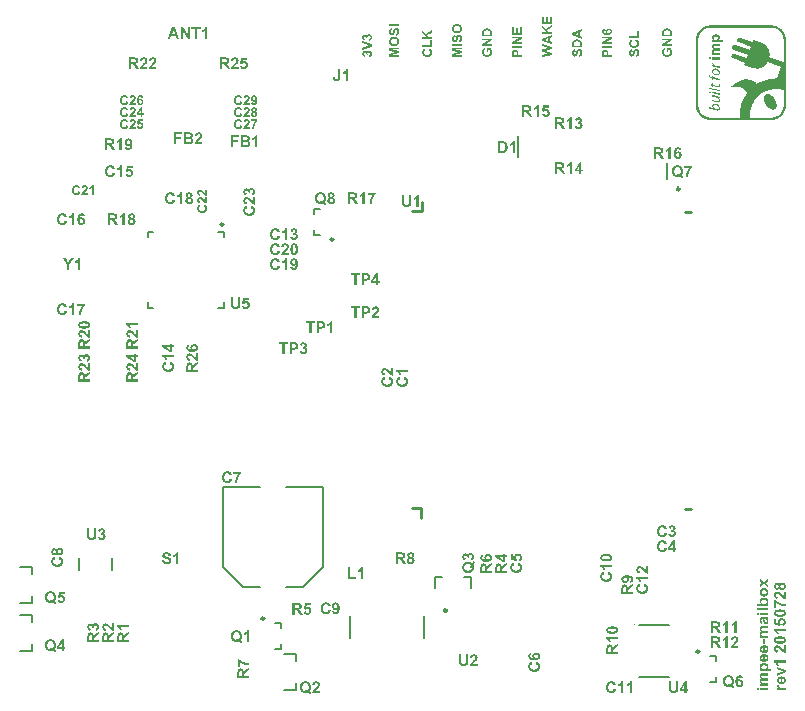
<source format=gto>
G04 Layer_Color=65535*
%FSLAX24Y24*%
%MOIN*%
G70*
G01*
G75*
%ADD39C,0.0100*%
%ADD47C,0.0098*%
%ADD48C,0.0039*%
%ADD49C,0.0079*%
%ADD50C,0.0059*%
G36*
X-8645Y5825D02*
X-8641Y5825D01*
X-8635Y5824D01*
X-8630Y5823D01*
X-8623Y5822D01*
X-8616Y5821D01*
X-8609Y5819D01*
X-8601Y5817D01*
X-8593Y5814D01*
X-8585Y5811D01*
X-8577Y5807D01*
X-8570Y5802D01*
X-8562Y5797D01*
X-8555Y5790D01*
X-8555Y5790D01*
X-8554Y5789D01*
X-8553Y5788D01*
X-8551Y5787D01*
X-8549Y5784D01*
X-8547Y5782D01*
X-8545Y5779D01*
X-8543Y5776D01*
X-8540Y5772D01*
X-8537Y5767D01*
X-8535Y5762D01*
X-8532Y5757D01*
X-8529Y5751D01*
X-8526Y5745D01*
X-8524Y5739D01*
X-8522Y5732D01*
X-8586Y5717D01*
Y5717D01*
X-8586Y5718D01*
X-8587Y5719D01*
X-8587Y5721D01*
X-8588Y5723D01*
X-8589Y5725D01*
X-8590Y5728D01*
X-8591Y5731D01*
X-8594Y5737D01*
X-8598Y5743D01*
X-8601Y5747D01*
X-8604Y5750D01*
X-8607Y5753D01*
X-8610Y5756D01*
X-8610Y5756D01*
X-8611Y5756D01*
X-8612Y5757D01*
X-8613Y5758D01*
X-8615Y5759D01*
X-8617Y5760D01*
X-8619Y5762D01*
X-8622Y5763D01*
X-8625Y5764D01*
X-8628Y5765D01*
X-8632Y5767D01*
X-8636Y5768D01*
X-8644Y5770D01*
X-8649Y5770D01*
X-8654Y5770D01*
X-8655D01*
X-8657Y5770D01*
X-8660Y5770D01*
X-8662Y5769D01*
X-8666Y5769D01*
X-8670Y5768D01*
X-8674Y5767D01*
X-8679Y5765D01*
X-8683Y5764D01*
X-8688Y5762D01*
X-8693Y5759D01*
X-8698Y5756D01*
X-8702Y5753D01*
X-8707Y5749D01*
X-8711Y5744D01*
X-8712Y5744D01*
X-8712Y5743D01*
X-8713Y5742D01*
X-8715Y5739D01*
X-8717Y5737D01*
X-8718Y5733D01*
X-8720Y5729D01*
X-8722Y5725D01*
X-8724Y5719D01*
X-8726Y5713D01*
X-8728Y5706D01*
X-8730Y5699D01*
X-8731Y5691D01*
X-8732Y5682D01*
X-8733Y5672D01*
X-8733Y5662D01*
Y5661D01*
Y5661D01*
Y5660D01*
Y5659D01*
Y5658D01*
X-8733Y5656D01*
Y5652D01*
X-8733Y5647D01*
X-8732Y5641D01*
X-8732Y5635D01*
X-8731Y5628D01*
X-8730Y5621D01*
X-8728Y5614D01*
X-8726Y5607D01*
X-8724Y5600D01*
X-8722Y5593D01*
X-8719Y5587D01*
X-8716Y5581D01*
X-8712Y5575D01*
X-8712Y5575D01*
X-8711Y5574D01*
X-8710Y5573D01*
X-8708Y5572D01*
X-8706Y5569D01*
X-8703Y5567D01*
X-8700Y5565D01*
X-8697Y5563D01*
X-8693Y5560D01*
X-8688Y5558D01*
X-8684Y5556D01*
X-8679Y5554D01*
X-8673Y5552D01*
X-8667Y5551D01*
X-8661Y5550D01*
X-8655Y5550D01*
X-8652D01*
X-8651Y5550D01*
X-8648Y5550D01*
X-8646Y5550D01*
X-8643Y5551D01*
X-8640Y5552D01*
X-8633Y5554D01*
X-8629Y5555D01*
X-8625Y5557D01*
X-8622Y5559D01*
X-8618Y5561D01*
X-8614Y5563D01*
X-8611Y5566D01*
X-8610Y5566D01*
X-8610Y5567D01*
X-8609Y5568D01*
X-8608Y5569D01*
X-8606Y5571D01*
X-8604Y5573D01*
X-8602Y5576D01*
X-8600Y5579D01*
X-8598Y5582D01*
X-8596Y5586D01*
X-8594Y5590D01*
X-8592Y5595D01*
X-8589Y5600D01*
X-8588Y5605D01*
X-8586Y5611D01*
X-8584Y5618D01*
X-8521Y5598D01*
Y5598D01*
X-8522Y5598D01*
Y5597D01*
X-8522Y5596D01*
X-8523Y5593D01*
X-8524Y5589D01*
X-8526Y5585D01*
X-8528Y5580D01*
X-8530Y5575D01*
X-8533Y5569D01*
X-8536Y5562D01*
X-8539Y5556D01*
X-8543Y5549D01*
X-8548Y5543D01*
X-8552Y5537D01*
X-8558Y5531D01*
X-8563Y5525D01*
X-8569Y5520D01*
X-8570Y5520D01*
X-8571Y5519D01*
X-8573Y5518D01*
X-8575Y5516D01*
X-8579Y5514D01*
X-8583Y5512D01*
X-8587Y5510D01*
X-8593Y5507D01*
X-8598Y5505D01*
X-8605Y5503D01*
X-8612Y5501D01*
X-8619Y5498D01*
X-8627Y5497D01*
X-8636Y5496D01*
X-8645Y5495D01*
X-8654Y5495D01*
X-8657D01*
X-8659Y5495D01*
X-8661D01*
X-8663Y5495D01*
X-8665Y5495D01*
X-8671Y5496D01*
X-8677Y5497D01*
X-8684Y5498D01*
X-8691Y5500D01*
X-8699Y5502D01*
X-8708Y5505D01*
X-8717Y5509D01*
X-8725Y5513D01*
X-8734Y5518D01*
X-8743Y5524D01*
X-8751Y5530D01*
X-8759Y5538D01*
X-8760Y5538D01*
X-8761Y5540D01*
X-8763Y5542D01*
X-8765Y5546D01*
X-8769Y5550D01*
X-8772Y5556D01*
X-8776Y5562D01*
X-8779Y5569D01*
X-8783Y5577D01*
X-8787Y5586D01*
X-8791Y5596D01*
X-8794Y5607D01*
X-8796Y5618D01*
X-8798Y5630D01*
X-8799Y5643D01*
X-8800Y5657D01*
Y5657D01*
Y5658D01*
Y5659D01*
Y5661D01*
X-8800Y5663D01*
Y5665D01*
X-8799Y5667D01*
X-8799Y5670D01*
X-8799Y5673D01*
X-8799Y5677D01*
X-8798Y5685D01*
X-8797Y5693D01*
X-8795Y5703D01*
X-8793Y5712D01*
X-8790Y5722D01*
X-8787Y5733D01*
X-8783Y5743D01*
X-8778Y5753D01*
X-8772Y5763D01*
X-8766Y5772D01*
X-8759Y5781D01*
X-8758Y5782D01*
X-8757Y5783D01*
X-8755Y5785D01*
X-8751Y5788D01*
X-8747Y5791D01*
X-8742Y5795D01*
X-8737Y5799D01*
X-8730Y5803D01*
X-8723Y5807D01*
X-8714Y5811D01*
X-8705Y5815D01*
X-8696Y5818D01*
X-8685Y5821D01*
X-8674Y5823D01*
X-8662Y5825D01*
X-8650Y5825D01*
X-8646D01*
X-8645Y5825D01*
D02*
G37*
G36*
X-8074Y5500D02*
X-8135D01*
Y5731D01*
X-8136Y5731D01*
X-8137Y5730D01*
X-8139Y5728D01*
X-8141Y5726D01*
X-8145Y5723D01*
X-8148Y5720D01*
X-8153Y5717D01*
X-8158Y5713D01*
X-8164Y5710D01*
X-8170Y5706D01*
X-8176Y5702D01*
X-8183Y5698D01*
X-8191Y5695D01*
X-8198Y5691D01*
X-8206Y5688D01*
X-8215Y5685D01*
Y5741D01*
X-8214D01*
X-8214Y5741D01*
X-8212Y5741D01*
X-8211Y5742D01*
X-8208Y5743D01*
X-8206Y5744D01*
X-8203Y5745D01*
X-8199Y5747D01*
X-8195Y5749D01*
X-8192Y5751D01*
X-8187Y5753D01*
X-8183Y5756D01*
X-8178Y5759D01*
X-8173Y5763D01*
X-8168Y5766D01*
X-8163Y5770D01*
X-8162Y5770D01*
X-8161Y5771D01*
X-8160Y5772D01*
X-8158Y5774D01*
X-8156Y5776D01*
X-8153Y5779D01*
X-8150Y5782D01*
X-8147Y5785D01*
X-8144Y5788D01*
X-8141Y5792D01*
X-8138Y5796D01*
X-8134Y5801D01*
X-8132Y5806D01*
X-8129Y5811D01*
X-8126Y5816D01*
X-8124Y5821D01*
X-8074D01*
Y5500D01*
D02*
G37*
G36*
X-4397Y5178D02*
X-4397D01*
X-4396Y5178D01*
X-4393Y5177D01*
X-4389Y5176D01*
X-4385Y5174D01*
X-4380Y5172D01*
X-4375Y5170D01*
X-4369Y5167D01*
X-4362Y5164D01*
X-4356Y5161D01*
X-4349Y5157D01*
X-4343Y5152D01*
X-4337Y5148D01*
X-4331Y5142D01*
X-4325Y5137D01*
X-4320Y5131D01*
X-4320Y5130D01*
X-4319Y5129D01*
X-4318Y5127D01*
X-4316Y5125D01*
X-4314Y5121D01*
X-4312Y5117D01*
X-4310Y5113D01*
X-4307Y5107D01*
X-4305Y5102D01*
X-4303Y5095D01*
X-4301Y5088D01*
X-4298Y5081D01*
X-4297Y5073D01*
X-4296Y5064D01*
X-4295Y5055D01*
X-4295Y5046D01*
Y5045D01*
Y5045D01*
Y5044D01*
Y5043D01*
X-4295Y5041D01*
Y5039D01*
X-4295Y5037D01*
X-4295Y5035D01*
X-4296Y5029D01*
X-4297Y5023D01*
X-4298Y5016D01*
X-4300Y5009D01*
X-4302Y5001D01*
X-4305Y4992D01*
X-4309Y4983D01*
X-4313Y4975D01*
X-4318Y4966D01*
X-4324Y4957D01*
X-4330Y4949D01*
X-4338Y4941D01*
X-4338Y4940D01*
X-4340Y4939D01*
X-4342Y4937D01*
X-4346Y4935D01*
X-4350Y4931D01*
X-4356Y4928D01*
X-4362Y4924D01*
X-4369Y4921D01*
X-4377Y4917D01*
X-4386Y4913D01*
X-4396Y4909D01*
X-4407Y4906D01*
X-4418Y4904D01*
X-4430Y4902D01*
X-4443Y4901D01*
X-4457Y4900D01*
X-4461D01*
X-4462Y4900D01*
X-4465D01*
X-4467Y4901D01*
X-4470Y4901D01*
X-4473Y4901D01*
X-4477Y4901D01*
X-4485Y4902D01*
X-4493Y4903D01*
X-4503Y4905D01*
X-4512Y4907D01*
X-4522Y4910D01*
X-4533Y4913D01*
X-4543Y4917D01*
X-4553Y4922D01*
X-4563Y4928D01*
X-4572Y4934D01*
X-4581Y4941D01*
X-4582Y4942D01*
X-4583Y4943D01*
X-4585Y4945D01*
X-4588Y4949D01*
X-4591Y4953D01*
X-4595Y4958D01*
X-4599Y4963D01*
X-4603Y4970D01*
X-4607Y4977D01*
X-4611Y4986D01*
X-4615Y4995D01*
X-4618Y5004D01*
X-4621Y5015D01*
X-4623Y5026D01*
X-4625Y5038D01*
X-4625Y5050D01*
Y5050D01*
Y5051D01*
Y5051D01*
Y5052D01*
Y5054D01*
X-4625Y5055D01*
X-4625Y5059D01*
X-4624Y5065D01*
X-4623Y5070D01*
X-4622Y5077D01*
X-4621Y5084D01*
X-4619Y5091D01*
X-4617Y5099D01*
X-4614Y5107D01*
X-4611Y5115D01*
X-4607Y5123D01*
X-4602Y5130D01*
X-4597Y5138D01*
X-4590Y5145D01*
X-4590Y5145D01*
X-4589Y5146D01*
X-4588Y5147D01*
X-4587Y5149D01*
X-4584Y5151D01*
X-4582Y5153D01*
X-4579Y5155D01*
X-4576Y5157D01*
X-4572Y5160D01*
X-4567Y5163D01*
X-4562Y5165D01*
X-4557Y5168D01*
X-4551Y5171D01*
X-4545Y5174D01*
X-4539Y5176D01*
X-4532Y5178D01*
X-4517Y5114D01*
X-4517D01*
X-4518Y5114D01*
X-4519Y5113D01*
X-4521Y5113D01*
X-4523Y5112D01*
X-4525Y5111D01*
X-4528Y5110D01*
X-4531Y5109D01*
X-4537Y5106D01*
X-4543Y5102D01*
X-4547Y5099D01*
X-4550Y5096D01*
X-4553Y5093D01*
X-4556Y5090D01*
X-4556Y5090D01*
X-4556Y5089D01*
X-4557Y5088D01*
X-4558Y5087D01*
X-4559Y5085D01*
X-4560Y5083D01*
X-4562Y5081D01*
X-4563Y5078D01*
X-4564Y5075D01*
X-4565Y5072D01*
X-4567Y5068D01*
X-4568Y5064D01*
X-4570Y5056D01*
X-4570Y5051D01*
X-4570Y5046D01*
Y5046D01*
Y5045D01*
X-4570Y5043D01*
X-4570Y5040D01*
X-4569Y5038D01*
X-4569Y5034D01*
X-4568Y5030D01*
X-4567Y5026D01*
X-4565Y5021D01*
X-4564Y5017D01*
X-4562Y5012D01*
X-4559Y5007D01*
X-4556Y5002D01*
X-4553Y4997D01*
X-4549Y4993D01*
X-4544Y4989D01*
X-4544Y4988D01*
X-4543Y4988D01*
X-4542Y4987D01*
X-4539Y4985D01*
X-4537Y4983D01*
X-4533Y4982D01*
X-4529Y4980D01*
X-4525Y4978D01*
X-4519Y4976D01*
X-4513Y4974D01*
X-4506Y4972D01*
X-4499Y4970D01*
X-4491Y4969D01*
X-4482Y4968D01*
X-4472Y4967D01*
X-4462Y4967D01*
X-4458D01*
X-4456Y4967D01*
X-4452D01*
X-4447Y4967D01*
X-4441Y4968D01*
X-4435Y4968D01*
X-4428Y4969D01*
X-4421Y4970D01*
X-4414Y4972D01*
X-4407Y4974D01*
X-4400Y4976D01*
X-4393Y4978D01*
X-4387Y4981D01*
X-4381Y4984D01*
X-4375Y4988D01*
X-4375Y4988D01*
X-4374Y4989D01*
X-4373Y4990D01*
X-4372Y4992D01*
X-4369Y4994D01*
X-4367Y4997D01*
X-4365Y5000D01*
X-4363Y5003D01*
X-4360Y5007D01*
X-4358Y5012D01*
X-4356Y5016D01*
X-4354Y5021D01*
X-4352Y5027D01*
X-4351Y5033D01*
X-4350Y5039D01*
X-4350Y5045D01*
Y5045D01*
Y5046D01*
Y5048D01*
X-4350Y5049D01*
X-4350Y5052D01*
X-4350Y5054D01*
X-4351Y5057D01*
X-4352Y5060D01*
X-4354Y5067D01*
X-4355Y5071D01*
X-4357Y5075D01*
X-4358Y5078D01*
X-4361Y5082D01*
X-4363Y5086D01*
X-4366Y5089D01*
X-4366Y5090D01*
X-4367Y5090D01*
X-4368Y5091D01*
X-4369Y5092D01*
X-4371Y5094D01*
X-4373Y5096D01*
X-4376Y5098D01*
X-4379Y5100D01*
X-4382Y5102D01*
X-4386Y5104D01*
X-4390Y5106D01*
X-4395Y5108D01*
X-4400Y5111D01*
X-4405Y5112D01*
X-4411Y5114D01*
X-4418Y5116D01*
X-4398Y5179D01*
X-4398D01*
X-4397Y5178D01*
D02*
G37*
G36*
X-4300Y5461D02*
X-4300D01*
X-4302Y5462D01*
X-4303Y5462D01*
X-4305Y5462D01*
X-4308Y5463D01*
X-4312Y5463D01*
X-4316Y5464D01*
X-4320Y5465D01*
X-4324Y5467D01*
X-4329Y5468D01*
X-4334Y5470D01*
X-4339Y5471D01*
X-4345Y5474D01*
X-4350Y5476D01*
X-4356Y5479D01*
X-4361Y5482D01*
X-4361Y5482D01*
X-4362Y5483D01*
X-4364Y5484D01*
X-4366Y5486D01*
X-4369Y5488D01*
X-4373Y5490D01*
X-4377Y5494D01*
X-4382Y5497D01*
X-4387Y5502D01*
X-4393Y5507D01*
X-4399Y5512D01*
X-4406Y5519D01*
X-4413Y5526D01*
X-4421Y5533D01*
X-4429Y5542D01*
X-4438Y5551D01*
X-4438Y5552D01*
X-4440Y5553D01*
X-4441Y5555D01*
X-4444Y5558D01*
X-4447Y5561D01*
X-4451Y5565D01*
X-4455Y5569D01*
X-4459Y5573D01*
X-4468Y5582D01*
X-4472Y5586D01*
X-4476Y5590D01*
X-4480Y5594D01*
X-4484Y5597D01*
X-4487Y5600D01*
X-4490Y5602D01*
X-4490Y5602D01*
X-4491Y5603D01*
X-4492Y5603D01*
X-4493Y5604D01*
X-4495Y5605D01*
X-4497Y5606D01*
X-4499Y5607D01*
X-4502Y5609D01*
X-4508Y5611D01*
X-4514Y5613D01*
X-4521Y5614D01*
X-4524Y5614D01*
X-4528Y5615D01*
X-4530D01*
X-4531Y5614D01*
X-4533D01*
X-4535Y5614D01*
X-4539Y5613D01*
X-4544Y5612D01*
X-4550Y5610D01*
X-4555Y5607D01*
X-4557Y5606D01*
X-4559Y5604D01*
X-4559D01*
X-4560Y5603D01*
X-4561Y5601D01*
X-4563Y5599D01*
X-4565Y5596D01*
X-4567Y5591D01*
X-4569Y5586D01*
X-4570Y5580D01*
X-4570Y5577D01*
Y5573D01*
Y5573D01*
Y5572D01*
Y5571D01*
X-4570Y5570D01*
Y5568D01*
X-4570Y5566D01*
X-4569Y5562D01*
X-4568Y5557D01*
X-4565Y5552D01*
X-4563Y5547D01*
X-4561Y5545D01*
X-4559Y5542D01*
X-4558Y5542D01*
X-4557Y5541D01*
X-4557Y5541D01*
X-4555Y5540D01*
X-4554Y5539D01*
X-4552Y5538D01*
X-4550Y5537D01*
X-4547Y5535D01*
X-4544Y5534D01*
X-4541Y5533D01*
X-4538Y5532D01*
X-4534Y5532D01*
X-4530Y5531D01*
X-4525Y5530D01*
X-4520Y5530D01*
X-4526Y5469D01*
X-4527D01*
X-4528Y5469D01*
X-4529D01*
X-4531Y5469D01*
X-4535Y5470D01*
X-4539Y5471D01*
X-4544Y5472D01*
X-4549Y5473D01*
X-4555Y5475D01*
X-4561Y5477D01*
X-4566Y5479D01*
X-4572Y5482D01*
X-4578Y5485D01*
X-4584Y5489D01*
X-4590Y5493D01*
X-4595Y5497D01*
X-4599Y5503D01*
X-4600Y5503D01*
X-4600Y5504D01*
X-4601Y5506D01*
X-4603Y5508D01*
X-4604Y5511D01*
X-4606Y5514D01*
X-4608Y5518D01*
X-4610Y5522D01*
X-4612Y5527D01*
X-4614Y5533D01*
X-4616Y5539D01*
X-4618Y5545D01*
X-4619Y5552D01*
X-4620Y5559D01*
X-4621Y5567D01*
X-4621Y5575D01*
Y5575D01*
Y5575D01*
Y5577D01*
X-4621Y5579D01*
X-4621Y5583D01*
X-4621Y5586D01*
X-4620Y5591D01*
X-4619Y5596D01*
X-4618Y5602D01*
X-4617Y5608D01*
X-4615Y5614D01*
X-4613Y5620D01*
X-4610Y5626D01*
X-4608Y5632D01*
X-4604Y5638D01*
X-4600Y5644D01*
X-4596Y5649D01*
X-4595Y5649D01*
X-4595Y5650D01*
X-4593Y5652D01*
X-4591Y5653D01*
X-4589Y5655D01*
X-4585Y5658D01*
X-4582Y5660D01*
X-4578Y5663D01*
X-4574Y5665D01*
X-4569Y5668D01*
X-4564Y5670D01*
X-4558Y5672D01*
X-4552Y5674D01*
X-4546Y5675D01*
X-4539Y5676D01*
X-4532Y5676D01*
X-4529D01*
X-4526Y5676D01*
X-4524Y5676D01*
X-4522D01*
X-4519Y5675D01*
X-4513Y5675D01*
X-4506Y5673D01*
X-4498Y5671D01*
X-4491Y5669D01*
X-4491D01*
X-4490Y5668D01*
X-4489Y5668D01*
X-4487Y5667D01*
X-4486Y5666D01*
X-4484Y5665D01*
X-4481Y5664D01*
X-4478Y5663D01*
X-4472Y5659D01*
X-4465Y5655D01*
X-4458Y5650D01*
X-4450Y5644D01*
X-4450D01*
X-4450Y5643D01*
X-4448Y5643D01*
X-4447Y5642D01*
X-4446Y5640D01*
X-4444Y5639D01*
X-4442Y5637D01*
X-4440Y5635D01*
X-4437Y5632D01*
X-4434Y5629D01*
X-4431Y5626D01*
X-4427Y5622D01*
X-4423Y5618D01*
X-4419Y5614D01*
X-4414Y5609D01*
X-4409Y5604D01*
X-4409Y5603D01*
X-4408Y5602D01*
X-4407Y5601D01*
X-4405Y5599D01*
X-4403Y5597D01*
X-4400Y5594D01*
X-4395Y5588D01*
X-4389Y5582D01*
X-4383Y5576D01*
X-4380Y5573D01*
X-4378Y5571D01*
X-4376Y5569D01*
X-4374Y5567D01*
X-4374Y5567D01*
X-4372Y5566D01*
X-4371Y5564D01*
X-4368Y5562D01*
X-4366Y5560D01*
X-4363Y5558D01*
X-4360Y5556D01*
X-4357Y5554D01*
Y5676D01*
X-4300D01*
Y5461D01*
D02*
G37*
G36*
Y5213D02*
X-4300D01*
X-4302Y5213D01*
X-4303Y5213D01*
X-4305Y5214D01*
X-4308Y5214D01*
X-4312Y5215D01*
X-4316Y5216D01*
X-4320Y5217D01*
X-4324Y5218D01*
X-4329Y5219D01*
X-4334Y5221D01*
X-4339Y5223D01*
X-4345Y5225D01*
X-4350Y5228D01*
X-4356Y5230D01*
X-4361Y5234D01*
X-4361Y5234D01*
X-4362Y5234D01*
X-4364Y5236D01*
X-4366Y5237D01*
X-4369Y5239D01*
X-4373Y5242D01*
X-4377Y5245D01*
X-4382Y5249D01*
X-4387Y5253D01*
X-4393Y5258D01*
X-4399Y5264D01*
X-4406Y5270D01*
X-4413Y5277D01*
X-4421Y5285D01*
X-4429Y5293D01*
X-4438Y5302D01*
X-4438Y5303D01*
X-4440Y5304D01*
X-4441Y5306D01*
X-4444Y5309D01*
X-4447Y5312D01*
X-4451Y5316D01*
X-4455Y5320D01*
X-4459Y5325D01*
X-4468Y5333D01*
X-4472Y5338D01*
X-4476Y5341D01*
X-4480Y5345D01*
X-4484Y5349D01*
X-4487Y5351D01*
X-4490Y5353D01*
X-4490Y5354D01*
X-4491Y5354D01*
X-4492Y5355D01*
X-4493Y5356D01*
X-4495Y5356D01*
X-4497Y5358D01*
X-4499Y5359D01*
X-4502Y5360D01*
X-4508Y5362D01*
X-4514Y5364D01*
X-4521Y5366D01*
X-4524Y5366D01*
X-4528Y5366D01*
X-4530D01*
X-4531Y5366D01*
X-4533D01*
X-4535Y5366D01*
X-4539Y5365D01*
X-4544Y5364D01*
X-4550Y5361D01*
X-4555Y5359D01*
X-4557Y5357D01*
X-4559Y5355D01*
X-4559D01*
X-4560Y5354D01*
X-4561Y5353D01*
X-4563Y5351D01*
X-4565Y5347D01*
X-4567Y5343D01*
X-4569Y5338D01*
X-4570Y5332D01*
X-4570Y5328D01*
Y5325D01*
Y5324D01*
Y5324D01*
Y5323D01*
X-4570Y5321D01*
Y5320D01*
X-4570Y5318D01*
X-4569Y5314D01*
X-4568Y5309D01*
X-4565Y5304D01*
X-4563Y5299D01*
X-4561Y5296D01*
X-4559Y5294D01*
X-4558Y5293D01*
X-4557Y5293D01*
X-4557Y5292D01*
X-4555Y5291D01*
X-4554Y5290D01*
X-4552Y5289D01*
X-4550Y5288D01*
X-4547Y5287D01*
X-4544Y5286D01*
X-4541Y5285D01*
X-4538Y5284D01*
X-4534Y5283D01*
X-4530Y5282D01*
X-4525Y5282D01*
X-4520Y5281D01*
X-4526Y5220D01*
X-4527D01*
X-4528Y5220D01*
X-4529D01*
X-4531Y5221D01*
X-4535Y5221D01*
X-4539Y5222D01*
X-4544Y5223D01*
X-4549Y5224D01*
X-4555Y5226D01*
X-4561Y5228D01*
X-4566Y5231D01*
X-4572Y5233D01*
X-4578Y5237D01*
X-4584Y5240D01*
X-4590Y5245D01*
X-4595Y5249D01*
X-4599Y5254D01*
X-4600Y5254D01*
X-4600Y5255D01*
X-4601Y5257D01*
X-4603Y5259D01*
X-4604Y5262D01*
X-4606Y5266D01*
X-4608Y5269D01*
X-4610Y5274D01*
X-4612Y5279D01*
X-4614Y5284D01*
X-4616Y5290D01*
X-4618Y5297D01*
X-4619Y5304D01*
X-4620Y5311D01*
X-4621Y5318D01*
X-4621Y5326D01*
Y5326D01*
Y5327D01*
Y5328D01*
X-4621Y5331D01*
X-4621Y5334D01*
X-4621Y5338D01*
X-4620Y5343D01*
X-4619Y5348D01*
X-4618Y5353D01*
X-4617Y5359D01*
X-4615Y5365D01*
X-4613Y5371D01*
X-4610Y5377D01*
X-4608Y5384D01*
X-4604Y5390D01*
X-4600Y5395D01*
X-4596Y5401D01*
X-4595Y5401D01*
X-4595Y5402D01*
X-4593Y5403D01*
X-4591Y5405D01*
X-4589Y5407D01*
X-4585Y5409D01*
X-4582Y5412D01*
X-4578Y5414D01*
X-4574Y5417D01*
X-4569Y5419D01*
X-4564Y5422D01*
X-4558Y5424D01*
X-4552Y5425D01*
X-4546Y5427D01*
X-4539Y5428D01*
X-4532Y5428D01*
X-4529D01*
X-4526Y5428D01*
X-4524Y5427D01*
X-4522D01*
X-4519Y5427D01*
X-4513Y5426D01*
X-4506Y5424D01*
X-4498Y5423D01*
X-4491Y5420D01*
X-4491D01*
X-4490Y5420D01*
X-4489Y5419D01*
X-4487Y5418D01*
X-4486Y5418D01*
X-4484Y5417D01*
X-4481Y5415D01*
X-4478Y5414D01*
X-4472Y5411D01*
X-4465Y5406D01*
X-4458Y5401D01*
X-4450Y5395D01*
X-4450D01*
X-4450Y5395D01*
X-4448Y5394D01*
X-4447Y5393D01*
X-4446Y5392D01*
X-4444Y5390D01*
X-4442Y5388D01*
X-4440Y5386D01*
X-4437Y5384D01*
X-4434Y5380D01*
X-4431Y5377D01*
X-4427Y5374D01*
X-4423Y5370D01*
X-4419Y5365D01*
X-4414Y5360D01*
X-4409Y5355D01*
X-4409Y5355D01*
X-4408Y5354D01*
X-4407Y5352D01*
X-4405Y5350D01*
X-4403Y5348D01*
X-4400Y5345D01*
X-4395Y5340D01*
X-4389Y5333D01*
X-4383Y5327D01*
X-4380Y5325D01*
X-4378Y5322D01*
X-4376Y5320D01*
X-4374Y5318D01*
X-4374Y5318D01*
X-4372Y5317D01*
X-4371Y5316D01*
X-4368Y5314D01*
X-4366Y5312D01*
X-4363Y5310D01*
X-4360Y5308D01*
X-4357Y5306D01*
Y5428D01*
X-4300D01*
Y5213D01*
D02*
G37*
G36*
X-1627Y3000D02*
X-1701D01*
Y3277D01*
X-1701Y3277D01*
X-1703Y3276D01*
X-1705Y3274D01*
X-1708Y3271D01*
X-1712Y3268D01*
X-1716Y3265D01*
X-1722Y3261D01*
X-1728Y3256D01*
X-1734Y3252D01*
X-1742Y3247D01*
X-1750Y3243D01*
X-1758Y3238D01*
X-1767Y3234D01*
X-1776Y3229D01*
X-1786Y3225D01*
X-1796Y3222D01*
Y3289D01*
X-1796D01*
X-1795Y3289D01*
X-1793Y3290D01*
X-1791Y3290D01*
X-1788Y3292D01*
X-1785Y3293D01*
X-1782Y3295D01*
X-1777Y3297D01*
X-1773Y3299D01*
X-1768Y3301D01*
X-1763Y3304D01*
X-1758Y3308D01*
X-1752Y3311D01*
X-1746Y3315D01*
X-1740Y3319D01*
X-1734Y3324D01*
X-1733Y3324D01*
X-1732Y3325D01*
X-1730Y3327D01*
X-1728Y3329D01*
X-1725Y3331D01*
X-1722Y3334D01*
X-1719Y3338D01*
X-1715Y3342D01*
X-1711Y3346D01*
X-1707Y3351D01*
X-1703Y3356D01*
X-1700Y3361D01*
X-1696Y3367D01*
X-1693Y3373D01*
X-1690Y3379D01*
X-1687Y3386D01*
X-1627D01*
Y3000D01*
D02*
G37*
G36*
X-5513Y5590D02*
X-5509Y5590D01*
X-5502Y5589D01*
X-5496Y5588D01*
X-5488Y5587D01*
X-5480Y5585D01*
X-5471Y5583D01*
X-5461Y5580D01*
X-5452Y5577D01*
X-5442Y5573D01*
X-5433Y5568D01*
X-5424Y5562D01*
X-5414Y5556D01*
X-5406Y5548D01*
X-5405Y5548D01*
X-5405Y5547D01*
X-5403Y5546D01*
X-5401Y5544D01*
X-5399Y5541D01*
X-5397Y5539D01*
X-5394Y5535D01*
X-5391Y5531D01*
X-5388Y5526D01*
X-5385Y5521D01*
X-5381Y5515D01*
X-5378Y5509D01*
X-5375Y5502D01*
X-5372Y5495D01*
X-5369Y5487D01*
X-5366Y5478D01*
X-5443Y5460D01*
Y5460D01*
X-5444Y5461D01*
X-5444Y5463D01*
X-5444Y5465D01*
X-5445Y5467D01*
X-5447Y5470D01*
X-5448Y5473D01*
X-5449Y5477D01*
X-5453Y5484D01*
X-5458Y5492D01*
X-5461Y5496D01*
X-5464Y5500D01*
X-5468Y5503D01*
X-5472Y5507D01*
X-5472Y5507D01*
X-5473Y5507D01*
X-5474Y5508D01*
X-5476Y5509D01*
X-5478Y5511D01*
X-5480Y5512D01*
X-5483Y5514D01*
X-5487Y5515D01*
X-5490Y5517D01*
X-5494Y5519D01*
X-5498Y5520D01*
X-5503Y5521D01*
X-5513Y5524D01*
X-5519Y5524D01*
X-5524Y5524D01*
X-5526D01*
X-5528Y5524D01*
X-5532Y5524D01*
X-5535Y5523D01*
X-5539Y5523D01*
X-5544Y5522D01*
X-5549Y5520D01*
X-5554Y5519D01*
X-5560Y5517D01*
X-5566Y5514D01*
X-5571Y5511D01*
X-5577Y5508D01*
X-5583Y5504D01*
X-5588Y5499D01*
X-5594Y5493D01*
X-5594Y5493D01*
X-5595Y5492D01*
X-5596Y5490D01*
X-5598Y5487D01*
X-5600Y5484D01*
X-5602Y5480D01*
X-5605Y5475D01*
X-5607Y5470D01*
X-5609Y5463D01*
X-5612Y5456D01*
X-5614Y5447D01*
X-5616Y5439D01*
X-5618Y5429D01*
X-5619Y5418D01*
X-5620Y5407D01*
X-5620Y5394D01*
Y5394D01*
Y5393D01*
Y5392D01*
Y5391D01*
Y5389D01*
X-5620Y5387D01*
Y5382D01*
X-5619Y5376D01*
X-5619Y5369D01*
X-5618Y5362D01*
X-5617Y5354D01*
X-5615Y5345D01*
X-5614Y5337D01*
X-5612Y5328D01*
X-5609Y5320D01*
X-5606Y5311D01*
X-5603Y5304D01*
X-5599Y5297D01*
X-5594Y5290D01*
X-5594Y5290D01*
X-5593Y5289D01*
X-5591Y5288D01*
X-5590Y5286D01*
X-5587Y5283D01*
X-5584Y5281D01*
X-5580Y5278D01*
X-5576Y5275D01*
X-5571Y5272D01*
X-5566Y5269D01*
X-5561Y5267D01*
X-5554Y5265D01*
X-5548Y5262D01*
X-5541Y5261D01*
X-5534Y5260D01*
X-5526Y5260D01*
X-5523D01*
X-5521Y5260D01*
X-5518Y5260D01*
X-5515Y5261D01*
X-5512Y5261D01*
X-5508Y5262D01*
X-5499Y5264D01*
X-5495Y5266D01*
X-5490Y5268D01*
X-5486Y5270D01*
X-5482Y5273D01*
X-5477Y5276D01*
X-5473Y5279D01*
X-5473Y5280D01*
X-5472Y5280D01*
X-5471Y5281D01*
X-5469Y5283D01*
X-5468Y5285D01*
X-5465Y5288D01*
X-5463Y5291D01*
X-5460Y5295D01*
X-5458Y5299D01*
X-5455Y5303D01*
X-5453Y5308D01*
X-5450Y5314D01*
X-5447Y5320D01*
X-5445Y5326D01*
X-5443Y5334D01*
X-5441Y5341D01*
X-5366Y5318D01*
Y5317D01*
X-5366Y5317D01*
Y5316D01*
X-5366Y5315D01*
X-5367Y5312D01*
X-5369Y5307D01*
X-5371Y5302D01*
X-5373Y5296D01*
X-5376Y5290D01*
X-5379Y5282D01*
X-5383Y5275D01*
X-5387Y5267D01*
X-5392Y5259D01*
X-5397Y5251D01*
X-5403Y5244D01*
X-5409Y5237D01*
X-5416Y5230D01*
X-5423Y5224D01*
X-5424Y5224D01*
X-5425Y5223D01*
X-5427Y5221D01*
X-5430Y5219D01*
X-5434Y5217D01*
X-5439Y5214D01*
X-5445Y5212D01*
X-5451Y5209D01*
X-5458Y5206D01*
X-5466Y5203D01*
X-5474Y5201D01*
X-5483Y5198D01*
X-5493Y5196D01*
X-5503Y5195D01*
X-5514Y5194D01*
X-5525Y5193D01*
X-5529D01*
X-5531Y5194D01*
X-5533D01*
X-5535Y5194D01*
X-5538Y5194D01*
X-5545Y5195D01*
X-5552Y5196D01*
X-5561Y5198D01*
X-5570Y5200D01*
X-5579Y5203D01*
X-5590Y5206D01*
X-5600Y5210D01*
X-5610Y5215D01*
X-5621Y5222D01*
X-5631Y5228D01*
X-5641Y5236D01*
X-5651Y5246D01*
X-5652Y5246D01*
X-5653Y5248D01*
X-5655Y5251D01*
X-5659Y5255D01*
X-5662Y5261D01*
X-5667Y5267D01*
X-5671Y5274D01*
X-5675Y5283D01*
X-5680Y5293D01*
X-5684Y5303D01*
X-5689Y5315D01*
X-5692Y5328D01*
X-5695Y5342D01*
X-5698Y5356D01*
X-5699Y5372D01*
X-5700Y5388D01*
Y5389D01*
Y5390D01*
Y5391D01*
Y5393D01*
X-5700Y5395D01*
Y5397D01*
X-5699Y5401D01*
X-5699Y5404D01*
X-5699Y5408D01*
X-5698Y5412D01*
X-5698Y5422D01*
X-5696Y5432D01*
X-5694Y5443D01*
X-5691Y5455D01*
X-5688Y5467D01*
X-5684Y5479D01*
X-5679Y5492D01*
X-5673Y5504D01*
X-5667Y5516D01*
X-5659Y5527D01*
X-5651Y5537D01*
X-5650Y5538D01*
X-5649Y5539D01*
X-5646Y5542D01*
X-5642Y5546D01*
X-5637Y5549D01*
X-5631Y5554D01*
X-5624Y5559D01*
X-5616Y5564D01*
X-5607Y5569D01*
X-5597Y5573D01*
X-5586Y5578D01*
X-5575Y5582D01*
X-5562Y5585D01*
X-5549Y5588D01*
X-5535Y5590D01*
X-5520Y5590D01*
X-5516D01*
X-5513Y5590D01*
D02*
G37*
G36*
X-1394Y3385D02*
X-1390Y3385D01*
X-1385Y3384D01*
X-1379Y3383D01*
X-1373Y3382D01*
X-1366Y3380D01*
X-1359Y3378D01*
X-1351Y3375D01*
X-1343Y3371D01*
X-1335Y3367D01*
X-1327Y3361D01*
X-1319Y3355D01*
X-1311Y3349D01*
X-1304Y3340D01*
X-1304Y3340D01*
X-1302Y3338D01*
X-1301Y3335D01*
X-1298Y3332D01*
X-1295Y3327D01*
X-1292Y3321D01*
X-1289Y3313D01*
X-1285Y3305D01*
X-1282Y3295D01*
X-1280Y3290D01*
X-1278Y3284D01*
X-1277Y3278D01*
X-1275Y3272D01*
X-1274Y3266D01*
X-1272Y3259D01*
X-1271Y3251D01*
X-1270Y3244D01*
X-1269Y3236D01*
X-1268Y3228D01*
X-1267Y3219D01*
X-1267Y3210D01*
X-1267Y3201D01*
Y3192D01*
Y3191D01*
Y3190D01*
Y3189D01*
Y3187D01*
Y3184D01*
X-1267Y3182D01*
Y3178D01*
X-1267Y3174D01*
X-1267Y3170D01*
X-1268Y3166D01*
X-1268Y3161D01*
X-1269Y3156D01*
X-1270Y3145D01*
X-1271Y3133D01*
X-1273Y3121D01*
X-1276Y3108D01*
X-1279Y3095D01*
X-1283Y3083D01*
X-1287Y3071D01*
X-1293Y3059D01*
X-1299Y3049D01*
X-1302Y3044D01*
X-1305Y3039D01*
X-1306Y3039D01*
X-1307Y3037D01*
X-1310Y3035D01*
X-1313Y3032D01*
X-1316Y3028D01*
X-1321Y3025D01*
X-1327Y3020D01*
X-1333Y3016D01*
X-1340Y3012D01*
X-1347Y3007D01*
X-1356Y3004D01*
X-1365Y3000D01*
X-1374Y2997D01*
X-1385Y2995D01*
X-1396Y2993D01*
X-1407Y2993D01*
X-1409D01*
X-1412Y2993D01*
X-1415D01*
X-1418Y2993D01*
X-1423Y2994D01*
X-1428Y2995D01*
X-1433Y2996D01*
X-1439Y2997D01*
X-1445Y2999D01*
X-1451Y3001D01*
X-1457Y3003D01*
X-1463Y3006D01*
X-1469Y3009D01*
X-1475Y3012D01*
X-1480Y3017D01*
X-1480Y3017D01*
X-1481Y3018D01*
X-1482Y3019D01*
X-1484Y3021D01*
X-1486Y3024D01*
X-1489Y3027D01*
X-1492Y3031D01*
X-1495Y3035D01*
X-1498Y3040D01*
X-1500Y3045D01*
X-1504Y3051D01*
X-1506Y3057D01*
X-1509Y3064D01*
X-1511Y3072D01*
X-1514Y3080D01*
X-1515Y3089D01*
X-1444Y3097D01*
Y3096D01*
Y3096D01*
X-1444Y3095D01*
X-1443Y3093D01*
X-1443Y3091D01*
X-1443Y3089D01*
X-1442Y3085D01*
X-1440Y3079D01*
X-1437Y3074D01*
X-1434Y3069D01*
X-1431Y3064D01*
X-1430Y3064D01*
X-1429Y3063D01*
X-1426Y3061D01*
X-1423Y3059D01*
X-1419Y3057D01*
X-1414Y3056D01*
X-1408Y3054D01*
X-1402Y3054D01*
X-1399D01*
X-1398Y3054D01*
X-1396Y3055D01*
X-1393Y3055D01*
X-1388Y3056D01*
X-1382Y3059D01*
X-1379Y3061D01*
X-1376Y3063D01*
X-1372Y3065D01*
X-1369Y3068D01*
X-1366Y3071D01*
X-1363Y3075D01*
X-1363Y3075D01*
X-1362Y3076D01*
X-1361Y3077D01*
X-1360Y3079D01*
X-1359Y3082D01*
X-1358Y3085D01*
X-1356Y3089D01*
X-1354Y3094D01*
X-1353Y3099D01*
X-1351Y3105D01*
X-1349Y3112D01*
X-1348Y3120D01*
X-1346Y3129D01*
X-1345Y3139D01*
X-1344Y3150D01*
X-1343Y3162D01*
X-1343Y3162D01*
X-1344Y3161D01*
X-1345Y3159D01*
X-1348Y3157D01*
X-1350Y3154D01*
X-1354Y3152D01*
X-1357Y3149D01*
X-1362Y3146D01*
X-1366Y3143D01*
X-1372Y3140D01*
X-1377Y3137D01*
X-1383Y3135D01*
X-1390Y3133D01*
X-1397Y3131D01*
X-1404Y3130D01*
X-1412Y3130D01*
X-1414D01*
X-1416Y3130D01*
X-1419Y3130D01*
X-1423Y3131D01*
X-1428Y3132D01*
X-1433Y3133D01*
X-1439Y3134D01*
X-1445Y3136D01*
X-1451Y3138D01*
X-1457Y3141D01*
X-1464Y3144D01*
X-1471Y3149D01*
X-1477Y3153D01*
X-1484Y3158D01*
X-1490Y3165D01*
X-1490Y3165D01*
X-1491Y3166D01*
X-1493Y3168D01*
X-1495Y3171D01*
X-1497Y3174D01*
X-1500Y3179D01*
X-1503Y3184D01*
X-1506Y3189D01*
X-1509Y3195D01*
X-1512Y3202D01*
X-1515Y3210D01*
X-1518Y3218D01*
X-1520Y3227D01*
X-1521Y3236D01*
X-1522Y3245D01*
X-1523Y3256D01*
Y3256D01*
Y3256D01*
Y3257D01*
Y3258D01*
X-1522Y3261D01*
X-1522Y3265D01*
X-1522Y3270D01*
X-1521Y3276D01*
X-1520Y3282D01*
X-1518Y3289D01*
X-1516Y3296D01*
X-1514Y3304D01*
X-1511Y3312D01*
X-1508Y3320D01*
X-1504Y3328D01*
X-1500Y3335D01*
X-1494Y3343D01*
X-1488Y3350D01*
X-1488Y3350D01*
X-1486Y3351D01*
X-1485Y3353D01*
X-1482Y3355D01*
X-1478Y3358D01*
X-1474Y3361D01*
X-1469Y3364D01*
X-1464Y3368D01*
X-1458Y3371D01*
X-1451Y3374D01*
X-1444Y3377D01*
X-1436Y3380D01*
X-1428Y3382D01*
X-1419Y3384D01*
X-1409Y3385D01*
X-1400Y3386D01*
X-1397D01*
X-1394Y3385D01*
D02*
G37*
G36*
X-8369Y5821D02*
X-8366Y5821D01*
X-8362Y5821D01*
X-8357Y5820D01*
X-8352Y5819D01*
X-8347Y5818D01*
X-8341Y5817D01*
X-8335Y5815D01*
X-8329Y5813D01*
X-8323Y5810D01*
X-8316Y5808D01*
X-8310Y5804D01*
X-8305Y5800D01*
X-8299Y5796D01*
X-8299Y5795D01*
X-8298Y5795D01*
X-8297Y5793D01*
X-8295Y5791D01*
X-8293Y5789D01*
X-8291Y5785D01*
X-8288Y5782D01*
X-8286Y5778D01*
X-8283Y5774D01*
X-8281Y5769D01*
X-8278Y5764D01*
X-8276Y5758D01*
X-8275Y5752D01*
X-8273Y5746D01*
X-8272Y5739D01*
X-8272Y5732D01*
Y5732D01*
Y5731D01*
Y5730D01*
Y5729D01*
X-8272Y5726D01*
X-8273Y5724D01*
Y5722D01*
X-8273Y5719D01*
X-8274Y5713D01*
X-8276Y5706D01*
X-8277Y5698D01*
X-8280Y5691D01*
Y5691D01*
X-8280Y5690D01*
X-8281Y5689D01*
X-8282Y5687D01*
X-8282Y5686D01*
X-8283Y5684D01*
X-8285Y5681D01*
X-8286Y5678D01*
X-8289Y5672D01*
X-8294Y5665D01*
X-8299Y5658D01*
X-8305Y5650D01*
Y5650D01*
X-8305Y5649D01*
X-8306Y5648D01*
X-8307Y5647D01*
X-8308Y5646D01*
X-8310Y5644D01*
X-8312Y5642D01*
X-8314Y5640D01*
X-8316Y5637D01*
X-8320Y5634D01*
X-8323Y5631D01*
X-8326Y5627D01*
X-8330Y5623D01*
X-8335Y5619D01*
X-8340Y5614D01*
X-8345Y5609D01*
X-8345Y5609D01*
X-8346Y5608D01*
X-8348Y5607D01*
X-8350Y5605D01*
X-8352Y5603D01*
X-8355Y5600D01*
X-8360Y5595D01*
X-8367Y5589D01*
X-8373Y5583D01*
X-8375Y5580D01*
X-8378Y5578D01*
X-8380Y5576D01*
X-8382Y5574D01*
X-8382Y5574D01*
X-8383Y5572D01*
X-8384Y5571D01*
X-8386Y5568D01*
X-8388Y5566D01*
X-8390Y5563D01*
X-8392Y5560D01*
X-8394Y5557D01*
X-8272D01*
Y5500D01*
X-8487D01*
Y5500D01*
X-8487Y5502D01*
X-8487Y5503D01*
X-8486Y5505D01*
X-8486Y5508D01*
X-8485Y5512D01*
X-8484Y5516D01*
X-8483Y5520D01*
X-8482Y5524D01*
X-8481Y5529D01*
X-8479Y5534D01*
X-8477Y5539D01*
X-8475Y5545D01*
X-8472Y5550D01*
X-8470Y5556D01*
X-8466Y5561D01*
X-8466Y5561D01*
X-8466Y5562D01*
X-8464Y5564D01*
X-8463Y5566D01*
X-8461Y5569D01*
X-8458Y5573D01*
X-8455Y5577D01*
X-8451Y5582D01*
X-8447Y5587D01*
X-8442Y5593D01*
X-8436Y5599D01*
X-8430Y5606D01*
X-8423Y5613D01*
X-8415Y5621D01*
X-8407Y5629D01*
X-8398Y5638D01*
X-8397Y5638D01*
X-8396Y5640D01*
X-8394Y5641D01*
X-8391Y5644D01*
X-8388Y5647D01*
X-8384Y5651D01*
X-8380Y5655D01*
X-8375Y5659D01*
X-8367Y5668D01*
X-8362Y5672D01*
X-8359Y5676D01*
X-8355Y5680D01*
X-8352Y5684D01*
X-8349Y5687D01*
X-8347Y5690D01*
X-8346Y5690D01*
X-8346Y5691D01*
X-8345Y5692D01*
X-8344Y5693D01*
X-8344Y5695D01*
X-8342Y5697D01*
X-8341Y5699D01*
X-8340Y5702D01*
X-8338Y5708D01*
X-8336Y5714D01*
X-8334Y5721D01*
X-8334Y5724D01*
X-8334Y5728D01*
Y5728D01*
Y5729D01*
Y5730D01*
X-8334Y5731D01*
Y5733D01*
X-8334Y5735D01*
X-8335Y5739D01*
X-8336Y5744D01*
X-8339Y5750D01*
X-8341Y5755D01*
X-8343Y5757D01*
X-8345Y5759D01*
Y5759D01*
X-8346Y5760D01*
X-8347Y5761D01*
X-8349Y5763D01*
X-8353Y5765D01*
X-8357Y5767D01*
X-8362Y5769D01*
X-8368Y5770D01*
X-8372Y5770D01*
X-8377D01*
X-8379Y5770D01*
X-8380D01*
X-8382Y5770D01*
X-8386Y5769D01*
X-8391Y5768D01*
X-8396Y5765D01*
X-8401Y5763D01*
X-8404Y5761D01*
X-8406Y5759D01*
X-8407Y5758D01*
X-8407Y5757D01*
X-8408Y5757D01*
X-8409Y5755D01*
X-8410Y5754D01*
X-8411Y5752D01*
X-8412Y5750D01*
X-8413Y5747D01*
X-8414Y5744D01*
X-8415Y5741D01*
X-8416Y5738D01*
X-8417Y5734D01*
X-8418Y5730D01*
X-8418Y5725D01*
X-8419Y5720D01*
X-8480Y5726D01*
Y5727D01*
Y5727D01*
X-8480Y5728D01*
Y5729D01*
X-8479Y5731D01*
X-8479Y5735D01*
X-8478Y5739D01*
X-8477Y5744D01*
X-8476Y5749D01*
X-8474Y5755D01*
X-8472Y5761D01*
X-8469Y5767D01*
X-8467Y5772D01*
X-8463Y5778D01*
X-8460Y5784D01*
X-8456Y5790D01*
X-8451Y5795D01*
X-8446Y5799D01*
X-8446Y5800D01*
X-8445Y5800D01*
X-8443Y5801D01*
X-8441Y5803D01*
X-8438Y5804D01*
X-8434Y5806D01*
X-8431Y5808D01*
X-8426Y5810D01*
X-8421Y5812D01*
X-8416Y5814D01*
X-8410Y5816D01*
X-8403Y5818D01*
X-8396Y5819D01*
X-8389Y5820D01*
X-8382Y5821D01*
X-8374Y5821D01*
X-8372D01*
X-8369Y5821D01*
D02*
G37*
G36*
X-2013Y3390D02*
X-2009Y3390D01*
X-2002Y3389D01*
X-1996Y3388D01*
X-1988Y3387D01*
X-1980Y3385D01*
X-1971Y3383D01*
X-1961Y3380D01*
X-1952Y3377D01*
X-1942Y3373D01*
X-1933Y3368D01*
X-1924Y3362D01*
X-1914Y3356D01*
X-1906Y3349D01*
X-1905Y3348D01*
X-1905Y3347D01*
X-1903Y3346D01*
X-1901Y3344D01*
X-1899Y3341D01*
X-1897Y3339D01*
X-1894Y3335D01*
X-1891Y3331D01*
X-1888Y3326D01*
X-1885Y3321D01*
X-1881Y3315D01*
X-1878Y3309D01*
X-1875Y3302D01*
X-1872Y3295D01*
X-1869Y3287D01*
X-1866Y3278D01*
X-1943Y3260D01*
Y3260D01*
X-1944Y3261D01*
X-1944Y3263D01*
X-1944Y3265D01*
X-1945Y3267D01*
X-1947Y3270D01*
X-1948Y3273D01*
X-1949Y3277D01*
X-1953Y3284D01*
X-1958Y3292D01*
X-1961Y3296D01*
X-1964Y3300D01*
X-1968Y3303D01*
X-1972Y3307D01*
X-1972Y3307D01*
X-1973Y3307D01*
X-1974Y3308D01*
X-1976Y3309D01*
X-1978Y3311D01*
X-1980Y3312D01*
X-1983Y3314D01*
X-1987Y3315D01*
X-1990Y3317D01*
X-1994Y3319D01*
X-1998Y3320D01*
X-2003Y3321D01*
X-2013Y3324D01*
X-2019Y3324D01*
X-2024Y3324D01*
X-2026D01*
X-2028Y3324D01*
X-2032Y3324D01*
X-2035Y3323D01*
X-2039Y3323D01*
X-2044Y3322D01*
X-2049Y3320D01*
X-2054Y3319D01*
X-2060Y3317D01*
X-2066Y3314D01*
X-2071Y3311D01*
X-2077Y3308D01*
X-2083Y3304D01*
X-2088Y3299D01*
X-2094Y3293D01*
X-2094Y3293D01*
X-2095Y3292D01*
X-2096Y3290D01*
X-2098Y3287D01*
X-2100Y3284D01*
X-2102Y3280D01*
X-2105Y3275D01*
X-2107Y3270D01*
X-2109Y3263D01*
X-2112Y3256D01*
X-2114Y3247D01*
X-2116Y3239D01*
X-2118Y3229D01*
X-2119Y3218D01*
X-2120Y3207D01*
X-2120Y3194D01*
Y3194D01*
Y3193D01*
Y3192D01*
Y3191D01*
Y3189D01*
X-2120Y3187D01*
Y3182D01*
X-2119Y3176D01*
X-2119Y3169D01*
X-2118Y3162D01*
X-2117Y3154D01*
X-2115Y3145D01*
X-2114Y3137D01*
X-2112Y3128D01*
X-2109Y3120D01*
X-2106Y3111D01*
X-2103Y3104D01*
X-2099Y3097D01*
X-2094Y3090D01*
X-2094Y3090D01*
X-2093Y3089D01*
X-2091Y3088D01*
X-2090Y3086D01*
X-2087Y3083D01*
X-2084Y3081D01*
X-2080Y3078D01*
X-2076Y3075D01*
X-2071Y3072D01*
X-2066Y3069D01*
X-2061Y3067D01*
X-2054Y3065D01*
X-2048Y3062D01*
X-2041Y3061D01*
X-2034Y3060D01*
X-2026Y3060D01*
X-2023D01*
X-2021Y3060D01*
X-2018Y3060D01*
X-2015Y3061D01*
X-2012Y3061D01*
X-2008Y3062D01*
X-1999Y3064D01*
X-1995Y3066D01*
X-1990Y3068D01*
X-1986Y3070D01*
X-1982Y3073D01*
X-1977Y3076D01*
X-1973Y3079D01*
X-1973Y3080D01*
X-1972Y3080D01*
X-1971Y3081D01*
X-1969Y3083D01*
X-1968Y3085D01*
X-1965Y3088D01*
X-1963Y3091D01*
X-1960Y3095D01*
X-1958Y3099D01*
X-1955Y3103D01*
X-1953Y3108D01*
X-1950Y3114D01*
X-1947Y3120D01*
X-1945Y3126D01*
X-1943Y3134D01*
X-1941Y3141D01*
X-1866Y3118D01*
Y3117D01*
X-1866Y3117D01*
Y3116D01*
X-1866Y3115D01*
X-1867Y3112D01*
X-1869Y3107D01*
X-1871Y3102D01*
X-1873Y3096D01*
X-1876Y3090D01*
X-1879Y3082D01*
X-1883Y3075D01*
X-1887Y3067D01*
X-1892Y3059D01*
X-1897Y3051D01*
X-1903Y3044D01*
X-1909Y3037D01*
X-1916Y3030D01*
X-1923Y3024D01*
X-1924Y3024D01*
X-1925Y3023D01*
X-1927Y3021D01*
X-1930Y3019D01*
X-1934Y3017D01*
X-1939Y3014D01*
X-1945Y3012D01*
X-1951Y3009D01*
X-1958Y3006D01*
X-1966Y3003D01*
X-1974Y3001D01*
X-1983Y2998D01*
X-1993Y2996D01*
X-2003Y2995D01*
X-2014Y2994D01*
X-2025Y2993D01*
X-2029D01*
X-2031Y2994D01*
X-2033D01*
X-2035Y2994D01*
X-2038Y2994D01*
X-2045Y2995D01*
X-2052Y2996D01*
X-2061Y2998D01*
X-2070Y3000D01*
X-2079Y3003D01*
X-2090Y3006D01*
X-2100Y3010D01*
X-2110Y3015D01*
X-2121Y3022D01*
X-2131Y3028D01*
X-2141Y3036D01*
X-2151Y3046D01*
X-2152Y3046D01*
X-2153Y3048D01*
X-2155Y3051D01*
X-2158Y3055D01*
X-2162Y3061D01*
X-2167Y3067D01*
X-2171Y3074D01*
X-2175Y3083D01*
X-2180Y3093D01*
X-2184Y3103D01*
X-2189Y3115D01*
X-2192Y3128D01*
X-2195Y3142D01*
X-2198Y3156D01*
X-2199Y3172D01*
X-2200Y3188D01*
Y3189D01*
Y3190D01*
Y3191D01*
Y3193D01*
X-2200Y3195D01*
Y3198D01*
X-2199Y3201D01*
X-2199Y3204D01*
X-2199Y3208D01*
X-2198Y3212D01*
X-2198Y3222D01*
X-2196Y3232D01*
X-2194Y3243D01*
X-2191Y3255D01*
X-2188Y3267D01*
X-2184Y3279D01*
X-2179Y3292D01*
X-2173Y3304D01*
X-2167Y3316D01*
X-2159Y3327D01*
X-2151Y3337D01*
X-2150Y3338D01*
X-2149Y3339D01*
X-2146Y3342D01*
X-2142Y3346D01*
X-2137Y3349D01*
X-2131Y3354D01*
X-2124Y3359D01*
X-2116Y3364D01*
X-2107Y3369D01*
X-2097Y3373D01*
X-2086Y3378D01*
X-2075Y3382D01*
X-2062Y3385D01*
X-2049Y3388D01*
X-2035Y3390D01*
X-2020Y3390D01*
X-2016D01*
X-2013Y3390D01*
D02*
G37*
G36*
X-2817Y5134D02*
X-2816D01*
X-2815Y5134D01*
X-2812Y5133D01*
X-2807Y5131D01*
X-2802Y5129D01*
X-2796Y5127D01*
X-2790Y5124D01*
X-2782Y5121D01*
X-2775Y5117D01*
X-2767Y5113D01*
X-2759Y5108D01*
X-2751Y5103D01*
X-2744Y5097D01*
X-2737Y5091D01*
X-2730Y5084D01*
X-2724Y5077D01*
X-2724Y5076D01*
X-2723Y5075D01*
X-2721Y5073D01*
X-2719Y5070D01*
X-2717Y5066D01*
X-2714Y5061D01*
X-2712Y5055D01*
X-2709Y5049D01*
X-2706Y5042D01*
X-2703Y5034D01*
X-2701Y5026D01*
X-2698Y5017D01*
X-2696Y5007D01*
X-2695Y4997D01*
X-2694Y4986D01*
X-2693Y4975D01*
Y4974D01*
Y4974D01*
Y4973D01*
Y4971D01*
X-2694Y4969D01*
Y4967D01*
X-2694Y4965D01*
X-2694Y4962D01*
X-2695Y4955D01*
X-2696Y4948D01*
X-2698Y4939D01*
X-2700Y4930D01*
X-2703Y4921D01*
X-2706Y4910D01*
X-2710Y4900D01*
X-2715Y4890D01*
X-2722Y4879D01*
X-2728Y4869D01*
X-2736Y4859D01*
X-2746Y4849D01*
X-2746Y4848D01*
X-2748Y4847D01*
X-2751Y4845D01*
X-2755Y4841D01*
X-2761Y4838D01*
X-2767Y4833D01*
X-2774Y4829D01*
X-2783Y4825D01*
X-2793Y4820D01*
X-2803Y4816D01*
X-2815Y4811D01*
X-2828Y4808D01*
X-2842Y4805D01*
X-2856Y4802D01*
X-2872Y4801D01*
X-2888Y4800D01*
X-2893D01*
X-2895Y4800D01*
X-2898D01*
X-2901Y4801D01*
X-2904Y4801D01*
X-2908Y4801D01*
X-2912Y4802D01*
X-2922Y4803D01*
X-2932Y4804D01*
X-2943Y4806D01*
X-2955Y4809D01*
X-2967Y4812D01*
X-2979Y4816D01*
X-2992Y4821D01*
X-3004Y4827D01*
X-3016Y4833D01*
X-3027Y4841D01*
X-3037Y4849D01*
X-3038Y4850D01*
X-3039Y4851D01*
X-3042Y4854D01*
X-3046Y4858D01*
X-3049Y4863D01*
X-3054Y4869D01*
X-3059Y4876D01*
X-3064Y4884D01*
X-3069Y4893D01*
X-3073Y4903D01*
X-3078Y4914D01*
X-3082Y4925D01*
X-3085Y4938D01*
X-3088Y4951D01*
X-3090Y4965D01*
X-3090Y4980D01*
Y4980D01*
Y4981D01*
Y4982D01*
Y4983D01*
Y4984D01*
X-3090Y4987D01*
X-3090Y4991D01*
X-3089Y4997D01*
X-3088Y5004D01*
X-3087Y5012D01*
X-3085Y5020D01*
X-3083Y5029D01*
X-3080Y5039D01*
X-3077Y5048D01*
X-3073Y5058D01*
X-3068Y5067D01*
X-3062Y5076D01*
X-3056Y5086D01*
X-3049Y5094D01*
X-3048Y5095D01*
X-3047Y5095D01*
X-3046Y5097D01*
X-3044Y5099D01*
X-3041Y5101D01*
X-3039Y5103D01*
X-3035Y5106D01*
X-3031Y5109D01*
X-3026Y5112D01*
X-3021Y5115D01*
X-3015Y5119D01*
X-3009Y5122D01*
X-3002Y5125D01*
X-2995Y5128D01*
X-2987Y5131D01*
X-2978Y5134D01*
X-2960Y5057D01*
X-2960D01*
X-2961Y5056D01*
X-2963Y5056D01*
X-2965Y5056D01*
X-2967Y5055D01*
X-2970Y5053D01*
X-2973Y5052D01*
X-2977Y5051D01*
X-2984Y5047D01*
X-2992Y5042D01*
X-2996Y5039D01*
X-3000Y5036D01*
X-3003Y5032D01*
X-3007Y5028D01*
X-3007Y5028D01*
X-3007Y5027D01*
X-3008Y5026D01*
X-3009Y5024D01*
X-3011Y5022D01*
X-3012Y5020D01*
X-3014Y5017D01*
X-3015Y5013D01*
X-3017Y5010D01*
X-3019Y5006D01*
X-3020Y5002D01*
X-3021Y4997D01*
X-3024Y4987D01*
X-3024Y4981D01*
X-3024Y4976D01*
Y4975D01*
Y4974D01*
X-3024Y4972D01*
X-3024Y4968D01*
X-3023Y4965D01*
X-3023Y4961D01*
X-3022Y4956D01*
X-3020Y4951D01*
X-3019Y4946D01*
X-3017Y4940D01*
X-3014Y4934D01*
X-3011Y4929D01*
X-3008Y4923D01*
X-3004Y4917D01*
X-2999Y4912D01*
X-2993Y4906D01*
X-2993Y4906D01*
X-2992Y4905D01*
X-2990Y4904D01*
X-2987Y4902D01*
X-2984Y4900D01*
X-2980Y4898D01*
X-2975Y4895D01*
X-2970Y4893D01*
X-2963Y4891D01*
X-2956Y4888D01*
X-2947Y4886D01*
X-2939Y4884D01*
X-2929Y4882D01*
X-2918Y4881D01*
X-2907Y4880D01*
X-2894Y4880D01*
X-2889D01*
X-2887Y4880D01*
X-2882D01*
X-2876Y4881D01*
X-2869Y4881D01*
X-2862Y4882D01*
X-2854Y4883D01*
X-2845Y4885D01*
X-2837Y4886D01*
X-2828Y4888D01*
X-2820Y4891D01*
X-2811Y4894D01*
X-2804Y4897D01*
X-2797Y4901D01*
X-2790Y4906D01*
X-2790Y4906D01*
X-2789Y4907D01*
X-2788Y4909D01*
X-2786Y4910D01*
X-2783Y4913D01*
X-2781Y4916D01*
X-2778Y4920D01*
X-2775Y4924D01*
X-2772Y4929D01*
X-2769Y4934D01*
X-2767Y4939D01*
X-2765Y4946D01*
X-2762Y4952D01*
X-2761Y4959D01*
X-2760Y4966D01*
X-2760Y4974D01*
Y4974D01*
Y4975D01*
Y4977D01*
X-2760Y4979D01*
X-2760Y4982D01*
X-2761Y4985D01*
X-2761Y4988D01*
X-2762Y4992D01*
X-2764Y5001D01*
X-2766Y5005D01*
X-2768Y5010D01*
X-2770Y5014D01*
X-2773Y5018D01*
X-2776Y5023D01*
X-2779Y5027D01*
X-2780Y5027D01*
X-2780Y5028D01*
X-2781Y5029D01*
X-2783Y5031D01*
X-2785Y5032D01*
X-2788Y5035D01*
X-2791Y5037D01*
X-2795Y5040D01*
X-2799Y5042D01*
X-2803Y5045D01*
X-2808Y5047D01*
X-2814Y5050D01*
X-2820Y5053D01*
X-2826Y5055D01*
X-2834Y5057D01*
X-2841Y5059D01*
X-2818Y5134D01*
X-2817D01*
X-2817Y5134D01*
D02*
G37*
G36*
X-6429Y7958D02*
X-6545D01*
X-6554Y7904D01*
X-6554D01*
X-6553Y7904D01*
X-6552Y7905D01*
X-6551Y7905D01*
X-6549Y7906D01*
X-6547Y7907D01*
X-6544Y7908D01*
X-6541Y7909D01*
X-6535Y7911D01*
X-6528Y7913D01*
X-6520Y7914D01*
X-6513Y7914D01*
X-6511D01*
X-6509Y7914D01*
X-6506Y7914D01*
X-6502Y7913D01*
X-6498Y7913D01*
X-6494Y7912D01*
X-6489Y7911D01*
X-6483Y7909D01*
X-6478Y7907D01*
X-6472Y7905D01*
X-6466Y7902D01*
X-6460Y7898D01*
X-6455Y7894D01*
X-6449Y7890D01*
X-6443Y7884D01*
X-6443Y7884D01*
X-6442Y7883D01*
X-6441Y7881D01*
X-6439Y7879D01*
X-6437Y7876D01*
X-6434Y7872D01*
X-6432Y7868D01*
X-6429Y7864D01*
X-6427Y7858D01*
X-6424Y7853D01*
X-6421Y7846D01*
X-6419Y7839D01*
X-6417Y7832D01*
X-6416Y7824D01*
X-6415Y7816D01*
X-6415Y7807D01*
Y7807D01*
Y7806D01*
X-6415Y7803D01*
Y7801D01*
X-6416Y7797D01*
X-6416Y7793D01*
X-6417Y7789D01*
X-6418Y7784D01*
X-6419Y7778D01*
X-6421Y7773D01*
X-6422Y7767D01*
X-6425Y7761D01*
X-6427Y7755D01*
X-6430Y7749D01*
X-6434Y7743D01*
X-6438Y7737D01*
X-6438Y7736D01*
X-6439Y7735D01*
X-6441Y7733D01*
X-6444Y7730D01*
X-6447Y7727D01*
X-6451Y7723D01*
X-6455Y7720D01*
X-6461Y7716D01*
X-6466Y7712D01*
X-6473Y7708D01*
X-6480Y7704D01*
X-6488Y7701D01*
X-6496Y7698D01*
X-6505Y7696D01*
X-6514Y7695D01*
X-6525Y7695D01*
X-6527D01*
X-6529Y7695D01*
X-6532D01*
X-6536Y7695D01*
X-6540Y7696D01*
X-6545Y7697D01*
X-6550Y7697D01*
X-6556Y7699D01*
X-6562Y7700D01*
X-6568Y7702D01*
X-6574Y7704D01*
X-6580Y7707D01*
X-6586Y7710D01*
X-6591Y7714D01*
X-6597Y7718D01*
X-6597Y7718D01*
X-6598Y7719D01*
X-6599Y7721D01*
X-6601Y7723D01*
X-6603Y7725D01*
X-6606Y7728D01*
X-6608Y7731D01*
X-6611Y7735D01*
X-6614Y7740D01*
X-6617Y7744D01*
X-6620Y7750D01*
X-6623Y7755D01*
X-6625Y7761D01*
X-6627Y7768D01*
X-6629Y7775D01*
X-6630Y7782D01*
X-6569Y7789D01*
Y7788D01*
X-6569Y7788D01*
Y7787D01*
X-6568Y7785D01*
X-6568Y7783D01*
X-6567Y7781D01*
X-6566Y7777D01*
X-6564Y7771D01*
X-6561Y7766D01*
X-6558Y7761D01*
X-6554Y7756D01*
X-6553D01*
X-6553Y7755D01*
X-6552Y7755D01*
X-6551Y7754D01*
X-6549Y7752D01*
X-6545Y7750D01*
X-6541Y7748D01*
X-6536Y7746D01*
X-6530Y7744D01*
X-6527Y7744D01*
X-6524Y7744D01*
X-6522D01*
X-6521Y7744D01*
X-6519Y7744D01*
X-6517Y7744D01*
X-6513Y7746D01*
X-6508Y7748D01*
X-6505Y7749D01*
X-6502Y7750D01*
X-6499Y7752D01*
X-6497Y7754D01*
X-6494Y7756D01*
X-6492Y7759D01*
X-6491Y7760D01*
X-6491Y7760D01*
X-6490Y7761D01*
X-6489Y7762D01*
X-6488Y7764D01*
X-6487Y7766D01*
X-6486Y7768D01*
X-6485Y7771D01*
X-6483Y7774D01*
X-6482Y7778D01*
X-6481Y7781D01*
X-6480Y7786D01*
X-6479Y7790D01*
X-6478Y7795D01*
X-6478Y7801D01*
X-6478Y7806D01*
Y7807D01*
Y7808D01*
Y7809D01*
X-6478Y7811D01*
X-6478Y7814D01*
X-6479Y7816D01*
X-6479Y7820D01*
X-6480Y7823D01*
X-6481Y7830D01*
X-6483Y7837D01*
X-6485Y7841D01*
X-6487Y7844D01*
X-6489Y7848D01*
X-6491Y7851D01*
X-6492Y7851D01*
X-6492Y7851D01*
X-6493Y7852D01*
X-6494Y7853D01*
X-6495Y7854D01*
X-6496Y7855D01*
X-6498Y7857D01*
X-6501Y7858D01*
X-6506Y7861D01*
X-6511Y7863D01*
X-6515Y7864D01*
X-6518Y7865D01*
X-6522Y7865D01*
X-6526Y7865D01*
X-6527D01*
X-6528Y7865D01*
X-6530D01*
X-6532Y7865D01*
X-6535Y7864D01*
X-6538Y7863D01*
X-6541Y7862D01*
X-6545Y7861D01*
X-6549Y7860D01*
X-6553Y7858D01*
X-6557Y7855D01*
X-6561Y7853D01*
X-6565Y7850D01*
X-6569Y7846D01*
X-6573Y7842D01*
X-6623Y7849D01*
X-6591Y8016D01*
X-6429D01*
Y7958D01*
D02*
G37*
G36*
X-6769Y8021D02*
X-6766Y8021D01*
X-6762Y8021D01*
X-6757Y8020D01*
X-6752Y8019D01*
X-6747Y8018D01*
X-6741Y8017D01*
X-6735Y8015D01*
X-6729Y8013D01*
X-6723Y8010D01*
X-6716Y8008D01*
X-6710Y8004D01*
X-6705Y8000D01*
X-6700Y7996D01*
X-6699Y7995D01*
X-6698Y7995D01*
X-6697Y7993D01*
X-6695Y7991D01*
X-6693Y7989D01*
X-6691Y7985D01*
X-6688Y7982D01*
X-6686Y7978D01*
X-6683Y7974D01*
X-6681Y7969D01*
X-6678Y7964D01*
X-6676Y7958D01*
X-6675Y7952D01*
X-6673Y7946D01*
X-6672Y7939D01*
X-6672Y7932D01*
Y7932D01*
Y7931D01*
Y7930D01*
Y7929D01*
X-6672Y7926D01*
X-6673Y7924D01*
Y7922D01*
X-6673Y7919D01*
X-6674Y7913D01*
X-6676Y7906D01*
X-6677Y7898D01*
X-6680Y7891D01*
Y7891D01*
X-6680Y7890D01*
X-6681Y7889D01*
X-6682Y7887D01*
X-6682Y7886D01*
X-6683Y7884D01*
X-6685Y7881D01*
X-6686Y7878D01*
X-6689Y7872D01*
X-6694Y7865D01*
X-6699Y7858D01*
X-6705Y7850D01*
Y7850D01*
X-6705Y7850D01*
X-6706Y7848D01*
X-6707Y7847D01*
X-6708Y7846D01*
X-6710Y7844D01*
X-6712Y7842D01*
X-6714Y7840D01*
X-6716Y7837D01*
X-6720Y7834D01*
X-6723Y7831D01*
X-6726Y7827D01*
X-6730Y7823D01*
X-6735Y7819D01*
X-6740Y7814D01*
X-6745Y7809D01*
X-6745Y7809D01*
X-6746Y7808D01*
X-6748Y7807D01*
X-6750Y7805D01*
X-6752Y7803D01*
X-6755Y7800D01*
X-6760Y7795D01*
X-6767Y7789D01*
X-6773Y7783D01*
X-6775Y7780D01*
X-6778Y7778D01*
X-6780Y7776D01*
X-6782Y7774D01*
X-6782Y7774D01*
X-6783Y7772D01*
X-6784Y7771D01*
X-6786Y7768D01*
X-6788Y7766D01*
X-6790Y7763D01*
X-6792Y7760D01*
X-6794Y7757D01*
X-6672D01*
Y7700D01*
X-6887D01*
Y7700D01*
X-6887Y7702D01*
X-6887Y7703D01*
X-6886Y7705D01*
X-6886Y7708D01*
X-6885Y7712D01*
X-6884Y7716D01*
X-6883Y7720D01*
X-6882Y7724D01*
X-6881Y7729D01*
X-6879Y7734D01*
X-6877Y7739D01*
X-6875Y7745D01*
X-6872Y7750D01*
X-6870Y7756D01*
X-6866Y7761D01*
X-6866Y7761D01*
X-6866Y7762D01*
X-6864Y7764D01*
X-6863Y7766D01*
X-6861Y7769D01*
X-6858Y7773D01*
X-6855Y7777D01*
X-6851Y7782D01*
X-6847Y7787D01*
X-6842Y7793D01*
X-6836Y7799D01*
X-6830Y7806D01*
X-6823Y7813D01*
X-6815Y7821D01*
X-6807Y7829D01*
X-6798Y7838D01*
X-6797Y7838D01*
X-6796Y7840D01*
X-6794Y7841D01*
X-6791Y7844D01*
X-6788Y7847D01*
X-6784Y7851D01*
X-6780Y7855D01*
X-6775Y7859D01*
X-6767Y7868D01*
X-6762Y7872D01*
X-6759Y7876D01*
X-6755Y7880D01*
X-6751Y7884D01*
X-6749Y7887D01*
X-6747Y7890D01*
X-6746Y7890D01*
X-6746Y7891D01*
X-6745Y7892D01*
X-6744Y7893D01*
X-6744Y7895D01*
X-6742Y7897D01*
X-6741Y7899D01*
X-6740Y7902D01*
X-6738Y7908D01*
X-6736Y7914D01*
X-6734Y7921D01*
X-6734Y7924D01*
X-6734Y7928D01*
Y7928D01*
Y7929D01*
Y7930D01*
X-6734Y7931D01*
Y7933D01*
X-6734Y7935D01*
X-6735Y7939D01*
X-6736Y7944D01*
X-6738Y7950D01*
X-6741Y7955D01*
X-6743Y7957D01*
X-6745Y7959D01*
Y7959D01*
X-6746Y7960D01*
X-6747Y7961D01*
X-6749Y7963D01*
X-6753Y7965D01*
X-6757Y7967D01*
X-6762Y7969D01*
X-6768Y7970D01*
X-6772Y7970D01*
X-6777D01*
X-6779Y7970D01*
X-6780D01*
X-6782Y7970D01*
X-6786Y7969D01*
X-6791Y7968D01*
X-6796Y7965D01*
X-6801Y7963D01*
X-6804Y7961D01*
X-6806Y7959D01*
X-6807Y7958D01*
X-6807Y7957D01*
X-6808Y7957D01*
X-6809Y7955D01*
X-6810Y7954D01*
X-6811Y7952D01*
X-6812Y7950D01*
X-6813Y7947D01*
X-6814Y7944D01*
X-6815Y7941D01*
X-6816Y7938D01*
X-6817Y7934D01*
X-6818Y7930D01*
X-6818Y7925D01*
X-6819Y7920D01*
X-6880Y7926D01*
Y7927D01*
Y7927D01*
X-6880Y7928D01*
Y7929D01*
X-6879Y7931D01*
X-6879Y7935D01*
X-6878Y7939D01*
X-6877Y7944D01*
X-6876Y7949D01*
X-6874Y7955D01*
X-6872Y7961D01*
X-6869Y7966D01*
X-6867Y7972D01*
X-6863Y7978D01*
X-6860Y7984D01*
X-6855Y7990D01*
X-6851Y7995D01*
X-6846Y7999D01*
X-6846Y8000D01*
X-6845Y8000D01*
X-6843Y8001D01*
X-6841Y8003D01*
X-6838Y8004D01*
X-6834Y8006D01*
X-6831Y8008D01*
X-6826Y8010D01*
X-6821Y8012D01*
X-6816Y8014D01*
X-6810Y8016D01*
X-6803Y8018D01*
X-6796Y8019D01*
X-6789Y8020D01*
X-6782Y8021D01*
X-6774Y8021D01*
X-6772D01*
X-6769Y8021D01*
D02*
G37*
G36*
X-7045Y8025D02*
X-7041Y8025D01*
X-7035Y8024D01*
X-7030Y8023D01*
X-7023Y8022D01*
X-7016Y8021D01*
X-7009Y8019D01*
X-7001Y8017D01*
X-6993Y8014D01*
X-6985Y8011D01*
X-6977Y8007D01*
X-6970Y8002D01*
X-6962Y7997D01*
X-6955Y7990D01*
X-6955Y7990D01*
X-6954Y7989D01*
X-6953Y7988D01*
X-6951Y7987D01*
X-6949Y7984D01*
X-6947Y7982D01*
X-6945Y7979D01*
X-6943Y7976D01*
X-6940Y7972D01*
X-6937Y7967D01*
X-6935Y7962D01*
X-6932Y7957D01*
X-6929Y7951D01*
X-6926Y7945D01*
X-6924Y7939D01*
X-6922Y7932D01*
X-6986Y7917D01*
Y7917D01*
X-6986Y7918D01*
X-6987Y7919D01*
X-6987Y7921D01*
X-6988Y7923D01*
X-6989Y7925D01*
X-6990Y7928D01*
X-6991Y7931D01*
X-6994Y7937D01*
X-6999Y7943D01*
X-7001Y7947D01*
X-7004Y7950D01*
X-7007Y7953D01*
X-7010Y7956D01*
X-7010Y7956D01*
X-7011Y7956D01*
X-7012Y7957D01*
X-7013Y7958D01*
X-7015Y7959D01*
X-7017Y7960D01*
X-7019Y7962D01*
X-7022Y7963D01*
X-7025Y7964D01*
X-7028Y7965D01*
X-7032Y7967D01*
X-7036Y7968D01*
X-7044Y7970D01*
X-7049Y7970D01*
X-7054Y7970D01*
X-7055D01*
X-7057Y7970D01*
X-7060Y7970D01*
X-7062Y7969D01*
X-7066Y7969D01*
X-7070Y7968D01*
X-7074Y7967D01*
X-7079Y7965D01*
X-7083Y7964D01*
X-7088Y7962D01*
X-7093Y7959D01*
X-7098Y7956D01*
X-7103Y7953D01*
X-7107Y7949D01*
X-7111Y7944D01*
X-7112Y7944D01*
X-7112Y7943D01*
X-7113Y7942D01*
X-7115Y7939D01*
X-7117Y7937D01*
X-7118Y7933D01*
X-7120Y7929D01*
X-7122Y7925D01*
X-7124Y7919D01*
X-7126Y7913D01*
X-7128Y7906D01*
X-7130Y7899D01*
X-7131Y7891D01*
X-7132Y7882D01*
X-7133Y7872D01*
X-7133Y7862D01*
Y7861D01*
Y7861D01*
Y7860D01*
Y7859D01*
Y7858D01*
X-7133Y7856D01*
Y7852D01*
X-7133Y7847D01*
X-7132Y7841D01*
X-7132Y7835D01*
X-7131Y7828D01*
X-7130Y7821D01*
X-7128Y7814D01*
X-7126Y7807D01*
X-7124Y7800D01*
X-7122Y7793D01*
X-7119Y7787D01*
X-7116Y7781D01*
X-7112Y7775D01*
X-7112Y7775D01*
X-7111Y7774D01*
X-7110Y7773D01*
X-7108Y7771D01*
X-7106Y7769D01*
X-7103Y7767D01*
X-7100Y7765D01*
X-7097Y7763D01*
X-7093Y7760D01*
X-7088Y7758D01*
X-7084Y7756D01*
X-7079Y7754D01*
X-7073Y7752D01*
X-7067Y7751D01*
X-7061Y7750D01*
X-7055Y7750D01*
X-7052D01*
X-7050Y7750D01*
X-7048Y7750D01*
X-7046Y7750D01*
X-7043Y7751D01*
X-7040Y7752D01*
X-7033Y7754D01*
X-7029Y7755D01*
X-7025Y7757D01*
X-7022Y7758D01*
X-7018Y7761D01*
X-7014Y7763D01*
X-7011Y7766D01*
X-7010Y7766D01*
X-7010Y7767D01*
X-7009Y7768D01*
X-7008Y7769D01*
X-7006Y7771D01*
X-7004Y7773D01*
X-7002Y7776D01*
X-7000Y7779D01*
X-6998Y7782D01*
X-6996Y7786D01*
X-6994Y7790D01*
X-6992Y7795D01*
X-6989Y7800D01*
X-6988Y7805D01*
X-6985Y7811D01*
X-6984Y7818D01*
X-6921Y7798D01*
Y7798D01*
X-6922Y7797D01*
Y7797D01*
X-6922Y7796D01*
X-6923Y7793D01*
X-6924Y7789D01*
X-6926Y7785D01*
X-6928Y7780D01*
X-6930Y7775D01*
X-6933Y7769D01*
X-6936Y7762D01*
X-6939Y7756D01*
X-6943Y7749D01*
X-6948Y7743D01*
X-6952Y7737D01*
X-6958Y7731D01*
X-6963Y7725D01*
X-6969Y7720D01*
X-6970Y7720D01*
X-6971Y7719D01*
X-6973Y7718D01*
X-6975Y7716D01*
X-6979Y7714D01*
X-6983Y7712D01*
X-6987Y7710D01*
X-6993Y7707D01*
X-6999Y7705D01*
X-7005Y7703D01*
X-7012Y7701D01*
X-7019Y7698D01*
X-7027Y7697D01*
X-7036Y7696D01*
X-7045Y7695D01*
X-7054Y7695D01*
X-7057D01*
X-7059Y7695D01*
X-7061D01*
X-7063Y7695D01*
X-7065Y7695D01*
X-7071Y7696D01*
X-7077Y7697D01*
X-7084Y7698D01*
X-7091Y7700D01*
X-7099Y7702D01*
X-7108Y7705D01*
X-7117Y7709D01*
X-7125Y7713D01*
X-7134Y7718D01*
X-7143Y7724D01*
X-7151Y7730D01*
X-7159Y7738D01*
X-7160Y7738D01*
X-7161Y7740D01*
X-7163Y7742D01*
X-7165Y7746D01*
X-7169Y7750D01*
X-7172Y7756D01*
X-7176Y7762D01*
X-7179Y7769D01*
X-7183Y7777D01*
X-7187Y7786D01*
X-7191Y7796D01*
X-7193Y7807D01*
X-7196Y7818D01*
X-7198Y7830D01*
X-7199Y7843D01*
X-7200Y7857D01*
Y7857D01*
Y7858D01*
Y7859D01*
Y7861D01*
X-7200Y7862D01*
Y7865D01*
X-7199Y7867D01*
X-7199Y7870D01*
X-7199Y7873D01*
X-7199Y7877D01*
X-7198Y7885D01*
X-7197Y7893D01*
X-7195Y7903D01*
X-7193Y7912D01*
X-7190Y7922D01*
X-7187Y7933D01*
X-7183Y7943D01*
X-7178Y7953D01*
X-7172Y7963D01*
X-7166Y7972D01*
X-7159Y7981D01*
X-7158Y7982D01*
X-7157Y7983D01*
X-7155Y7985D01*
X-7151Y7988D01*
X-7147Y7991D01*
X-7142Y7995D01*
X-7137Y7999D01*
X-7130Y8003D01*
X-7123Y8007D01*
X-7114Y8011D01*
X-7105Y8015D01*
X-7096Y8018D01*
X-7085Y8021D01*
X-7074Y8023D01*
X-7062Y8025D01*
X-7050Y8025D01*
X-7046D01*
X-7045Y8025D01*
D02*
G37*
G36*
Y8825D02*
X-7041Y8825D01*
X-7035Y8824D01*
X-7030Y8823D01*
X-7023Y8822D01*
X-7016Y8821D01*
X-7009Y8819D01*
X-7001Y8817D01*
X-6993Y8814D01*
X-6985Y8811D01*
X-6977Y8807D01*
X-6970Y8802D01*
X-6962Y8797D01*
X-6955Y8790D01*
X-6955Y8790D01*
X-6954Y8789D01*
X-6953Y8788D01*
X-6951Y8787D01*
X-6949Y8784D01*
X-6947Y8782D01*
X-6945Y8779D01*
X-6943Y8776D01*
X-6940Y8772D01*
X-6937Y8767D01*
X-6935Y8762D01*
X-6932Y8757D01*
X-6929Y8751D01*
X-6926Y8745D01*
X-6924Y8739D01*
X-6922Y8732D01*
X-6986Y8717D01*
Y8717D01*
X-6986Y8718D01*
X-6987Y8719D01*
X-6987Y8721D01*
X-6988Y8723D01*
X-6989Y8725D01*
X-6990Y8728D01*
X-6991Y8731D01*
X-6994Y8737D01*
X-6999Y8743D01*
X-7001Y8747D01*
X-7004Y8750D01*
X-7007Y8753D01*
X-7010Y8756D01*
X-7010Y8756D01*
X-7011Y8756D01*
X-7012Y8757D01*
X-7013Y8758D01*
X-7015Y8759D01*
X-7017Y8760D01*
X-7019Y8762D01*
X-7022Y8763D01*
X-7025Y8764D01*
X-7028Y8765D01*
X-7032Y8767D01*
X-7036Y8768D01*
X-7044Y8770D01*
X-7049Y8770D01*
X-7054Y8770D01*
X-7055D01*
X-7057Y8770D01*
X-7060Y8770D01*
X-7062Y8769D01*
X-7066Y8769D01*
X-7070Y8768D01*
X-7074Y8767D01*
X-7079Y8765D01*
X-7083Y8764D01*
X-7088Y8762D01*
X-7093Y8759D01*
X-7098Y8756D01*
X-7103Y8753D01*
X-7107Y8749D01*
X-7111Y8744D01*
X-7112Y8744D01*
X-7112Y8743D01*
X-7113Y8742D01*
X-7115Y8739D01*
X-7117Y8737D01*
X-7118Y8733D01*
X-7120Y8729D01*
X-7122Y8725D01*
X-7124Y8719D01*
X-7126Y8713D01*
X-7128Y8706D01*
X-7130Y8699D01*
X-7131Y8691D01*
X-7132Y8682D01*
X-7133Y8672D01*
X-7133Y8662D01*
Y8661D01*
Y8661D01*
Y8660D01*
Y8659D01*
Y8658D01*
X-7133Y8656D01*
Y8652D01*
X-7133Y8647D01*
X-7132Y8641D01*
X-7132Y8635D01*
X-7131Y8628D01*
X-7130Y8621D01*
X-7128Y8614D01*
X-7126Y8607D01*
X-7124Y8600D01*
X-7122Y8593D01*
X-7119Y8587D01*
X-7116Y8581D01*
X-7112Y8575D01*
X-7112Y8575D01*
X-7111Y8574D01*
X-7110Y8573D01*
X-7108Y8572D01*
X-7106Y8569D01*
X-7103Y8567D01*
X-7100Y8565D01*
X-7097Y8563D01*
X-7093Y8560D01*
X-7088Y8558D01*
X-7084Y8556D01*
X-7079Y8554D01*
X-7073Y8552D01*
X-7067Y8551D01*
X-7061Y8550D01*
X-7055Y8550D01*
X-7052D01*
X-7050Y8550D01*
X-7048Y8550D01*
X-7046Y8550D01*
X-7043Y8551D01*
X-7040Y8552D01*
X-7033Y8554D01*
X-7029Y8555D01*
X-7025Y8557D01*
X-7022Y8558D01*
X-7018Y8561D01*
X-7014Y8563D01*
X-7011Y8566D01*
X-7010Y8566D01*
X-7010Y8567D01*
X-7009Y8568D01*
X-7008Y8569D01*
X-7006Y8571D01*
X-7004Y8573D01*
X-7002Y8576D01*
X-7000Y8579D01*
X-6998Y8582D01*
X-6996Y8586D01*
X-6994Y8590D01*
X-6992Y8595D01*
X-6989Y8600D01*
X-6988Y8605D01*
X-6985Y8611D01*
X-6984Y8618D01*
X-6921Y8598D01*
Y8598D01*
X-6922Y8597D01*
Y8597D01*
X-6922Y8596D01*
X-6923Y8593D01*
X-6924Y8589D01*
X-6926Y8585D01*
X-6928Y8580D01*
X-6930Y8575D01*
X-6933Y8569D01*
X-6936Y8562D01*
X-6939Y8556D01*
X-6943Y8549D01*
X-6948Y8543D01*
X-6952Y8537D01*
X-6958Y8531D01*
X-6963Y8525D01*
X-6969Y8520D01*
X-6970Y8520D01*
X-6971Y8519D01*
X-6973Y8518D01*
X-6975Y8516D01*
X-6979Y8514D01*
X-6983Y8512D01*
X-6987Y8510D01*
X-6993Y8507D01*
X-6999Y8505D01*
X-7005Y8503D01*
X-7012Y8501D01*
X-7019Y8498D01*
X-7027Y8497D01*
X-7036Y8496D01*
X-7045Y8495D01*
X-7054Y8495D01*
X-7057D01*
X-7059Y8495D01*
X-7061D01*
X-7063Y8495D01*
X-7065Y8495D01*
X-7071Y8496D01*
X-7077Y8497D01*
X-7084Y8498D01*
X-7091Y8500D01*
X-7099Y8502D01*
X-7108Y8505D01*
X-7117Y8509D01*
X-7125Y8513D01*
X-7134Y8518D01*
X-7143Y8524D01*
X-7151Y8530D01*
X-7159Y8538D01*
X-7160Y8538D01*
X-7161Y8540D01*
X-7163Y8542D01*
X-7165Y8546D01*
X-7169Y8550D01*
X-7172Y8556D01*
X-7176Y8562D01*
X-7179Y8569D01*
X-7183Y8577D01*
X-7187Y8586D01*
X-7191Y8596D01*
X-7193Y8607D01*
X-7196Y8618D01*
X-7198Y8630D01*
X-7199Y8643D01*
X-7200Y8657D01*
Y8657D01*
Y8658D01*
Y8659D01*
Y8661D01*
X-7200Y8662D01*
Y8665D01*
X-7199Y8667D01*
X-7199Y8670D01*
X-7199Y8673D01*
X-7199Y8677D01*
X-7198Y8685D01*
X-7197Y8693D01*
X-7195Y8703D01*
X-7193Y8712D01*
X-7190Y8722D01*
X-7187Y8733D01*
X-7183Y8743D01*
X-7178Y8753D01*
X-7172Y8763D01*
X-7166Y8772D01*
X-7159Y8781D01*
X-7158Y8782D01*
X-7157Y8783D01*
X-7155Y8785D01*
X-7151Y8788D01*
X-7147Y8791D01*
X-7142Y8795D01*
X-7137Y8799D01*
X-7130Y8803D01*
X-7123Y8807D01*
X-7114Y8811D01*
X-7105Y8815D01*
X-7096Y8818D01*
X-7085Y8821D01*
X-7074Y8823D01*
X-7062Y8825D01*
X-7050Y8825D01*
X-7046D01*
X-7045Y8825D01*
D02*
G37*
G36*
X-6769Y8821D02*
X-6766Y8821D01*
X-6762Y8821D01*
X-6757Y8820D01*
X-6752Y8819D01*
X-6747Y8818D01*
X-6741Y8817D01*
X-6735Y8815D01*
X-6729Y8813D01*
X-6723Y8810D01*
X-6716Y8808D01*
X-6710Y8804D01*
X-6705Y8800D01*
X-6700Y8796D01*
X-6699Y8795D01*
X-6698Y8795D01*
X-6697Y8793D01*
X-6695Y8791D01*
X-6693Y8789D01*
X-6691Y8785D01*
X-6688Y8782D01*
X-6686Y8778D01*
X-6683Y8774D01*
X-6681Y8769D01*
X-6678Y8764D01*
X-6676Y8758D01*
X-6675Y8752D01*
X-6673Y8746D01*
X-6672Y8739D01*
X-6672Y8732D01*
Y8732D01*
Y8731D01*
Y8730D01*
Y8729D01*
X-6672Y8726D01*
X-6673Y8724D01*
Y8722D01*
X-6673Y8719D01*
X-6674Y8713D01*
X-6676Y8706D01*
X-6677Y8698D01*
X-6680Y8691D01*
Y8691D01*
X-6680Y8690D01*
X-6681Y8689D01*
X-6682Y8687D01*
X-6682Y8686D01*
X-6683Y8684D01*
X-6685Y8681D01*
X-6686Y8678D01*
X-6689Y8672D01*
X-6694Y8665D01*
X-6699Y8658D01*
X-6705Y8650D01*
Y8650D01*
X-6705Y8650D01*
X-6706Y8648D01*
X-6707Y8647D01*
X-6708Y8646D01*
X-6710Y8644D01*
X-6712Y8642D01*
X-6714Y8640D01*
X-6716Y8637D01*
X-6720Y8634D01*
X-6723Y8631D01*
X-6726Y8627D01*
X-6730Y8623D01*
X-6735Y8619D01*
X-6740Y8614D01*
X-6745Y8609D01*
X-6745Y8609D01*
X-6746Y8608D01*
X-6748Y8607D01*
X-6750Y8605D01*
X-6752Y8603D01*
X-6755Y8600D01*
X-6760Y8595D01*
X-6767Y8589D01*
X-6773Y8583D01*
X-6775Y8580D01*
X-6778Y8578D01*
X-6780Y8576D01*
X-6782Y8574D01*
X-6782Y8574D01*
X-6783Y8572D01*
X-6784Y8571D01*
X-6786Y8568D01*
X-6788Y8566D01*
X-6790Y8563D01*
X-6792Y8560D01*
X-6794Y8557D01*
X-6672D01*
Y8500D01*
X-6887D01*
Y8500D01*
X-6887Y8502D01*
X-6887Y8503D01*
X-6886Y8505D01*
X-6886Y8508D01*
X-6885Y8512D01*
X-6884Y8516D01*
X-6883Y8520D01*
X-6882Y8524D01*
X-6881Y8529D01*
X-6879Y8534D01*
X-6877Y8539D01*
X-6875Y8545D01*
X-6872Y8550D01*
X-6870Y8556D01*
X-6866Y8561D01*
X-6866Y8561D01*
X-6866Y8562D01*
X-6864Y8564D01*
X-6863Y8566D01*
X-6861Y8569D01*
X-6858Y8573D01*
X-6855Y8577D01*
X-6851Y8582D01*
X-6847Y8587D01*
X-6842Y8593D01*
X-6836Y8599D01*
X-6830Y8606D01*
X-6823Y8613D01*
X-6815Y8621D01*
X-6807Y8629D01*
X-6798Y8638D01*
X-6797Y8638D01*
X-6796Y8640D01*
X-6794Y8641D01*
X-6791Y8644D01*
X-6788Y8647D01*
X-6784Y8651D01*
X-6780Y8655D01*
X-6775Y8659D01*
X-6767Y8668D01*
X-6762Y8672D01*
X-6759Y8676D01*
X-6755Y8680D01*
X-6751Y8684D01*
X-6749Y8687D01*
X-6747Y8690D01*
X-6746Y8690D01*
X-6746Y8691D01*
X-6745Y8692D01*
X-6744Y8693D01*
X-6744Y8695D01*
X-6742Y8697D01*
X-6741Y8699D01*
X-6740Y8702D01*
X-6738Y8708D01*
X-6736Y8714D01*
X-6734Y8721D01*
X-6734Y8724D01*
X-6734Y8728D01*
Y8728D01*
Y8729D01*
Y8730D01*
X-6734Y8731D01*
Y8733D01*
X-6734Y8735D01*
X-6735Y8739D01*
X-6736Y8744D01*
X-6738Y8750D01*
X-6741Y8755D01*
X-6743Y8757D01*
X-6745Y8759D01*
Y8759D01*
X-6746Y8760D01*
X-6747Y8761D01*
X-6749Y8763D01*
X-6753Y8765D01*
X-6757Y8767D01*
X-6762Y8769D01*
X-6768Y8770D01*
X-6772Y8770D01*
X-6777D01*
X-6779Y8770D01*
X-6780D01*
X-6782Y8770D01*
X-6786Y8769D01*
X-6791Y8768D01*
X-6796Y8765D01*
X-6801Y8763D01*
X-6804Y8761D01*
X-6806Y8759D01*
X-6807Y8758D01*
X-6807Y8757D01*
X-6808Y8757D01*
X-6809Y8755D01*
X-6810Y8754D01*
X-6811Y8752D01*
X-6812Y8750D01*
X-6813Y8747D01*
X-6814Y8744D01*
X-6815Y8741D01*
X-6816Y8738D01*
X-6817Y8734D01*
X-6818Y8730D01*
X-6818Y8725D01*
X-6819Y8720D01*
X-6880Y8726D01*
Y8727D01*
Y8727D01*
X-6880Y8728D01*
Y8729D01*
X-6879Y8731D01*
X-6879Y8735D01*
X-6878Y8739D01*
X-6877Y8744D01*
X-6876Y8749D01*
X-6874Y8755D01*
X-6872Y8761D01*
X-6869Y8766D01*
X-6867Y8772D01*
X-6863Y8778D01*
X-6860Y8784D01*
X-6855Y8790D01*
X-6851Y8795D01*
X-6846Y8799D01*
X-6846Y8800D01*
X-6845Y8800D01*
X-6843Y8801D01*
X-6841Y8803D01*
X-6838Y8804D01*
X-6834Y8806D01*
X-6831Y8808D01*
X-6826Y8810D01*
X-6821Y8812D01*
X-6816Y8814D01*
X-6810Y8816D01*
X-6803Y8818D01*
X-6796Y8819D01*
X-6789Y8820D01*
X-6782Y8821D01*
X-6774Y8821D01*
X-6772D01*
X-6769Y8821D01*
D02*
G37*
G36*
X-2810Y5735D02*
X-2807Y5735D01*
X-2802Y5734D01*
X-2797Y5734D01*
X-2792Y5732D01*
X-2785Y5731D01*
X-2779Y5729D01*
X-2772Y5726D01*
X-2765Y5723D01*
X-2757Y5720D01*
X-2750Y5715D01*
X-2743Y5710D01*
X-2736Y5705D01*
X-2729Y5698D01*
X-2729Y5698D01*
X-2727Y5697D01*
X-2726Y5695D01*
X-2723Y5692D01*
X-2721Y5688D01*
X-2718Y5684D01*
X-2715Y5679D01*
X-2711Y5673D01*
X-2708Y5667D01*
X-2705Y5660D01*
X-2702Y5652D01*
X-2699Y5644D01*
X-2697Y5636D01*
X-2695Y5626D01*
X-2694Y5616D01*
X-2693Y5607D01*
Y5606D01*
Y5604D01*
X-2694Y5602D01*
X-2694Y5598D01*
X-2694Y5593D01*
X-2695Y5588D01*
X-2696Y5583D01*
X-2697Y5576D01*
X-2699Y5569D01*
X-2701Y5563D01*
X-2703Y5555D01*
X-2706Y5548D01*
X-2710Y5541D01*
X-2713Y5534D01*
X-2718Y5527D01*
X-2723Y5520D01*
X-2724Y5520D01*
X-2725Y5519D01*
X-2727Y5517D01*
X-2729Y5515D01*
X-2732Y5512D01*
X-2736Y5509D01*
X-2740Y5506D01*
X-2745Y5502D01*
X-2750Y5499D01*
X-2756Y5495D01*
X-2762Y5492D01*
X-2769Y5489D01*
X-2777Y5486D01*
X-2785Y5484D01*
X-2793Y5482D01*
X-2802Y5480D01*
X-2811Y5552D01*
X-2810D01*
X-2810Y5552D01*
X-2808D01*
X-2806Y5552D01*
X-2804Y5553D01*
X-2801Y5553D01*
X-2795Y5555D01*
X-2789Y5558D01*
X-2781Y5561D01*
X-2775Y5565D01*
X-2769Y5570D01*
Y5570D01*
X-2768Y5570D01*
X-2768Y5571D01*
X-2767Y5573D01*
X-2764Y5576D01*
X-2762Y5580D01*
X-2759Y5585D01*
X-2757Y5591D01*
X-2755Y5598D01*
X-2755Y5602D01*
X-2755Y5606D01*
Y5606D01*
Y5607D01*
Y5608D01*
X-2755Y5610D01*
X-2755Y5612D01*
X-2756Y5614D01*
X-2757Y5619D01*
X-2759Y5625D01*
X-2762Y5632D01*
X-2764Y5635D01*
X-2766Y5638D01*
X-2769Y5641D01*
X-2772Y5644D01*
X-2772Y5645D01*
X-2773Y5645D01*
X-2774Y5646D01*
X-2775Y5647D01*
X-2777Y5648D01*
X-2779Y5649D01*
X-2781Y5651D01*
X-2784Y5652D01*
X-2787Y5654D01*
X-2791Y5655D01*
X-2795Y5656D01*
X-2799Y5657D01*
X-2803Y5658D01*
X-2808Y5659D01*
X-2813Y5660D01*
X-2818Y5660D01*
X-2821D01*
X-2823Y5660D01*
X-2825D01*
X-2828Y5659D01*
X-2834Y5658D01*
X-2841Y5656D01*
X-2849Y5654D01*
X-2856Y5650D01*
X-2859Y5647D01*
X-2862Y5645D01*
X-2863Y5645D01*
X-2863Y5644D01*
X-2864Y5643D01*
X-2865Y5642D01*
X-2867Y5639D01*
X-2870Y5635D01*
X-2873Y5629D01*
X-2876Y5623D01*
X-2878Y5616D01*
X-2878Y5612D01*
X-2878Y5608D01*
Y5608D01*
Y5606D01*
X-2878Y5603D01*
X-2878Y5599D01*
X-2877Y5594D01*
X-2876Y5588D01*
X-2875Y5582D01*
X-2873Y5575D01*
X-2933Y5583D01*
Y5583D01*
Y5584D01*
Y5586D01*
Y5588D01*
X-2933Y5590D01*
Y5593D01*
X-2934Y5596D01*
X-2934Y5600D01*
X-2936Y5607D01*
X-2938Y5615D01*
X-2941Y5622D01*
X-2943Y5625D01*
X-2946Y5628D01*
X-2946Y5629D01*
X-2946Y5629D01*
X-2948Y5631D01*
X-2951Y5633D01*
X-2956Y5636D01*
X-2961Y5639D01*
X-2967Y5642D01*
X-2974Y5644D01*
X-2978Y5644D01*
X-2982Y5644D01*
X-2984D01*
X-2985Y5644D01*
X-2989Y5644D01*
X-2994Y5643D01*
X-2999Y5641D01*
X-3004Y5639D01*
X-3009Y5636D01*
X-3014Y5633D01*
X-3014Y5632D01*
X-3015Y5631D01*
X-3017Y5628D01*
X-3019Y5625D01*
X-3021Y5620D01*
X-3023Y5615D01*
X-3024Y5609D01*
X-3025Y5602D01*
Y5602D01*
Y5601D01*
Y5600D01*
X-3025Y5599D01*
X-3024Y5595D01*
X-3024Y5591D01*
X-3022Y5586D01*
X-3019Y5580D01*
X-3016Y5575D01*
X-3014Y5572D01*
X-3012Y5570D01*
X-3011Y5569D01*
X-3009Y5568D01*
X-3006Y5565D01*
X-3002Y5563D01*
X-2997Y5560D01*
X-2990Y5558D01*
X-2982Y5555D01*
X-2974Y5554D01*
X-2985Y5486D01*
X-2985D01*
X-2987Y5486D01*
X-2989Y5487D01*
X-2991Y5487D01*
X-2994Y5488D01*
X-2997Y5489D01*
X-3001Y5490D01*
X-3005Y5491D01*
X-3014Y5494D01*
X-3023Y5498D01*
X-3032Y5502D01*
X-3037Y5505D01*
X-3041Y5507D01*
X-3041Y5508D01*
X-3042Y5508D01*
X-3043Y5509D01*
X-3044Y5510D01*
X-3046Y5511D01*
X-3048Y5513D01*
X-3053Y5518D01*
X-3058Y5523D01*
X-3063Y5530D01*
X-3069Y5538D01*
X-3073Y5547D01*
Y5547D01*
X-3074Y5548D01*
X-3075Y5549D01*
X-3075Y5551D01*
X-3076Y5554D01*
X-3077Y5557D01*
X-3078Y5560D01*
X-3080Y5564D01*
X-3081Y5568D01*
X-3082Y5572D01*
X-3083Y5577D01*
X-3084Y5582D01*
X-3085Y5593D01*
X-3086Y5604D01*
Y5605D01*
Y5605D01*
Y5607D01*
X-3085Y5610D01*
X-3085Y5613D01*
X-3085Y5618D01*
X-3084Y5623D01*
X-3083Y5629D01*
X-3081Y5636D01*
X-3079Y5642D01*
X-3077Y5649D01*
X-3074Y5656D01*
X-3071Y5664D01*
X-3067Y5671D01*
X-3063Y5678D01*
X-3057Y5685D01*
X-3051Y5691D01*
X-3051Y5691D01*
X-3050Y5692D01*
X-3048Y5694D01*
X-3046Y5695D01*
X-3043Y5697D01*
X-3040Y5700D01*
X-3036Y5702D01*
X-3032Y5705D01*
X-3028Y5707D01*
X-3023Y5710D01*
X-3018Y5712D01*
X-3012Y5714D01*
X-3006Y5716D01*
X-3000Y5717D01*
X-2994Y5718D01*
X-2987Y5718D01*
X-2985D01*
X-2982Y5718D01*
X-2979Y5717D01*
X-2974Y5717D01*
X-2969Y5715D01*
X-2964Y5714D01*
X-2958Y5711D01*
X-2951Y5708D01*
X-2945Y5705D01*
X-2938Y5700D01*
X-2932Y5695D01*
X-2925Y5689D01*
X-2918Y5681D01*
X-2912Y5672D01*
X-2909Y5668D01*
X-2906Y5663D01*
Y5663D01*
X-2906Y5664D01*
X-2905Y5666D01*
X-2905Y5668D01*
X-2904Y5671D01*
X-2903Y5674D01*
X-2901Y5678D01*
X-2900Y5682D01*
X-2898Y5686D01*
X-2895Y5690D01*
X-2893Y5695D01*
X-2890Y5699D01*
X-2887Y5703D01*
X-2883Y5708D01*
X-2879Y5712D01*
X-2874Y5715D01*
X-2874Y5716D01*
X-2873Y5716D01*
X-2872Y5717D01*
X-2870Y5719D01*
X-2868Y5720D01*
X-2865Y5722D01*
X-2862Y5724D01*
X-2858Y5725D01*
X-2853Y5727D01*
X-2849Y5729D01*
X-2844Y5731D01*
X-2839Y5732D01*
X-2834Y5734D01*
X-2828Y5734D01*
X-2821Y5735D01*
X-2815Y5735D01*
X-2813D01*
X-2810Y5735D01*
D02*
G37*
G36*
X-2700Y5175D02*
X-2700D01*
X-2702Y5176D01*
X-2704Y5176D01*
X-2707Y5176D01*
X-2710Y5177D01*
X-2714Y5178D01*
X-2719Y5179D01*
X-2724Y5180D01*
X-2729Y5182D01*
X-2735Y5183D01*
X-2741Y5185D01*
X-2747Y5188D01*
X-2754Y5190D01*
X-2760Y5193D01*
X-2767Y5197D01*
X-2773Y5200D01*
X-2774Y5201D01*
X-2775Y5201D01*
X-2777Y5203D01*
X-2780Y5205D01*
X-2783Y5207D01*
X-2787Y5210D01*
X-2792Y5214D01*
X-2798Y5218D01*
X-2804Y5224D01*
X-2811Y5230D01*
X-2819Y5236D01*
X-2827Y5244D01*
X-2835Y5252D01*
X-2845Y5262D01*
X-2855Y5272D01*
X-2865Y5283D01*
X-2866Y5284D01*
X-2868Y5285D01*
X-2870Y5288D01*
X-2873Y5291D01*
X-2877Y5295D01*
X-2881Y5300D01*
X-2886Y5304D01*
X-2891Y5310D01*
X-2901Y5320D01*
X-2906Y5325D01*
X-2912Y5330D01*
X-2916Y5334D01*
X-2921Y5338D01*
X-2925Y5342D01*
X-2928Y5344D01*
X-2928Y5344D01*
X-2929Y5345D01*
X-2930Y5346D01*
X-2932Y5347D01*
X-2934Y5348D01*
X-2937Y5349D01*
X-2939Y5350D01*
X-2942Y5352D01*
X-2949Y5355D01*
X-2957Y5357D01*
X-2965Y5359D01*
X-2969Y5359D01*
X-2973Y5359D01*
X-2976D01*
X-2977Y5359D01*
X-2980D01*
X-2982Y5359D01*
X-2987Y5358D01*
X-2993Y5356D01*
X-3000Y5354D01*
X-3006Y5350D01*
X-3009Y5349D01*
X-3011Y5346D01*
X-3011D01*
X-3012Y5345D01*
X-3013Y5343D01*
X-3015Y5341D01*
X-3018Y5337D01*
X-3020Y5331D01*
X-3022Y5325D01*
X-3024Y5318D01*
X-3024Y5314D01*
Y5310D01*
Y5309D01*
Y5309D01*
Y5307D01*
X-3024Y5306D01*
Y5304D01*
X-3024Y5301D01*
X-3023Y5296D01*
X-3021Y5290D01*
X-3019Y5284D01*
X-3015Y5278D01*
X-3013Y5275D01*
X-3010Y5273D01*
X-3010Y5272D01*
X-3009Y5271D01*
X-3008Y5271D01*
X-3006Y5270D01*
X-3005Y5268D01*
X-3002Y5267D01*
X-3000Y5266D01*
X-2997Y5264D01*
X-2993Y5263D01*
X-2990Y5262D01*
X-2985Y5261D01*
X-2981Y5260D01*
X-2976Y5259D01*
X-2970Y5258D01*
X-2965Y5257D01*
X-2972Y5184D01*
X-2972D01*
X-2973Y5184D01*
X-2975D01*
X-2978Y5185D01*
X-2982Y5186D01*
X-2987Y5187D01*
X-2992Y5188D01*
X-2999Y5189D01*
X-3005Y5192D01*
X-3013Y5194D01*
X-3020Y5197D01*
X-3027Y5200D01*
X-3034Y5204D01*
X-3041Y5208D01*
X-3048Y5213D01*
X-3054Y5219D01*
X-3059Y5225D01*
X-3059Y5225D01*
X-3060Y5227D01*
X-3062Y5228D01*
X-3063Y5231D01*
X-3065Y5235D01*
X-3068Y5239D01*
X-3070Y5243D01*
X-3073Y5249D01*
X-3075Y5255D01*
X-3077Y5261D01*
X-3079Y5268D01*
X-3082Y5276D01*
X-3083Y5284D01*
X-3084Y5293D01*
X-3085Y5302D01*
X-3086Y5311D01*
Y5312D01*
Y5312D01*
Y5314D01*
X-3085Y5317D01*
X-3085Y5321D01*
X-3085Y5325D01*
X-3084Y5331D01*
X-3083Y5337D01*
X-3082Y5344D01*
X-3080Y5351D01*
X-3078Y5358D01*
X-3076Y5366D01*
X-3073Y5373D01*
X-3069Y5380D01*
X-3065Y5387D01*
X-3060Y5394D01*
X-3055Y5401D01*
X-3054Y5401D01*
X-3054Y5402D01*
X-3052Y5404D01*
X-3049Y5406D01*
X-3046Y5408D01*
X-3043Y5411D01*
X-3039Y5414D01*
X-3034Y5417D01*
X-3029Y5420D01*
X-3023Y5423D01*
X-3016Y5426D01*
X-3010Y5428D01*
X-3003Y5430D01*
X-2995Y5432D01*
X-2987Y5433D01*
X-2979Y5433D01*
X-2974D01*
X-2972Y5433D01*
X-2969Y5433D01*
X-2966D01*
X-2963Y5432D01*
X-2955Y5431D01*
X-2947Y5429D01*
X-2938Y5427D01*
X-2929Y5424D01*
X-2929D01*
X-2928Y5424D01*
X-2927Y5423D01*
X-2925Y5422D01*
X-2923Y5421D01*
X-2920Y5420D01*
X-2917Y5418D01*
X-2914Y5417D01*
X-2907Y5413D01*
X-2898Y5407D01*
X-2889Y5402D01*
X-2880Y5394D01*
X-2880D01*
X-2879Y5394D01*
X-2878Y5393D01*
X-2877Y5392D01*
X-2875Y5390D01*
X-2873Y5388D01*
X-2870Y5386D01*
X-2868Y5383D01*
X-2864Y5380D01*
X-2861Y5377D01*
X-2857Y5373D01*
X-2852Y5368D01*
X-2848Y5363D01*
X-2842Y5358D01*
X-2837Y5352D01*
X-2831Y5346D01*
X-2831Y5346D01*
X-2830Y5344D01*
X-2828Y5343D01*
X-2826Y5340D01*
X-2823Y5338D01*
X-2820Y5334D01*
X-2814Y5328D01*
X-2807Y5320D01*
X-2800Y5313D01*
X-2796Y5310D01*
X-2794Y5307D01*
X-2791Y5304D01*
X-2789Y5302D01*
X-2788Y5302D01*
X-2787Y5300D01*
X-2785Y5299D01*
X-2782Y5297D01*
X-2779Y5294D01*
X-2776Y5292D01*
X-2772Y5289D01*
X-2768Y5287D01*
Y5433D01*
X-2700D01*
Y5175D01*
D02*
G37*
G36*
X-6769Y8421D02*
X-6766Y8421D01*
X-6762Y8421D01*
X-6757Y8420D01*
X-6752Y8419D01*
X-6747Y8418D01*
X-6741Y8417D01*
X-6735Y8415D01*
X-6729Y8413D01*
X-6723Y8410D01*
X-6716Y8408D01*
X-6710Y8404D01*
X-6705Y8400D01*
X-6700Y8396D01*
X-6699Y8395D01*
X-6698Y8395D01*
X-6697Y8393D01*
X-6695Y8391D01*
X-6693Y8389D01*
X-6691Y8385D01*
X-6688Y8382D01*
X-6686Y8378D01*
X-6683Y8374D01*
X-6681Y8369D01*
X-6678Y8364D01*
X-6676Y8358D01*
X-6675Y8352D01*
X-6673Y8346D01*
X-6672Y8339D01*
X-6672Y8332D01*
Y8332D01*
Y8331D01*
Y8330D01*
Y8329D01*
X-6672Y8326D01*
X-6673Y8324D01*
Y8322D01*
X-6673Y8319D01*
X-6674Y8313D01*
X-6676Y8306D01*
X-6677Y8298D01*
X-6680Y8291D01*
Y8291D01*
X-6680Y8290D01*
X-6681Y8289D01*
X-6682Y8287D01*
X-6682Y8286D01*
X-6683Y8284D01*
X-6685Y8281D01*
X-6686Y8278D01*
X-6689Y8272D01*
X-6694Y8265D01*
X-6699Y8258D01*
X-6705Y8250D01*
Y8250D01*
X-6705Y8249D01*
X-6706Y8248D01*
X-6707Y8247D01*
X-6708Y8246D01*
X-6710Y8244D01*
X-6712Y8242D01*
X-6714Y8240D01*
X-6716Y8237D01*
X-6720Y8234D01*
X-6723Y8231D01*
X-6726Y8227D01*
X-6730Y8223D01*
X-6735Y8219D01*
X-6740Y8214D01*
X-6745Y8209D01*
X-6745Y8209D01*
X-6746Y8208D01*
X-6748Y8207D01*
X-6750Y8205D01*
X-6752Y8203D01*
X-6755Y8200D01*
X-6760Y8195D01*
X-6767Y8189D01*
X-6773Y8183D01*
X-6775Y8180D01*
X-6778Y8178D01*
X-6780Y8176D01*
X-6782Y8174D01*
X-6782Y8174D01*
X-6783Y8172D01*
X-6784Y8171D01*
X-6786Y8168D01*
X-6788Y8166D01*
X-6790Y8163D01*
X-6792Y8160D01*
X-6794Y8157D01*
X-6672D01*
Y8100D01*
X-6887D01*
Y8100D01*
X-6887Y8102D01*
X-6887Y8103D01*
X-6886Y8105D01*
X-6886Y8108D01*
X-6885Y8112D01*
X-6884Y8116D01*
X-6883Y8120D01*
X-6882Y8124D01*
X-6881Y8129D01*
X-6879Y8134D01*
X-6877Y8139D01*
X-6875Y8145D01*
X-6872Y8150D01*
X-6870Y8156D01*
X-6866Y8161D01*
X-6866Y8161D01*
X-6866Y8162D01*
X-6864Y8164D01*
X-6863Y8166D01*
X-6861Y8169D01*
X-6858Y8173D01*
X-6855Y8177D01*
X-6851Y8182D01*
X-6847Y8187D01*
X-6842Y8193D01*
X-6836Y8199D01*
X-6830Y8206D01*
X-6823Y8213D01*
X-6815Y8221D01*
X-6807Y8229D01*
X-6798Y8238D01*
X-6797Y8238D01*
X-6796Y8240D01*
X-6794Y8241D01*
X-6791Y8244D01*
X-6788Y8247D01*
X-6784Y8251D01*
X-6780Y8255D01*
X-6775Y8259D01*
X-6767Y8268D01*
X-6762Y8272D01*
X-6759Y8276D01*
X-6755Y8280D01*
X-6751Y8284D01*
X-6749Y8287D01*
X-6747Y8290D01*
X-6746Y8290D01*
X-6746Y8291D01*
X-6745Y8292D01*
X-6744Y8293D01*
X-6744Y8295D01*
X-6742Y8297D01*
X-6741Y8299D01*
X-6740Y8302D01*
X-6738Y8308D01*
X-6736Y8314D01*
X-6734Y8321D01*
X-6734Y8324D01*
X-6734Y8328D01*
Y8328D01*
Y8329D01*
Y8330D01*
X-6734Y8331D01*
Y8333D01*
X-6734Y8335D01*
X-6735Y8339D01*
X-6736Y8344D01*
X-6738Y8350D01*
X-6741Y8355D01*
X-6743Y8357D01*
X-6745Y8359D01*
Y8359D01*
X-6746Y8360D01*
X-6747Y8361D01*
X-6749Y8363D01*
X-6753Y8365D01*
X-6757Y8367D01*
X-6762Y8369D01*
X-6768Y8370D01*
X-6772Y8370D01*
X-6777D01*
X-6779Y8370D01*
X-6780D01*
X-6782Y8370D01*
X-6786Y8369D01*
X-6791Y8368D01*
X-6796Y8365D01*
X-6801Y8363D01*
X-6804Y8361D01*
X-6806Y8359D01*
X-6807Y8358D01*
X-6807Y8357D01*
X-6808Y8357D01*
X-6809Y8355D01*
X-6810Y8354D01*
X-6811Y8352D01*
X-6812Y8350D01*
X-6813Y8347D01*
X-6814Y8344D01*
X-6815Y8341D01*
X-6816Y8338D01*
X-6817Y8334D01*
X-6818Y8330D01*
X-6818Y8325D01*
X-6819Y8320D01*
X-6880Y8326D01*
Y8327D01*
Y8327D01*
X-6880Y8328D01*
Y8329D01*
X-6879Y8331D01*
X-6879Y8335D01*
X-6878Y8339D01*
X-6877Y8344D01*
X-6876Y8349D01*
X-6874Y8355D01*
X-6872Y8361D01*
X-6869Y8367D01*
X-6867Y8372D01*
X-6863Y8378D01*
X-6860Y8384D01*
X-6855Y8390D01*
X-6851Y8395D01*
X-6846Y8399D01*
X-6846Y8400D01*
X-6845Y8400D01*
X-6843Y8401D01*
X-6841Y8403D01*
X-6838Y8404D01*
X-6834Y8406D01*
X-6831Y8408D01*
X-6826Y8410D01*
X-6821Y8412D01*
X-6816Y8414D01*
X-6810Y8416D01*
X-6803Y8418D01*
X-6796Y8419D01*
X-6789Y8420D01*
X-6782Y8421D01*
X-6774Y8421D01*
X-6772D01*
X-6769Y8421D01*
D02*
G37*
G36*
X-7045Y8425D02*
X-7041Y8425D01*
X-7035Y8424D01*
X-7030Y8423D01*
X-7023Y8422D01*
X-7016Y8421D01*
X-7009Y8419D01*
X-7001Y8417D01*
X-6993Y8414D01*
X-6985Y8411D01*
X-6977Y8407D01*
X-6970Y8402D01*
X-6962Y8397D01*
X-6955Y8390D01*
X-6955Y8390D01*
X-6954Y8389D01*
X-6953Y8388D01*
X-6951Y8387D01*
X-6949Y8384D01*
X-6947Y8382D01*
X-6945Y8379D01*
X-6943Y8376D01*
X-6940Y8372D01*
X-6937Y8367D01*
X-6935Y8362D01*
X-6932Y8357D01*
X-6929Y8351D01*
X-6926Y8345D01*
X-6924Y8339D01*
X-6922Y8332D01*
X-6986Y8317D01*
Y8317D01*
X-6986Y8318D01*
X-6987Y8319D01*
X-6987Y8321D01*
X-6988Y8323D01*
X-6989Y8325D01*
X-6990Y8328D01*
X-6991Y8331D01*
X-6994Y8337D01*
X-6999Y8343D01*
X-7001Y8347D01*
X-7004Y8350D01*
X-7007Y8353D01*
X-7010Y8356D01*
X-7010Y8356D01*
X-7011Y8356D01*
X-7012Y8357D01*
X-7013Y8358D01*
X-7015Y8359D01*
X-7017Y8360D01*
X-7019Y8362D01*
X-7022Y8363D01*
X-7025Y8364D01*
X-7028Y8365D01*
X-7032Y8367D01*
X-7036Y8368D01*
X-7044Y8370D01*
X-7049Y8370D01*
X-7054Y8370D01*
X-7055D01*
X-7057Y8370D01*
X-7060Y8370D01*
X-7062Y8369D01*
X-7066Y8369D01*
X-7070Y8368D01*
X-7074Y8367D01*
X-7079Y8365D01*
X-7083Y8364D01*
X-7088Y8362D01*
X-7093Y8359D01*
X-7098Y8356D01*
X-7103Y8353D01*
X-7107Y8349D01*
X-7111Y8344D01*
X-7112Y8344D01*
X-7112Y8343D01*
X-7113Y8342D01*
X-7115Y8339D01*
X-7117Y8337D01*
X-7118Y8333D01*
X-7120Y8329D01*
X-7122Y8325D01*
X-7124Y8319D01*
X-7126Y8313D01*
X-7128Y8306D01*
X-7130Y8299D01*
X-7131Y8291D01*
X-7132Y8282D01*
X-7133Y8272D01*
X-7133Y8262D01*
Y8261D01*
Y8261D01*
Y8260D01*
Y8259D01*
Y8258D01*
X-7133Y8256D01*
Y8252D01*
X-7133Y8247D01*
X-7132Y8241D01*
X-7132Y8235D01*
X-7131Y8228D01*
X-7130Y8221D01*
X-7128Y8214D01*
X-7126Y8207D01*
X-7124Y8200D01*
X-7122Y8193D01*
X-7119Y8187D01*
X-7116Y8181D01*
X-7112Y8175D01*
X-7112Y8175D01*
X-7111Y8174D01*
X-7110Y8173D01*
X-7108Y8171D01*
X-7106Y8169D01*
X-7103Y8167D01*
X-7100Y8165D01*
X-7097Y8163D01*
X-7093Y8160D01*
X-7088Y8158D01*
X-7084Y8156D01*
X-7079Y8154D01*
X-7073Y8152D01*
X-7067Y8151D01*
X-7061Y8150D01*
X-7055Y8150D01*
X-7052D01*
X-7050Y8150D01*
X-7048Y8150D01*
X-7046Y8150D01*
X-7043Y8151D01*
X-7040Y8152D01*
X-7033Y8154D01*
X-7029Y8155D01*
X-7025Y8157D01*
X-7022Y8159D01*
X-7018Y8161D01*
X-7014Y8163D01*
X-7011Y8166D01*
X-7010Y8166D01*
X-7010Y8167D01*
X-7009Y8168D01*
X-7008Y8169D01*
X-7006Y8171D01*
X-7004Y8173D01*
X-7002Y8176D01*
X-7000Y8179D01*
X-6998Y8182D01*
X-6996Y8186D01*
X-6994Y8190D01*
X-6992Y8195D01*
X-6989Y8200D01*
X-6988Y8205D01*
X-6985Y8211D01*
X-6984Y8218D01*
X-6921Y8198D01*
Y8198D01*
X-6922Y8198D01*
Y8197D01*
X-6922Y8196D01*
X-6923Y8193D01*
X-6924Y8189D01*
X-6926Y8185D01*
X-6928Y8180D01*
X-6930Y8175D01*
X-6933Y8169D01*
X-6936Y8162D01*
X-6939Y8156D01*
X-6943Y8149D01*
X-6948Y8143D01*
X-6952Y8137D01*
X-6958Y8131D01*
X-6963Y8125D01*
X-6969Y8120D01*
X-6970Y8120D01*
X-6971Y8119D01*
X-6973Y8118D01*
X-6975Y8116D01*
X-6979Y8114D01*
X-6983Y8112D01*
X-6987Y8110D01*
X-6993Y8107D01*
X-6999Y8105D01*
X-7005Y8103D01*
X-7012Y8101D01*
X-7019Y8098D01*
X-7027Y8097D01*
X-7036Y8096D01*
X-7045Y8095D01*
X-7054Y8095D01*
X-7057D01*
X-7059Y8095D01*
X-7061D01*
X-7063Y8095D01*
X-7065Y8095D01*
X-7071Y8096D01*
X-7077Y8097D01*
X-7084Y8098D01*
X-7091Y8100D01*
X-7099Y8102D01*
X-7108Y8105D01*
X-7117Y8109D01*
X-7125Y8113D01*
X-7134Y8118D01*
X-7143Y8124D01*
X-7151Y8130D01*
X-7159Y8138D01*
X-7160Y8138D01*
X-7161Y8140D01*
X-7163Y8142D01*
X-7165Y8146D01*
X-7169Y8150D01*
X-7172Y8156D01*
X-7176Y8162D01*
X-7179Y8169D01*
X-7183Y8177D01*
X-7187Y8186D01*
X-7191Y8196D01*
X-7193Y8207D01*
X-7196Y8218D01*
X-7198Y8230D01*
X-7199Y8243D01*
X-7200Y8257D01*
Y8257D01*
Y8258D01*
Y8259D01*
Y8261D01*
X-7200Y8263D01*
Y8265D01*
X-7199Y8267D01*
X-7199Y8270D01*
X-7199Y8273D01*
X-7199Y8277D01*
X-7198Y8285D01*
X-7197Y8293D01*
X-7195Y8303D01*
X-7193Y8312D01*
X-7190Y8322D01*
X-7187Y8333D01*
X-7183Y8343D01*
X-7178Y8353D01*
X-7172Y8363D01*
X-7166Y8372D01*
X-7159Y8381D01*
X-7158Y8382D01*
X-7157Y8383D01*
X-7155Y8385D01*
X-7151Y8388D01*
X-7147Y8391D01*
X-7142Y8395D01*
X-7137Y8399D01*
X-7130Y8403D01*
X-7123Y8407D01*
X-7114Y8411D01*
X-7105Y8415D01*
X-7096Y8418D01*
X-7085Y8421D01*
X-7074Y8423D01*
X-7062Y8425D01*
X-7050Y8425D01*
X-7046D01*
X-7045Y8425D01*
D02*
G37*
G36*
X-6451Y8218D02*
X-6411D01*
Y8164D01*
X-6451D01*
Y8100D01*
X-6510D01*
Y8164D01*
X-6642D01*
Y8218D01*
X-6503Y8421D01*
X-6451D01*
Y8218D01*
D02*
G37*
G36*
X-2013Y4390D02*
X-2009Y4390D01*
X-2002Y4389D01*
X-1996Y4388D01*
X-1988Y4387D01*
X-1980Y4385D01*
X-1971Y4383D01*
X-1961Y4380D01*
X-1952Y4377D01*
X-1942Y4373D01*
X-1933Y4368D01*
X-1924Y4362D01*
X-1914Y4356D01*
X-1906Y4349D01*
X-1905Y4348D01*
X-1905Y4347D01*
X-1903Y4346D01*
X-1901Y4344D01*
X-1899Y4341D01*
X-1897Y4339D01*
X-1894Y4335D01*
X-1891Y4331D01*
X-1888Y4326D01*
X-1885Y4321D01*
X-1881Y4315D01*
X-1878Y4309D01*
X-1875Y4302D01*
X-1872Y4295D01*
X-1869Y4287D01*
X-1866Y4278D01*
X-1943Y4260D01*
Y4260D01*
X-1944Y4261D01*
X-1944Y4263D01*
X-1944Y4265D01*
X-1945Y4267D01*
X-1947Y4270D01*
X-1948Y4273D01*
X-1949Y4277D01*
X-1953Y4284D01*
X-1958Y4292D01*
X-1961Y4296D01*
X-1964Y4300D01*
X-1968Y4303D01*
X-1972Y4307D01*
X-1972Y4307D01*
X-1973Y4307D01*
X-1974Y4308D01*
X-1976Y4309D01*
X-1978Y4311D01*
X-1980Y4312D01*
X-1983Y4314D01*
X-1987Y4315D01*
X-1990Y4317D01*
X-1994Y4319D01*
X-1998Y4320D01*
X-2003Y4321D01*
X-2013Y4324D01*
X-2019Y4324D01*
X-2024Y4324D01*
X-2026D01*
X-2028Y4324D01*
X-2032Y4324D01*
X-2035Y4323D01*
X-2039Y4323D01*
X-2044Y4322D01*
X-2049Y4320D01*
X-2054Y4319D01*
X-2060Y4317D01*
X-2066Y4314D01*
X-2071Y4311D01*
X-2077Y4308D01*
X-2083Y4304D01*
X-2088Y4299D01*
X-2094Y4293D01*
X-2094Y4293D01*
X-2095Y4292D01*
X-2096Y4290D01*
X-2098Y4287D01*
X-2100Y4284D01*
X-2102Y4280D01*
X-2105Y4275D01*
X-2107Y4270D01*
X-2109Y4263D01*
X-2112Y4256D01*
X-2114Y4247D01*
X-2116Y4239D01*
X-2118Y4229D01*
X-2119Y4218D01*
X-2120Y4207D01*
X-2120Y4194D01*
Y4194D01*
Y4193D01*
Y4192D01*
Y4191D01*
Y4189D01*
X-2120Y4187D01*
Y4182D01*
X-2119Y4176D01*
X-2119Y4169D01*
X-2118Y4162D01*
X-2117Y4154D01*
X-2115Y4145D01*
X-2114Y4137D01*
X-2112Y4128D01*
X-2109Y4120D01*
X-2106Y4111D01*
X-2103Y4104D01*
X-2099Y4097D01*
X-2094Y4090D01*
X-2094Y4090D01*
X-2093Y4089D01*
X-2091Y4088D01*
X-2090Y4086D01*
X-2087Y4083D01*
X-2084Y4081D01*
X-2080Y4078D01*
X-2076Y4075D01*
X-2071Y4072D01*
X-2066Y4069D01*
X-2061Y4067D01*
X-2054Y4065D01*
X-2048Y4062D01*
X-2041Y4061D01*
X-2034Y4060D01*
X-2026Y4060D01*
X-2023D01*
X-2021Y4060D01*
X-2018Y4060D01*
X-2015Y4061D01*
X-2012Y4061D01*
X-2008Y4062D01*
X-1999Y4064D01*
X-1995Y4066D01*
X-1990Y4068D01*
X-1986Y4070D01*
X-1982Y4073D01*
X-1977Y4076D01*
X-1973Y4079D01*
X-1973Y4080D01*
X-1972Y4080D01*
X-1971Y4081D01*
X-1969Y4083D01*
X-1968Y4085D01*
X-1965Y4088D01*
X-1963Y4091D01*
X-1960Y4095D01*
X-1958Y4099D01*
X-1955Y4103D01*
X-1953Y4108D01*
X-1950Y4114D01*
X-1947Y4120D01*
X-1945Y4126D01*
X-1943Y4134D01*
X-1941Y4141D01*
X-1866Y4118D01*
Y4117D01*
X-1866Y4117D01*
Y4116D01*
X-1866Y4115D01*
X-1867Y4112D01*
X-1869Y4107D01*
X-1871Y4102D01*
X-1873Y4096D01*
X-1876Y4090D01*
X-1879Y4082D01*
X-1883Y4075D01*
X-1887Y4067D01*
X-1892Y4059D01*
X-1897Y4051D01*
X-1903Y4044D01*
X-1909Y4037D01*
X-1916Y4030D01*
X-1923Y4024D01*
X-1924Y4024D01*
X-1925Y4023D01*
X-1927Y4021D01*
X-1930Y4019D01*
X-1934Y4017D01*
X-1939Y4014D01*
X-1945Y4012D01*
X-1951Y4009D01*
X-1958Y4006D01*
X-1966Y4003D01*
X-1974Y4001D01*
X-1983Y3998D01*
X-1993Y3996D01*
X-2003Y3995D01*
X-2014Y3994D01*
X-2025Y3993D01*
X-2029D01*
X-2031Y3994D01*
X-2033D01*
X-2035Y3994D01*
X-2038Y3994D01*
X-2045Y3995D01*
X-2052Y3996D01*
X-2061Y3998D01*
X-2070Y4000D01*
X-2079Y4003D01*
X-2090Y4006D01*
X-2100Y4010D01*
X-2110Y4015D01*
X-2121Y4022D01*
X-2131Y4028D01*
X-2141Y4036D01*
X-2151Y4046D01*
X-2152Y4046D01*
X-2153Y4048D01*
X-2155Y4051D01*
X-2158Y4055D01*
X-2162Y4061D01*
X-2167Y4067D01*
X-2171Y4074D01*
X-2175Y4083D01*
X-2180Y4093D01*
X-2184Y4103D01*
X-2189Y4115D01*
X-2192Y4128D01*
X-2195Y4142D01*
X-2198Y4156D01*
X-2199Y4172D01*
X-2200Y4188D01*
Y4189D01*
Y4190D01*
Y4191D01*
Y4193D01*
X-2200Y4195D01*
Y4198D01*
X-2199Y4201D01*
X-2199Y4204D01*
X-2199Y4208D01*
X-2198Y4212D01*
X-2198Y4222D01*
X-2196Y4232D01*
X-2194Y4243D01*
X-2191Y4255D01*
X-2188Y4267D01*
X-2184Y4279D01*
X-2179Y4292D01*
X-2173Y4304D01*
X-2167Y4316D01*
X-2159Y4327D01*
X-2151Y4337D01*
X-2150Y4338D01*
X-2149Y4339D01*
X-2146Y4342D01*
X-2142Y4346D01*
X-2137Y4349D01*
X-2131Y4354D01*
X-2124Y4359D01*
X-2116Y4364D01*
X-2107Y4369D01*
X-2097Y4373D01*
X-2086Y4378D01*
X-2075Y4382D01*
X-2062Y4385D01*
X-2049Y4388D01*
X-2035Y4390D01*
X-2020Y4390D01*
X-2016D01*
X-2013Y4390D01*
D02*
G37*
G36*
X-1390Y4385D02*
X-1387Y4385D01*
X-1382Y4385D01*
X-1377Y4384D01*
X-1371Y4383D01*
X-1364Y4381D01*
X-1358Y4379D01*
X-1351Y4377D01*
X-1344Y4374D01*
X-1336Y4371D01*
X-1329Y4367D01*
X-1322Y4363D01*
X-1315Y4357D01*
X-1309Y4351D01*
X-1309Y4351D01*
X-1308Y4350D01*
X-1306Y4348D01*
X-1305Y4346D01*
X-1303Y4343D01*
X-1300Y4340D01*
X-1298Y4336D01*
X-1295Y4332D01*
X-1293Y4328D01*
X-1290Y4323D01*
X-1288Y4318D01*
X-1286Y4312D01*
X-1284Y4306D01*
X-1283Y4300D01*
X-1282Y4294D01*
X-1282Y4287D01*
Y4286D01*
Y4285D01*
X-1282Y4282D01*
X-1283Y4279D01*
X-1283Y4274D01*
X-1285Y4269D01*
X-1286Y4264D01*
X-1289Y4258D01*
X-1292Y4251D01*
X-1295Y4245D01*
X-1300Y4238D01*
X-1305Y4232D01*
X-1311Y4225D01*
X-1319Y4218D01*
X-1328Y4212D01*
X-1332Y4209D01*
X-1337Y4206D01*
X-1337D01*
X-1336Y4206D01*
X-1334Y4205D01*
X-1332Y4205D01*
X-1329Y4204D01*
X-1326Y4203D01*
X-1322Y4201D01*
X-1318Y4200D01*
X-1314Y4198D01*
X-1310Y4195D01*
X-1305Y4193D01*
X-1301Y4190D01*
X-1297Y4187D01*
X-1292Y4183D01*
X-1288Y4179D01*
X-1285Y4174D01*
X-1284Y4174D01*
X-1284Y4173D01*
X-1283Y4172D01*
X-1281Y4170D01*
X-1280Y4168D01*
X-1278Y4165D01*
X-1276Y4162D01*
X-1275Y4158D01*
X-1273Y4153D01*
X-1271Y4149D01*
X-1269Y4144D01*
X-1268Y4139D01*
X-1267Y4134D01*
X-1266Y4128D01*
X-1265Y4121D01*
X-1265Y4115D01*
Y4114D01*
Y4113D01*
X-1265Y4110D01*
X-1265Y4107D01*
X-1266Y4102D01*
X-1267Y4097D01*
X-1268Y4092D01*
X-1269Y4085D01*
X-1271Y4079D01*
X-1274Y4072D01*
X-1277Y4065D01*
X-1280Y4057D01*
X-1285Y4050D01*
X-1290Y4043D01*
X-1295Y4036D01*
X-1302Y4029D01*
X-1302Y4029D01*
X-1303Y4027D01*
X-1305Y4026D01*
X-1308Y4023D01*
X-1312Y4021D01*
X-1316Y4018D01*
X-1321Y4015D01*
X-1327Y4011D01*
X-1333Y4008D01*
X-1340Y4005D01*
X-1348Y4002D01*
X-1356Y3999D01*
X-1364Y3997D01*
X-1374Y3995D01*
X-1383Y3994D01*
X-1393Y3993D01*
X-1396D01*
X-1398Y3994D01*
X-1402Y3994D01*
X-1407Y3994D01*
X-1412Y3995D01*
X-1417Y3996D01*
X-1424Y3997D01*
X-1431Y3999D01*
X-1437Y4001D01*
X-1445Y4003D01*
X-1452Y4006D01*
X-1459Y4010D01*
X-1466Y4013D01*
X-1473Y4018D01*
X-1480Y4023D01*
X-1480Y4024D01*
X-1481Y4025D01*
X-1483Y4027D01*
X-1485Y4029D01*
X-1488Y4032D01*
X-1491Y4036D01*
X-1494Y4040D01*
X-1498Y4045D01*
X-1501Y4050D01*
X-1505Y4056D01*
X-1508Y4062D01*
X-1511Y4069D01*
X-1514Y4077D01*
X-1516Y4085D01*
X-1518Y4093D01*
X-1520Y4102D01*
X-1448Y4111D01*
Y4110D01*
X-1448Y4110D01*
Y4108D01*
X-1448Y4106D01*
X-1447Y4104D01*
X-1447Y4101D01*
X-1445Y4095D01*
X-1442Y4089D01*
X-1439Y4081D01*
X-1435Y4075D01*
X-1430Y4069D01*
X-1430D01*
X-1430Y4068D01*
X-1429Y4068D01*
X-1427Y4067D01*
X-1424Y4064D01*
X-1420Y4062D01*
X-1415Y4059D01*
X-1409Y4057D01*
X-1402Y4055D01*
X-1398Y4055D01*
X-1394Y4055D01*
X-1392D01*
X-1390Y4055D01*
X-1388Y4055D01*
X-1386Y4056D01*
X-1381Y4057D01*
X-1375Y4059D01*
X-1368Y4062D01*
X-1365Y4064D01*
X-1362Y4066D01*
X-1359Y4069D01*
X-1356Y4072D01*
X-1355Y4072D01*
X-1355Y4073D01*
X-1354Y4074D01*
X-1353Y4075D01*
X-1352Y4077D01*
X-1351Y4079D01*
X-1349Y4081D01*
X-1348Y4084D01*
X-1346Y4087D01*
X-1345Y4091D01*
X-1344Y4095D01*
X-1343Y4099D01*
X-1342Y4103D01*
X-1341Y4108D01*
X-1340Y4113D01*
X-1340Y4118D01*
Y4119D01*
Y4119D01*
Y4121D01*
X-1340Y4123D01*
Y4125D01*
X-1341Y4128D01*
X-1342Y4134D01*
X-1344Y4141D01*
X-1346Y4149D01*
X-1350Y4156D01*
X-1353Y4159D01*
X-1355Y4162D01*
X-1355Y4163D01*
X-1356Y4163D01*
X-1357Y4164D01*
X-1358Y4165D01*
X-1361Y4167D01*
X-1365Y4170D01*
X-1371Y4173D01*
X-1377Y4176D01*
X-1384Y4178D01*
X-1388Y4178D01*
X-1392Y4178D01*
X-1394D01*
X-1397Y4178D01*
X-1401Y4178D01*
X-1406Y4177D01*
X-1412Y4176D01*
X-1418Y4175D01*
X-1425Y4173D01*
X-1417Y4233D01*
X-1412D01*
X-1410Y4233D01*
X-1407D01*
X-1404Y4234D01*
X-1400Y4234D01*
X-1393Y4236D01*
X-1385Y4238D01*
X-1378Y4241D01*
X-1375Y4243D01*
X-1372Y4246D01*
X-1371Y4246D01*
X-1371Y4246D01*
X-1369Y4248D01*
X-1367Y4251D01*
X-1364Y4256D01*
X-1361Y4261D01*
X-1358Y4267D01*
X-1356Y4274D01*
X-1356Y4278D01*
X-1356Y4282D01*
Y4283D01*
Y4283D01*
Y4284D01*
X-1356Y4285D01*
X-1356Y4289D01*
X-1357Y4294D01*
X-1359Y4299D01*
X-1361Y4304D01*
X-1364Y4309D01*
X-1367Y4314D01*
X-1368Y4314D01*
X-1369Y4315D01*
X-1372Y4317D01*
X-1375Y4319D01*
X-1380Y4321D01*
X-1385Y4323D01*
X-1391Y4324D01*
X-1398Y4325D01*
X-1400D01*
X-1401Y4325D01*
X-1405Y4324D01*
X-1409Y4324D01*
X-1414Y4322D01*
X-1420Y4319D01*
X-1425Y4316D01*
X-1428Y4314D01*
X-1430Y4312D01*
X-1431Y4311D01*
X-1432Y4309D01*
X-1435Y4306D01*
X-1437Y4302D01*
X-1440Y4297D01*
X-1442Y4290D01*
X-1445Y4282D01*
X-1446Y4274D01*
X-1514Y4285D01*
Y4285D01*
X-1514Y4287D01*
X-1513Y4289D01*
X-1513Y4291D01*
X-1512Y4294D01*
X-1511Y4297D01*
X-1510Y4301D01*
X-1509Y4305D01*
X-1506Y4314D01*
X-1502Y4323D01*
X-1498Y4332D01*
X-1495Y4337D01*
X-1493Y4341D01*
X-1492Y4341D01*
X-1492Y4342D01*
X-1491Y4343D01*
X-1490Y4344D01*
X-1489Y4346D01*
X-1487Y4348D01*
X-1482Y4353D01*
X-1477Y4358D01*
X-1470Y4363D01*
X-1462Y4369D01*
X-1453Y4373D01*
X-1453D01*
X-1452Y4374D01*
X-1451Y4375D01*
X-1449Y4375D01*
X-1446Y4376D01*
X-1443Y4377D01*
X-1440Y4378D01*
X-1436Y4380D01*
X-1432Y4381D01*
X-1428Y4382D01*
X-1423Y4383D01*
X-1418Y4384D01*
X-1407Y4385D01*
X-1396Y4386D01*
X-1393D01*
X-1390Y4385D01*
D02*
G37*
G36*
X-5517Y-66D02*
X-5516D01*
X-5515Y-66D01*
X-5512Y-67D01*
X-5507Y-69D01*
X-5502Y-71D01*
X-5496Y-73D01*
X-5490Y-76D01*
X-5482Y-79D01*
X-5475Y-83D01*
X-5467Y-87D01*
X-5459Y-92D01*
X-5451Y-97D01*
X-5444Y-103D01*
X-5437Y-109D01*
X-5430Y-116D01*
X-5424Y-123D01*
X-5424Y-124D01*
X-5423Y-125D01*
X-5421Y-127D01*
X-5419Y-130D01*
X-5417Y-134D01*
X-5414Y-139D01*
X-5412Y-145D01*
X-5409Y-151D01*
X-5406Y-158D01*
X-5403Y-166D01*
X-5401Y-174D01*
X-5398Y-183D01*
X-5396Y-193D01*
X-5395Y-203D01*
X-5394Y-214D01*
X-5393Y-225D01*
Y-226D01*
Y-226D01*
Y-227D01*
Y-229D01*
X-5394Y-231D01*
Y-233D01*
X-5394Y-235D01*
X-5394Y-238D01*
X-5395Y-245D01*
X-5396Y-252D01*
X-5398Y-261D01*
X-5400Y-270D01*
X-5403Y-279D01*
X-5406Y-290D01*
X-5410Y-300D01*
X-5415Y-310D01*
X-5422Y-321D01*
X-5428Y-331D01*
X-5436Y-341D01*
X-5446Y-351D01*
X-5446Y-352D01*
X-5448Y-353D01*
X-5451Y-355D01*
X-5455Y-358D01*
X-5461Y-362D01*
X-5467Y-367D01*
X-5474Y-371D01*
X-5483Y-375D01*
X-5493Y-380D01*
X-5503Y-384D01*
X-5515Y-389D01*
X-5528Y-392D01*
X-5542Y-395D01*
X-5556Y-398D01*
X-5572Y-399D01*
X-5588Y-400D01*
X-5593D01*
X-5595Y-400D01*
X-5598D01*
X-5601Y-399D01*
X-5604Y-399D01*
X-5608Y-399D01*
X-5612Y-398D01*
X-5622Y-397D01*
X-5632Y-396D01*
X-5643Y-394D01*
X-5655Y-391D01*
X-5667Y-388D01*
X-5679Y-384D01*
X-5692Y-379D01*
X-5704Y-373D01*
X-5716Y-367D01*
X-5727Y-359D01*
X-5737Y-351D01*
X-5738Y-350D01*
X-5739Y-349D01*
X-5742Y-346D01*
X-5746Y-342D01*
X-5749Y-337D01*
X-5754Y-331D01*
X-5759Y-324D01*
X-5764Y-316D01*
X-5769Y-307D01*
X-5773Y-297D01*
X-5778Y-286D01*
X-5782Y-275D01*
X-5785Y-262D01*
X-5788Y-249D01*
X-5790Y-235D01*
X-5790Y-220D01*
Y-220D01*
Y-219D01*
Y-218D01*
Y-217D01*
Y-216D01*
X-5790Y-213D01*
X-5790Y-209D01*
X-5789Y-203D01*
X-5788Y-196D01*
X-5787Y-188D01*
X-5785Y-180D01*
X-5783Y-171D01*
X-5780Y-161D01*
X-5777Y-152D01*
X-5773Y-142D01*
X-5768Y-133D01*
X-5762Y-124D01*
X-5756Y-114D01*
X-5749Y-106D01*
X-5748Y-105D01*
X-5747Y-105D01*
X-5746Y-103D01*
X-5744Y-101D01*
X-5741Y-99D01*
X-5739Y-97D01*
X-5735Y-94D01*
X-5731Y-91D01*
X-5726Y-88D01*
X-5721Y-85D01*
X-5715Y-81D01*
X-5709Y-78D01*
X-5702Y-75D01*
X-5695Y-72D01*
X-5687Y-69D01*
X-5678Y-66D01*
X-5660Y-143D01*
X-5660D01*
X-5661Y-144D01*
X-5663Y-144D01*
X-5665Y-144D01*
X-5667Y-145D01*
X-5670Y-147D01*
X-5673Y-148D01*
X-5677Y-149D01*
X-5684Y-153D01*
X-5692Y-158D01*
X-5696Y-161D01*
X-5700Y-164D01*
X-5703Y-168D01*
X-5707Y-172D01*
X-5707Y-172D01*
X-5707Y-173D01*
X-5708Y-174D01*
X-5709Y-176D01*
X-5711Y-178D01*
X-5712Y-180D01*
X-5714Y-183D01*
X-5715Y-187D01*
X-5717Y-190D01*
X-5719Y-194D01*
X-5720Y-198D01*
X-5721Y-203D01*
X-5724Y-213D01*
X-5724Y-219D01*
X-5724Y-224D01*
Y-225D01*
Y-226D01*
X-5724Y-228D01*
X-5724Y-232D01*
X-5723Y-235D01*
X-5723Y-239D01*
X-5722Y-244D01*
X-5720Y-249D01*
X-5719Y-254D01*
X-5717Y-260D01*
X-5714Y-266D01*
X-5711Y-271D01*
X-5708Y-277D01*
X-5704Y-283D01*
X-5699Y-288D01*
X-5693Y-294D01*
X-5693Y-294D01*
X-5692Y-295D01*
X-5690Y-296D01*
X-5687Y-298D01*
X-5684Y-300D01*
X-5680Y-302D01*
X-5675Y-305D01*
X-5670Y-307D01*
X-5663Y-309D01*
X-5656Y-312D01*
X-5647Y-314D01*
X-5639Y-316D01*
X-5629Y-318D01*
X-5618Y-319D01*
X-5607Y-320D01*
X-5594Y-320D01*
X-5589D01*
X-5587Y-320D01*
X-5582D01*
X-5576Y-319D01*
X-5569Y-319D01*
X-5562Y-318D01*
X-5554Y-317D01*
X-5545Y-315D01*
X-5537Y-314D01*
X-5528Y-312D01*
X-5520Y-309D01*
X-5511Y-306D01*
X-5504Y-303D01*
X-5497Y-299D01*
X-5490Y-294D01*
X-5490Y-294D01*
X-5489Y-293D01*
X-5488Y-291D01*
X-5486Y-290D01*
X-5483Y-287D01*
X-5481Y-284D01*
X-5478Y-280D01*
X-5475Y-276D01*
X-5472Y-271D01*
X-5469Y-266D01*
X-5467Y-261D01*
X-5465Y-254D01*
X-5462Y-248D01*
X-5461Y-241D01*
X-5460Y-234D01*
X-5460Y-226D01*
Y-226D01*
Y-225D01*
Y-223D01*
X-5460Y-221D01*
X-5460Y-218D01*
X-5461Y-215D01*
X-5461Y-212D01*
X-5462Y-208D01*
X-5464Y-199D01*
X-5466Y-195D01*
X-5468Y-190D01*
X-5470Y-186D01*
X-5473Y-182D01*
X-5476Y-177D01*
X-5479Y-173D01*
X-5480Y-173D01*
X-5480Y-172D01*
X-5481Y-171D01*
X-5483Y-169D01*
X-5485Y-168D01*
X-5488Y-165D01*
X-5491Y-163D01*
X-5495Y-160D01*
X-5499Y-158D01*
X-5503Y-155D01*
X-5508Y-153D01*
X-5514Y-150D01*
X-5520Y-147D01*
X-5526Y-145D01*
X-5534Y-143D01*
X-5541Y-141D01*
X-5518Y-66D01*
X-5517D01*
X-5517Y-66D01*
D02*
G37*
G36*
X-5477Y499D02*
X-5400D01*
Y427D01*
X-5477D01*
Y270D01*
X-5541D01*
X-5786Y437D01*
Y499D01*
X-5542D01*
Y546D01*
X-5477D01*
Y499D01*
D02*
G37*
G36*
X-5400Y99D02*
X-5677D01*
X-5677Y99D01*
X-5676Y97D01*
X-5674Y95D01*
X-5671Y92D01*
X-5668Y88D01*
X-5665Y84D01*
X-5661Y78D01*
X-5656Y72D01*
X-5652Y66D01*
X-5647Y58D01*
X-5643Y50D01*
X-5638Y42D01*
X-5634Y33D01*
X-5629Y24D01*
X-5625Y14D01*
X-5622Y4D01*
X-5689D01*
Y4D01*
X-5689Y5D01*
X-5690Y7D01*
X-5690Y9D01*
X-5692Y12D01*
X-5693Y15D01*
X-5695Y18D01*
X-5697Y23D01*
X-5699Y27D01*
X-5701Y32D01*
X-5704Y37D01*
X-5708Y42D01*
X-5711Y48D01*
X-5715Y54D01*
X-5719Y60D01*
X-5724Y66D01*
X-5724Y67D01*
X-5725Y68D01*
X-5727Y70D01*
X-5729Y72D01*
X-5731Y75D01*
X-5734Y78D01*
X-5738Y81D01*
X-5742Y85D01*
X-5746Y89D01*
X-5751Y93D01*
X-5756Y97D01*
X-5761Y100D01*
X-5767Y104D01*
X-5773Y107D01*
X-5779Y110D01*
X-5786Y113D01*
Y173D01*
X-5400D01*
Y99D01*
D02*
G37*
G36*
X10283Y-7466D02*
X10284D01*
X10285Y-7466D01*
X10288Y-7467D01*
X10293Y-7469D01*
X10298Y-7471D01*
X10304Y-7473D01*
X10310Y-7476D01*
X10318Y-7479D01*
X10325Y-7483D01*
X10333Y-7487D01*
X10341Y-7492D01*
X10349Y-7497D01*
X10356Y-7503D01*
X10363Y-7509D01*
X10370Y-7516D01*
X10376Y-7523D01*
X10376Y-7524D01*
X10377Y-7525D01*
X10379Y-7527D01*
X10381Y-7530D01*
X10383Y-7534D01*
X10386Y-7539D01*
X10388Y-7545D01*
X10391Y-7551D01*
X10394Y-7558D01*
X10397Y-7566D01*
X10399Y-7574D01*
X10402Y-7583D01*
X10404Y-7593D01*
X10405Y-7603D01*
X10406Y-7614D01*
X10407Y-7625D01*
Y-7626D01*
Y-7626D01*
Y-7627D01*
Y-7629D01*
X10406Y-7631D01*
Y-7633D01*
X10406Y-7635D01*
X10406Y-7638D01*
X10405Y-7645D01*
X10404Y-7652D01*
X10402Y-7661D01*
X10400Y-7670D01*
X10397Y-7679D01*
X10394Y-7690D01*
X10390Y-7700D01*
X10385Y-7710D01*
X10378Y-7721D01*
X10372Y-7731D01*
X10364Y-7741D01*
X10354Y-7751D01*
X10354Y-7752D01*
X10352Y-7753D01*
X10349Y-7755D01*
X10345Y-7758D01*
X10339Y-7762D01*
X10333Y-7767D01*
X10326Y-7771D01*
X10317Y-7775D01*
X10307Y-7780D01*
X10297Y-7784D01*
X10285Y-7789D01*
X10272Y-7792D01*
X10258Y-7795D01*
X10244Y-7798D01*
X10228Y-7799D01*
X10212Y-7800D01*
X10207D01*
X10205Y-7800D01*
X10202D01*
X10199Y-7799D01*
X10196Y-7799D01*
X10192Y-7799D01*
X10188Y-7798D01*
X10178Y-7797D01*
X10168Y-7796D01*
X10157Y-7794D01*
X10145Y-7791D01*
X10133Y-7788D01*
X10121Y-7784D01*
X10108Y-7779D01*
X10096Y-7773D01*
X10084Y-7767D01*
X10073Y-7759D01*
X10063Y-7751D01*
X10062Y-7750D01*
X10061Y-7749D01*
X10058Y-7746D01*
X10054Y-7742D01*
X10051Y-7737D01*
X10046Y-7731D01*
X10041Y-7724D01*
X10036Y-7716D01*
X10031Y-7707D01*
X10027Y-7697D01*
X10022Y-7686D01*
X10018Y-7675D01*
X10015Y-7662D01*
X10012Y-7649D01*
X10010Y-7635D01*
X10010Y-7620D01*
Y-7620D01*
Y-7619D01*
Y-7618D01*
Y-7617D01*
Y-7616D01*
X10010Y-7613D01*
X10010Y-7609D01*
X10011Y-7602D01*
X10012Y-7596D01*
X10013Y-7588D01*
X10015Y-7580D01*
X10017Y-7571D01*
X10020Y-7561D01*
X10023Y-7552D01*
X10027Y-7542D01*
X10032Y-7533D01*
X10038Y-7524D01*
X10044Y-7514D01*
X10051Y-7506D01*
X10052Y-7505D01*
X10053Y-7505D01*
X10054Y-7503D01*
X10056Y-7501D01*
X10059Y-7499D01*
X10061Y-7497D01*
X10065Y-7494D01*
X10069Y-7491D01*
X10074Y-7488D01*
X10079Y-7485D01*
X10085Y-7481D01*
X10091Y-7478D01*
X10098Y-7475D01*
X10105Y-7472D01*
X10113Y-7469D01*
X10122Y-7466D01*
X10140Y-7543D01*
X10140D01*
X10139Y-7544D01*
X10137Y-7544D01*
X10135Y-7544D01*
X10133Y-7545D01*
X10130Y-7547D01*
X10127Y-7548D01*
X10123Y-7549D01*
X10116Y-7553D01*
X10108Y-7558D01*
X10104Y-7561D01*
X10100Y-7564D01*
X10097Y-7568D01*
X10093Y-7572D01*
X10093Y-7572D01*
X10093Y-7573D01*
X10092Y-7574D01*
X10091Y-7576D01*
X10089Y-7578D01*
X10088Y-7580D01*
X10086Y-7583D01*
X10085Y-7587D01*
X10083Y-7590D01*
X10081Y-7594D01*
X10080Y-7598D01*
X10079Y-7603D01*
X10076Y-7613D01*
X10076Y-7619D01*
X10076Y-7624D01*
Y-7625D01*
Y-7626D01*
X10076Y-7628D01*
X10076Y-7632D01*
X10077Y-7635D01*
X10077Y-7639D01*
X10078Y-7644D01*
X10080Y-7649D01*
X10081Y-7654D01*
X10083Y-7660D01*
X10086Y-7666D01*
X10089Y-7671D01*
X10092Y-7677D01*
X10096Y-7683D01*
X10101Y-7688D01*
X10107Y-7694D01*
X10107Y-7694D01*
X10108Y-7695D01*
X10110Y-7696D01*
X10113Y-7698D01*
X10116Y-7700D01*
X10120Y-7702D01*
X10125Y-7705D01*
X10130Y-7707D01*
X10137Y-7709D01*
X10144Y-7712D01*
X10153Y-7714D01*
X10161Y-7716D01*
X10171Y-7718D01*
X10182Y-7719D01*
X10193Y-7720D01*
X10206Y-7720D01*
X10211D01*
X10213Y-7720D01*
X10218D01*
X10224Y-7719D01*
X10231Y-7719D01*
X10238Y-7718D01*
X10246Y-7717D01*
X10255Y-7715D01*
X10263Y-7714D01*
X10272Y-7712D01*
X10280Y-7709D01*
X10289Y-7706D01*
X10296Y-7703D01*
X10303Y-7699D01*
X10310Y-7694D01*
X10310Y-7694D01*
X10311Y-7693D01*
X10312Y-7691D01*
X10314Y-7690D01*
X10317Y-7687D01*
X10319Y-7684D01*
X10322Y-7680D01*
X10325Y-7676D01*
X10328Y-7671D01*
X10331Y-7666D01*
X10333Y-7661D01*
X10335Y-7654D01*
X10338Y-7648D01*
X10339Y-7641D01*
X10340Y-7634D01*
X10340Y-7626D01*
Y-7626D01*
Y-7625D01*
Y-7623D01*
X10340Y-7621D01*
X10340Y-7618D01*
X10339Y-7615D01*
X10339Y-7612D01*
X10338Y-7608D01*
X10336Y-7599D01*
X10334Y-7595D01*
X10332Y-7590D01*
X10330Y-7586D01*
X10327Y-7582D01*
X10324Y-7577D01*
X10321Y-7573D01*
X10320Y-7573D01*
X10320Y-7572D01*
X10319Y-7571D01*
X10317Y-7569D01*
X10315Y-7568D01*
X10312Y-7565D01*
X10309Y-7563D01*
X10305Y-7560D01*
X10301Y-7558D01*
X10297Y-7555D01*
X10292Y-7553D01*
X10286Y-7550D01*
X10280Y-7547D01*
X10274Y-7545D01*
X10266Y-7543D01*
X10259Y-7541D01*
X10282Y-7466D01*
X10283D01*
X10283Y-7466D01*
D02*
G37*
G36*
X9187Y-10710D02*
X9191Y-10710D01*
X9197Y-10711D01*
X9204Y-10712D01*
X9212Y-10713D01*
X9220Y-10715D01*
X9229Y-10717D01*
X9239Y-10720D01*
X9248Y-10723D01*
X9258Y-10727D01*
X9267Y-10732D01*
X9276Y-10738D01*
X9286Y-10744D01*
X9294Y-10752D01*
X9295Y-10752D01*
X9295Y-10753D01*
X9297Y-10754D01*
X9299Y-10756D01*
X9301Y-10759D01*
X9303Y-10761D01*
X9306Y-10765D01*
X9309Y-10769D01*
X9312Y-10774D01*
X9315Y-10779D01*
X9319Y-10785D01*
X9322Y-10791D01*
X9325Y-10798D01*
X9328Y-10805D01*
X9331Y-10813D01*
X9334Y-10822D01*
X9257Y-10840D01*
Y-10840D01*
X9256Y-10839D01*
X9256Y-10837D01*
X9256Y-10835D01*
X9255Y-10833D01*
X9253Y-10830D01*
X9252Y-10827D01*
X9251Y-10823D01*
X9247Y-10816D01*
X9242Y-10808D01*
X9239Y-10804D01*
X9236Y-10800D01*
X9232Y-10797D01*
X9228Y-10793D01*
X9228Y-10793D01*
X9227Y-10793D01*
X9226Y-10792D01*
X9224Y-10790D01*
X9222Y-10789D01*
X9220Y-10788D01*
X9217Y-10786D01*
X9213Y-10785D01*
X9210Y-10783D01*
X9206Y-10781D01*
X9202Y-10780D01*
X9197Y-10779D01*
X9187Y-10776D01*
X9181Y-10776D01*
X9176Y-10776D01*
X9174D01*
X9172Y-10776D01*
X9168Y-10776D01*
X9165Y-10777D01*
X9161Y-10777D01*
X9156Y-10778D01*
X9151Y-10780D01*
X9146Y-10781D01*
X9140Y-10783D01*
X9134Y-10786D01*
X9129Y-10789D01*
X9123Y-10792D01*
X9117Y-10796D01*
X9112Y-10801D01*
X9106Y-10807D01*
X9106Y-10807D01*
X9105Y-10808D01*
X9104Y-10810D01*
X9102Y-10813D01*
X9100Y-10816D01*
X9098Y-10820D01*
X9095Y-10825D01*
X9093Y-10830D01*
X9091Y-10837D01*
X9088Y-10844D01*
X9086Y-10853D01*
X9084Y-10861D01*
X9082Y-10871D01*
X9081Y-10882D01*
X9080Y-10893D01*
X9080Y-10906D01*
Y-10906D01*
Y-10907D01*
Y-10908D01*
Y-10909D01*
Y-10911D01*
X9080Y-10913D01*
Y-10918D01*
X9081Y-10924D01*
X9081Y-10931D01*
X9082Y-10938D01*
X9083Y-10946D01*
X9085Y-10955D01*
X9086Y-10963D01*
X9088Y-10972D01*
X9091Y-10980D01*
X9094Y-10989D01*
X9097Y-10996D01*
X9101Y-11003D01*
X9106Y-11010D01*
X9106Y-11010D01*
X9107Y-11011D01*
X9109Y-11012D01*
X9110Y-11014D01*
X9113Y-11017D01*
X9116Y-11019D01*
X9120Y-11022D01*
X9124Y-11025D01*
X9129Y-11028D01*
X9134Y-11031D01*
X9139Y-11033D01*
X9146Y-11035D01*
X9152Y-11038D01*
X9159Y-11039D01*
X9166Y-11040D01*
X9174Y-11040D01*
X9177D01*
X9179Y-11040D01*
X9182Y-11040D01*
X9185Y-11039D01*
X9188Y-11039D01*
X9192Y-11038D01*
X9201Y-11036D01*
X9205Y-11034D01*
X9210Y-11032D01*
X9214Y-11030D01*
X9218Y-11027D01*
X9223Y-11024D01*
X9227Y-11021D01*
X9227Y-11020D01*
X9228Y-11020D01*
X9229Y-11019D01*
X9231Y-11017D01*
X9232Y-11015D01*
X9235Y-11012D01*
X9237Y-11009D01*
X9240Y-11005D01*
X9242Y-11001D01*
X9245Y-10997D01*
X9247Y-10992D01*
X9250Y-10986D01*
X9253Y-10980D01*
X9255Y-10974D01*
X9257Y-10966D01*
X9259Y-10959D01*
X9334Y-10982D01*
Y-10983D01*
X9334Y-10983D01*
Y-10984D01*
X9334Y-10985D01*
X9333Y-10988D01*
X9331Y-10993D01*
X9329Y-10998D01*
X9327Y-11004D01*
X9324Y-11010D01*
X9321Y-11018D01*
X9317Y-11025D01*
X9313Y-11033D01*
X9308Y-11041D01*
X9303Y-11049D01*
X9297Y-11056D01*
X9291Y-11063D01*
X9284Y-11070D01*
X9277Y-11076D01*
X9276Y-11076D01*
X9275Y-11077D01*
X9273Y-11079D01*
X9270Y-11081D01*
X9266Y-11083D01*
X9261Y-11086D01*
X9255Y-11088D01*
X9249Y-11091D01*
X9242Y-11094D01*
X9234Y-11097D01*
X9226Y-11099D01*
X9217Y-11102D01*
X9207Y-11104D01*
X9197Y-11105D01*
X9186Y-11106D01*
X9175Y-11107D01*
X9171D01*
X9169Y-11106D01*
X9167D01*
X9165Y-11106D01*
X9162Y-11106D01*
X9155Y-11105D01*
X9148Y-11104D01*
X9139Y-11102D01*
X9130Y-11100D01*
X9121Y-11097D01*
X9110Y-11094D01*
X9100Y-11090D01*
X9090Y-11085D01*
X9079Y-11078D01*
X9069Y-11072D01*
X9059Y-11063D01*
X9049Y-11054D01*
X9048Y-11054D01*
X9047Y-11052D01*
X9045Y-11049D01*
X9042Y-11045D01*
X9038Y-11039D01*
X9033Y-11033D01*
X9029Y-11026D01*
X9025Y-11017D01*
X9020Y-11007D01*
X9016Y-10997D01*
X9011Y-10985D01*
X9008Y-10972D01*
X9005Y-10958D01*
X9002Y-10944D01*
X9001Y-10928D01*
X9000Y-10912D01*
Y-10911D01*
Y-10910D01*
Y-10909D01*
Y-10907D01*
X9000Y-10905D01*
Y-10903D01*
X9001Y-10899D01*
X9001Y-10896D01*
X9001Y-10892D01*
X9002Y-10888D01*
X9003Y-10878D01*
X9004Y-10868D01*
X9006Y-10857D01*
X9009Y-10845D01*
X9012Y-10833D01*
X9016Y-10821D01*
X9021Y-10808D01*
X9027Y-10796D01*
X9033Y-10784D01*
X9041Y-10773D01*
X9049Y-10763D01*
X9050Y-10762D01*
X9051Y-10761D01*
X9054Y-10758D01*
X9058Y-10754D01*
X9063Y-10751D01*
X9069Y-10746D01*
X9076Y-10741D01*
X9084Y-10736D01*
X9093Y-10731D01*
X9103Y-10727D01*
X9114Y-10722D01*
X9125Y-10718D01*
X9138Y-10715D01*
X9151Y-10712D01*
X9165Y-10710D01*
X9180Y-10710D01*
X9184D01*
X9187Y-10710D01*
D02*
G37*
G36*
X10400Y-7301D02*
X10123D01*
X10123Y-7301D01*
X10124Y-7303D01*
X10126Y-7305D01*
X10129Y-7308D01*
X10132Y-7312D01*
X10135Y-7316D01*
X10139Y-7322D01*
X10144Y-7328D01*
X10148Y-7334D01*
X10153Y-7342D01*
X10157Y-7350D01*
X10162Y-7358D01*
X10166Y-7367D01*
X10171Y-7376D01*
X10175Y-7386D01*
X10178Y-7396D01*
X10111D01*
Y-7396D01*
X10111Y-7395D01*
X10110Y-7393D01*
X10110Y-7391D01*
X10108Y-7388D01*
X10107Y-7385D01*
X10105Y-7382D01*
X10103Y-7377D01*
X10101Y-7373D01*
X10099Y-7368D01*
X10096Y-7363D01*
X10092Y-7358D01*
X10089Y-7352D01*
X10085Y-7346D01*
X10081Y-7340D01*
X10076Y-7334D01*
X10076Y-7333D01*
X10075Y-7332D01*
X10073Y-7330D01*
X10071Y-7328D01*
X10069Y-7325D01*
X10066Y-7322D01*
X10062Y-7319D01*
X10058Y-7315D01*
X10054Y-7311D01*
X10049Y-7307D01*
X10044Y-7303D01*
X10039Y-7300D01*
X10033Y-7296D01*
X10027Y-7293D01*
X10021Y-7290D01*
X10014Y-7287D01*
Y-7227D01*
X10400D01*
Y-7301D01*
D02*
G37*
G36*
X-1627Y4000D02*
X-1701D01*
Y4277D01*
X-1701Y4277D01*
X-1703Y4276D01*
X-1705Y4274D01*
X-1708Y4271D01*
X-1712Y4268D01*
X-1716Y4265D01*
X-1722Y4261D01*
X-1728Y4256D01*
X-1734Y4252D01*
X-1742Y4247D01*
X-1750Y4243D01*
X-1758Y4238D01*
X-1767Y4234D01*
X-1776Y4229D01*
X-1786Y4225D01*
X-1796Y4222D01*
Y4289D01*
X-1796D01*
X-1795Y4289D01*
X-1793Y4290D01*
X-1791Y4290D01*
X-1788Y4292D01*
X-1785Y4293D01*
X-1782Y4295D01*
X-1777Y4297D01*
X-1773Y4299D01*
X-1768Y4301D01*
X-1763Y4304D01*
X-1758Y4308D01*
X-1752Y4311D01*
X-1746Y4315D01*
X-1740Y4319D01*
X-1734Y4324D01*
X-1733Y4324D01*
X-1732Y4325D01*
X-1730Y4327D01*
X-1728Y4329D01*
X-1725Y4331D01*
X-1722Y4334D01*
X-1719Y4338D01*
X-1715Y4342D01*
X-1711Y4346D01*
X-1707Y4351D01*
X-1703Y4356D01*
X-1700Y4361D01*
X-1696Y4367D01*
X-1693Y4373D01*
X-1690Y4379D01*
X-1687Y4386D01*
X-1627D01*
Y4000D01*
D02*
G37*
G36*
X10400Y-7126D02*
X10400D01*
X10398Y-7126D01*
X10396Y-7126D01*
X10393Y-7125D01*
X10390Y-7125D01*
X10386Y-7124D01*
X10381Y-7123D01*
X10376Y-7122D01*
X10371Y-7120D01*
X10365Y-7119D01*
X10359Y-7116D01*
X10353Y-7114D01*
X10346Y-7111D01*
X10340Y-7109D01*
X10333Y-7105D01*
X10327Y-7101D01*
X10326Y-7101D01*
X10325Y-7100D01*
X10323Y-7099D01*
X10320Y-7097D01*
X10317Y-7095D01*
X10313Y-7091D01*
X10308Y-7088D01*
X10302Y-7083D01*
X10296Y-7078D01*
X10289Y-7072D01*
X10281Y-7065D01*
X10273Y-7058D01*
X10265Y-7049D01*
X10255Y-7040D01*
X10245Y-7030D01*
X10235Y-7019D01*
X10234Y-7018D01*
X10232Y-7017D01*
X10230Y-7014D01*
X10227Y-7011D01*
X10223Y-7007D01*
X10219Y-7002D01*
X10214Y-6998D01*
X10209Y-6992D01*
X10199Y-6982D01*
X10194Y-6977D01*
X10188Y-6972D01*
X10184Y-6967D01*
X10179Y-6964D01*
X10175Y-6960D01*
X10172Y-6958D01*
X10172Y-6957D01*
X10171Y-6957D01*
X10170Y-6956D01*
X10168Y-6955D01*
X10166Y-6954D01*
X10164Y-6953D01*
X10161Y-6951D01*
X10158Y-6950D01*
X10151Y-6947D01*
X10143Y-6945D01*
X10135Y-6943D01*
X10131Y-6943D01*
X10127Y-6942D01*
X10124D01*
X10123Y-6943D01*
X10120D01*
X10118Y-6943D01*
X10113Y-6944D01*
X10107Y-6945D01*
X10100Y-6948D01*
X10094Y-6951D01*
X10091Y-6953D01*
X10089Y-6956D01*
X10089D01*
X10088Y-6956D01*
X10087Y-6958D01*
X10085Y-6961D01*
X10082Y-6965D01*
X10080Y-6970D01*
X10078Y-6977D01*
X10076Y-6984D01*
X10076Y-6988D01*
Y-6992D01*
Y-6993D01*
Y-6993D01*
Y-6994D01*
X10076Y-6996D01*
Y-6998D01*
X10076Y-7000D01*
X10077Y-7005D01*
X10079Y-7011D01*
X10081Y-7017D01*
X10085Y-7023D01*
X10087Y-7026D01*
X10090Y-7029D01*
X10090Y-7030D01*
X10091Y-7030D01*
X10092Y-7031D01*
X10094Y-7032D01*
X10095Y-7033D01*
X10098Y-7035D01*
X10100Y-7036D01*
X10103Y-7037D01*
X10107Y-7039D01*
X10110Y-7040D01*
X10115Y-7041D01*
X10119Y-7042D01*
X10124Y-7043D01*
X10129Y-7044D01*
X10135Y-7044D01*
X10128Y-7118D01*
X10128D01*
X10127Y-7117D01*
X10125D01*
X10122Y-7117D01*
X10118Y-7116D01*
X10113Y-7115D01*
X10108Y-7114D01*
X10101Y-7112D01*
X10095Y-7110D01*
X10087Y-7108D01*
X10080Y-7105D01*
X10073Y-7102D01*
X10066Y-7098D01*
X10059Y-7093D01*
X10052Y-7088D01*
X10046Y-7083D01*
X10041Y-7077D01*
X10041Y-7076D01*
X10040Y-7075D01*
X10038Y-7073D01*
X10037Y-7071D01*
X10035Y-7067D01*
X10032Y-7063D01*
X10030Y-7058D01*
X10027Y-7053D01*
X10025Y-7047D01*
X10023Y-7041D01*
X10021Y-7033D01*
X10018Y-7026D01*
X10017Y-7017D01*
X10016Y-7009D01*
X10015Y-7000D01*
X10014Y-6990D01*
Y-6990D01*
Y-6990D01*
Y-6988D01*
X10015Y-6985D01*
X10015Y-6981D01*
X10015Y-6976D01*
X10016Y-6971D01*
X10017Y-6964D01*
X10018Y-6958D01*
X10020Y-6951D01*
X10022Y-6944D01*
X10024Y-6936D01*
X10027Y-6929D01*
X10031Y-6921D01*
X10035Y-6914D01*
X10040Y-6907D01*
X10045Y-6901D01*
X10046Y-6901D01*
X10046Y-6900D01*
X10048Y-6898D01*
X10051Y-6896D01*
X10054Y-6894D01*
X10057Y-6891D01*
X10061Y-6888D01*
X10066Y-6885D01*
X10071Y-6882D01*
X10077Y-6879D01*
X10084Y-6876D01*
X10090Y-6873D01*
X10097Y-6871D01*
X10105Y-6870D01*
X10113Y-6869D01*
X10121Y-6868D01*
X10126D01*
X10128Y-6869D01*
X10131Y-6869D01*
X10134D01*
X10137Y-6870D01*
X10145Y-6871D01*
X10153Y-6872D01*
X10162Y-6875D01*
X10171Y-6878D01*
X10171D01*
X10172Y-6878D01*
X10173Y-6879D01*
X10175Y-6880D01*
X10177Y-6881D01*
X10180Y-6882D01*
X10183Y-6883D01*
X10186Y-6885D01*
X10193Y-6889D01*
X10202Y-6894D01*
X10211Y-6900D01*
X10220Y-6907D01*
X10220D01*
X10221Y-6908D01*
X10222Y-6909D01*
X10223Y-6910D01*
X10225Y-6911D01*
X10227Y-6913D01*
X10230Y-6916D01*
X10232Y-6918D01*
X10236Y-6921D01*
X10239Y-6925D01*
X10243Y-6929D01*
X10248Y-6933D01*
X10252Y-6938D01*
X10258Y-6944D01*
X10263Y-6949D01*
X10269Y-6956D01*
X10269Y-6956D01*
X10270Y-6957D01*
X10272Y-6959D01*
X10274Y-6961D01*
X10277Y-6964D01*
X10280Y-6967D01*
X10286Y-6974D01*
X10293Y-6982D01*
X10300Y-6989D01*
X10304Y-6992D01*
X10306Y-6995D01*
X10309Y-6998D01*
X10311Y-7000D01*
X10312Y-7000D01*
X10313Y-7001D01*
X10315Y-7003D01*
X10318Y-7005D01*
X10321Y-7008D01*
X10324Y-7010D01*
X10328Y-7013D01*
X10332Y-7015D01*
Y-6868D01*
X10400D01*
Y-7126D01*
D02*
G37*
G36*
X-7127Y6100D02*
X-7201D01*
Y6377D01*
X-7201Y6377D01*
X-7203Y6376D01*
X-7205Y6374D01*
X-7208Y6371D01*
X-7212Y6368D01*
X-7216Y6365D01*
X-7222Y6361D01*
X-7228Y6356D01*
X-7235Y6352D01*
X-7242Y6347D01*
X-7250Y6343D01*
X-7258Y6338D01*
X-7267Y6334D01*
X-7276Y6329D01*
X-7286Y6325D01*
X-7296Y6322D01*
Y6389D01*
X-7296D01*
X-7295Y6389D01*
X-7293Y6390D01*
X-7291Y6390D01*
X-7288Y6392D01*
X-7285Y6393D01*
X-7282Y6395D01*
X-7277Y6397D01*
X-7273Y6399D01*
X-7268Y6401D01*
X-7263Y6404D01*
X-7258Y6408D01*
X-7252Y6411D01*
X-7246Y6415D01*
X-7240Y6419D01*
X-7234Y6424D01*
X-7233Y6424D01*
X-7232Y6425D01*
X-7230Y6427D01*
X-7228Y6429D01*
X-7225Y6431D01*
X-7222Y6434D01*
X-7219Y6438D01*
X-7215Y6442D01*
X-7211Y6446D01*
X-7207Y6451D01*
X-7203Y6456D01*
X-7200Y6461D01*
X-7196Y6467D01*
X-7193Y6473D01*
X-7190Y6479D01*
X-7187Y6486D01*
X-7127D01*
Y6100D01*
D02*
G37*
G36*
X-8365Y1826D02*
X-8366Y1825D01*
X-8367Y1824D01*
X-8368Y1823D01*
X-8371Y1820D01*
X-8373Y1817D01*
X-8377Y1813D01*
X-8381Y1808D01*
X-8385Y1803D01*
X-8390Y1797D01*
X-8395Y1790D01*
X-8400Y1783D01*
X-8405Y1776D01*
X-8411Y1767D01*
X-8417Y1758D01*
X-8423Y1748D01*
X-8429Y1737D01*
Y1737D01*
X-8429Y1737D01*
X-8430Y1736D01*
X-8430Y1735D01*
X-8432Y1732D01*
X-8434Y1727D01*
X-8437Y1722D01*
X-8440Y1716D01*
X-8443Y1709D01*
X-8447Y1701D01*
X-8451Y1692D01*
X-8455Y1683D01*
X-8459Y1672D01*
X-8463Y1662D01*
X-8467Y1651D01*
X-8471Y1639D01*
X-8474Y1628D01*
X-8478Y1615D01*
Y1615D01*
X-8478Y1615D01*
Y1614D01*
X-8479Y1613D01*
X-8479Y1611D01*
X-8479Y1609D01*
X-8480Y1605D01*
X-8482Y1599D01*
X-8483Y1592D01*
X-8485Y1585D01*
X-8486Y1577D01*
X-8488Y1568D01*
X-8489Y1559D01*
X-8491Y1549D01*
X-8492Y1540D01*
X-8494Y1520D01*
X-8494Y1510D01*
Y1500D01*
X-8565D01*
Y1500D01*
Y1501D01*
Y1502D01*
Y1504D01*
X-8565Y1506D01*
Y1508D01*
X-8565Y1511D01*
Y1514D01*
X-8564Y1517D01*
X-8564Y1521D01*
X-8564Y1525D01*
X-8563Y1530D01*
X-8562Y1539D01*
X-8561Y1550D01*
X-8559Y1562D01*
X-8557Y1575D01*
X-8554Y1588D01*
X-8551Y1602D01*
X-8547Y1617D01*
X-8543Y1632D01*
X-8538Y1647D01*
X-8533Y1662D01*
Y1663D01*
X-8532Y1663D01*
X-8532Y1664D01*
X-8531Y1666D01*
X-8531Y1668D01*
X-8530Y1670D01*
X-8528Y1673D01*
X-8527Y1676D01*
X-8526Y1680D01*
X-8524Y1683D01*
X-8520Y1692D01*
X-8516Y1702D01*
X-8511Y1712D01*
X-8505Y1723D01*
X-8499Y1735D01*
X-8492Y1747D01*
X-8485Y1760D01*
X-8477Y1773D01*
X-8468Y1785D01*
X-8459Y1798D01*
X-8450Y1811D01*
X-8617D01*
Y1879D01*
X-8365D01*
Y1826D01*
D02*
G37*
G36*
X-8727Y1500D02*
X-8801D01*
Y1777D01*
X-8801Y1777D01*
X-8803Y1776D01*
X-8805Y1774D01*
X-8808Y1771D01*
X-8812Y1768D01*
X-8816Y1765D01*
X-8822Y1761D01*
X-8828Y1756D01*
X-8834Y1752D01*
X-8842Y1747D01*
X-8850Y1743D01*
X-8858Y1738D01*
X-8867Y1734D01*
X-8876Y1729D01*
X-8886Y1725D01*
X-8896Y1722D01*
Y1789D01*
X-8896D01*
X-8895Y1789D01*
X-8893Y1790D01*
X-8891Y1790D01*
X-8888Y1792D01*
X-8885Y1793D01*
X-8882Y1795D01*
X-8877Y1797D01*
X-8873Y1799D01*
X-8868Y1801D01*
X-8863Y1804D01*
X-8858Y1808D01*
X-8852Y1811D01*
X-8846Y1815D01*
X-8840Y1819D01*
X-8834Y1824D01*
X-8833Y1824D01*
X-8832Y1825D01*
X-8830Y1827D01*
X-8828Y1829D01*
X-8825Y1831D01*
X-8822Y1834D01*
X-8819Y1838D01*
X-8815Y1842D01*
X-8811Y1846D01*
X-8807Y1851D01*
X-8803Y1856D01*
X-8800Y1861D01*
X-8796Y1867D01*
X-8793Y1873D01*
X-8790Y1879D01*
X-8787Y1886D01*
X-8727D01*
Y1500D01*
D02*
G37*
G36*
X-9113Y1890D02*
X-9109Y1890D01*
X-9103Y1889D01*
X-9096Y1888D01*
X-9088Y1887D01*
X-9080Y1885D01*
X-9071Y1883D01*
X-9061Y1880D01*
X-9052Y1877D01*
X-9042Y1873D01*
X-9033Y1868D01*
X-9024Y1862D01*
X-9014Y1856D01*
X-9006Y1849D01*
X-9005Y1848D01*
X-9005Y1847D01*
X-9003Y1846D01*
X-9001Y1844D01*
X-8999Y1841D01*
X-8997Y1839D01*
X-8994Y1835D01*
X-8991Y1831D01*
X-8988Y1826D01*
X-8985Y1821D01*
X-8981Y1815D01*
X-8978Y1809D01*
X-8975Y1802D01*
X-8972Y1795D01*
X-8969Y1787D01*
X-8966Y1778D01*
X-9043Y1760D01*
Y1760D01*
X-9044Y1761D01*
X-9044Y1763D01*
X-9044Y1765D01*
X-9045Y1767D01*
X-9047Y1770D01*
X-9048Y1773D01*
X-9049Y1777D01*
X-9053Y1784D01*
X-9058Y1792D01*
X-9061Y1796D01*
X-9064Y1800D01*
X-9068Y1803D01*
X-9072Y1807D01*
X-9072Y1807D01*
X-9073Y1807D01*
X-9074Y1808D01*
X-9076Y1810D01*
X-9078Y1811D01*
X-9080Y1812D01*
X-9083Y1814D01*
X-9087Y1815D01*
X-9090Y1817D01*
X-9094Y1819D01*
X-9098Y1820D01*
X-9103Y1821D01*
X-9113Y1824D01*
X-9119Y1824D01*
X-9124Y1824D01*
X-9126D01*
X-9128Y1824D01*
X-9132Y1824D01*
X-9135Y1823D01*
X-9139Y1823D01*
X-9144Y1822D01*
X-9149Y1820D01*
X-9154Y1819D01*
X-9160Y1817D01*
X-9166Y1814D01*
X-9171Y1811D01*
X-9177Y1808D01*
X-9183Y1804D01*
X-9188Y1799D01*
X-9194Y1793D01*
X-9194Y1793D01*
X-9195Y1792D01*
X-9196Y1790D01*
X-9198Y1787D01*
X-9200Y1784D01*
X-9202Y1780D01*
X-9205Y1775D01*
X-9207Y1770D01*
X-9209Y1763D01*
X-9212Y1756D01*
X-9214Y1747D01*
X-9216Y1739D01*
X-9218Y1729D01*
X-9219Y1718D01*
X-9220Y1707D01*
X-9220Y1694D01*
Y1694D01*
Y1693D01*
Y1692D01*
Y1691D01*
Y1689D01*
X-9220Y1687D01*
Y1682D01*
X-9219Y1676D01*
X-9219Y1669D01*
X-9218Y1662D01*
X-9217Y1654D01*
X-9215Y1645D01*
X-9214Y1637D01*
X-9212Y1628D01*
X-9209Y1620D01*
X-9206Y1611D01*
X-9203Y1604D01*
X-9199Y1597D01*
X-9194Y1590D01*
X-9194Y1590D01*
X-9193Y1589D01*
X-9191Y1588D01*
X-9190Y1586D01*
X-9187Y1583D01*
X-9184Y1581D01*
X-9180Y1578D01*
X-9176Y1575D01*
X-9171Y1572D01*
X-9166Y1569D01*
X-9161Y1567D01*
X-9154Y1565D01*
X-9148Y1562D01*
X-9141Y1561D01*
X-9134Y1560D01*
X-9126Y1560D01*
X-9123D01*
X-9121Y1560D01*
X-9118Y1560D01*
X-9115Y1561D01*
X-9112Y1561D01*
X-9108Y1562D01*
X-9099Y1564D01*
X-9095Y1566D01*
X-9090Y1568D01*
X-9086Y1570D01*
X-9082Y1573D01*
X-9077Y1576D01*
X-9073Y1579D01*
X-9073Y1580D01*
X-9072Y1580D01*
X-9071Y1581D01*
X-9069Y1583D01*
X-9068Y1585D01*
X-9065Y1588D01*
X-9063Y1591D01*
X-9060Y1595D01*
X-9058Y1599D01*
X-9055Y1603D01*
X-9053Y1608D01*
X-9050Y1614D01*
X-9047Y1620D01*
X-9045Y1626D01*
X-9043Y1634D01*
X-9041Y1641D01*
X-8966Y1618D01*
Y1617D01*
X-8966Y1617D01*
Y1616D01*
X-8966Y1615D01*
X-8967Y1612D01*
X-8969Y1607D01*
X-8971Y1602D01*
X-8973Y1596D01*
X-8976Y1590D01*
X-8979Y1582D01*
X-8983Y1575D01*
X-8987Y1567D01*
X-8992Y1559D01*
X-8997Y1551D01*
X-9003Y1544D01*
X-9009Y1537D01*
X-9016Y1530D01*
X-9023Y1524D01*
X-9024Y1524D01*
X-9025Y1523D01*
X-9027Y1521D01*
X-9030Y1519D01*
X-9034Y1517D01*
X-9039Y1514D01*
X-9045Y1512D01*
X-9051Y1509D01*
X-9058Y1506D01*
X-9066Y1503D01*
X-9074Y1501D01*
X-9083Y1498D01*
X-9093Y1496D01*
X-9103Y1495D01*
X-9114Y1494D01*
X-9125Y1493D01*
X-9129D01*
X-9131Y1494D01*
X-9133D01*
X-9135Y1494D01*
X-9138Y1494D01*
X-9145Y1495D01*
X-9152Y1496D01*
X-9161Y1498D01*
X-9170Y1500D01*
X-9179Y1503D01*
X-9190Y1506D01*
X-9200Y1510D01*
X-9210Y1515D01*
X-9221Y1522D01*
X-9231Y1528D01*
X-9241Y1537D01*
X-9251Y1546D01*
X-9252Y1546D01*
X-9253Y1548D01*
X-9255Y1551D01*
X-9258Y1555D01*
X-9262Y1561D01*
X-9267Y1567D01*
X-9271Y1574D01*
X-9275Y1583D01*
X-9280Y1593D01*
X-9284Y1603D01*
X-9289Y1615D01*
X-9292Y1628D01*
X-9295Y1642D01*
X-9298Y1656D01*
X-9299Y1672D01*
X-9300Y1688D01*
Y1689D01*
Y1690D01*
Y1691D01*
Y1693D01*
X-9300Y1695D01*
Y1698D01*
X-9299Y1701D01*
X-9299Y1704D01*
X-9299Y1708D01*
X-9298Y1712D01*
X-9298Y1722D01*
X-9296Y1732D01*
X-9294Y1743D01*
X-9291Y1755D01*
X-9288Y1767D01*
X-9284Y1779D01*
X-9279Y1792D01*
X-9273Y1804D01*
X-9267Y1816D01*
X-9259Y1827D01*
X-9251Y1837D01*
X-9250Y1838D01*
X-9249Y1839D01*
X-9246Y1842D01*
X-9242Y1846D01*
X-9237Y1849D01*
X-9231Y1854D01*
X-9224Y1859D01*
X-9216Y1864D01*
X-9207Y1869D01*
X-9197Y1873D01*
X-9186Y1878D01*
X-9175Y1882D01*
X-9162Y1885D01*
X-9149Y1888D01*
X-9135Y1890D01*
X-9120Y1890D01*
X-9116D01*
X-9113Y1890D01*
D02*
G37*
G36*
X-5127Y5200D02*
X-5201D01*
Y5477D01*
X-5201Y5477D01*
X-5203Y5476D01*
X-5205Y5474D01*
X-5208Y5471D01*
X-5212Y5468D01*
X-5216Y5465D01*
X-5222Y5461D01*
X-5228Y5456D01*
X-5235Y5452D01*
X-5242Y5447D01*
X-5250Y5443D01*
X-5258Y5438D01*
X-5267Y5434D01*
X-5276Y5429D01*
X-5286Y5425D01*
X-5296Y5422D01*
Y5489D01*
X-5296D01*
X-5295Y5489D01*
X-5293Y5490D01*
X-5291Y5490D01*
X-5288Y5492D01*
X-5285Y5493D01*
X-5282Y5495D01*
X-5277Y5497D01*
X-5273Y5499D01*
X-5268Y5501D01*
X-5263Y5504D01*
X-5258Y5508D01*
X-5252Y5511D01*
X-5246Y5515D01*
X-5240Y5519D01*
X-5234Y5524D01*
X-5233Y5524D01*
X-5232Y5525D01*
X-5230Y5527D01*
X-5228Y5529D01*
X-5225Y5531D01*
X-5222Y5534D01*
X-5219Y5538D01*
X-5215Y5542D01*
X-5211Y5546D01*
X-5207Y5551D01*
X-5203Y5556D01*
X-5200Y5561D01*
X-5196Y5567D01*
X-5193Y5573D01*
X-5190Y5579D01*
X-5187Y5586D01*
X-5127D01*
Y5200D01*
D02*
G37*
G36*
X-4888Y5585D02*
X-4884D01*
X-4879Y5585D01*
X-4874Y5584D01*
X-4869Y5583D01*
X-4862Y5582D01*
X-4855Y5581D01*
X-4849Y5579D01*
X-4841Y5577D01*
X-4834Y5574D01*
X-4827Y5571D01*
X-4821Y5567D01*
X-4814Y5563D01*
X-4808Y5558D01*
X-4808Y5557D01*
X-4807Y5556D01*
X-4805Y5555D01*
X-4804Y5553D01*
X-4801Y5550D01*
X-4799Y5546D01*
X-4796Y5543D01*
X-4793Y5538D01*
X-4790Y5533D01*
X-4787Y5528D01*
X-4785Y5522D01*
X-4782Y5516D01*
X-4781Y5509D01*
X-4779Y5502D01*
X-4778Y5494D01*
X-4778Y5486D01*
Y5486D01*
Y5485D01*
Y5484D01*
X-4778Y5482D01*
Y5480D01*
X-4778Y5477D01*
X-4779Y5474D01*
X-4780Y5470D01*
X-4781Y5463D01*
X-4784Y5455D01*
X-4787Y5447D01*
X-4789Y5443D01*
X-4792Y5439D01*
Y5438D01*
X-4792Y5438D01*
X-4793Y5437D01*
X-4794Y5435D01*
X-4797Y5432D01*
X-4802Y5427D01*
X-4807Y5422D01*
X-4814Y5417D01*
X-4822Y5412D01*
X-4831Y5407D01*
X-4830D01*
X-4829Y5406D01*
X-4828Y5406D01*
X-4825Y5404D01*
X-4823Y5403D01*
X-4820Y5402D01*
X-4816Y5400D01*
X-4813Y5397D01*
X-4805Y5392D01*
X-4797Y5386D01*
X-4789Y5378D01*
X-4786Y5374D01*
X-4782Y5369D01*
X-4782Y5369D01*
X-4782Y5368D01*
X-4781Y5367D01*
X-4780Y5365D01*
X-4778Y5363D01*
X-4777Y5360D01*
X-4776Y5357D01*
X-4774Y5353D01*
X-4772Y5349D01*
X-4771Y5345D01*
X-4769Y5340D01*
X-4768Y5335D01*
X-4766Y5324D01*
X-4766Y5319D01*
X-4766Y5313D01*
Y5312D01*
Y5310D01*
X-4766Y5308D01*
X-4766Y5304D01*
X-4766Y5299D01*
X-4767Y5294D01*
X-4768Y5288D01*
X-4770Y5282D01*
X-4771Y5275D01*
X-4774Y5268D01*
X-4776Y5261D01*
X-4780Y5254D01*
X-4784Y5246D01*
X-4788Y5239D01*
X-4794Y5232D01*
X-4800Y5226D01*
X-4800Y5226D01*
X-4801Y5224D01*
X-4803Y5223D01*
X-4806Y5221D01*
X-4809Y5218D01*
X-4813Y5215D01*
X-4818Y5212D01*
X-4824Y5209D01*
X-4830Y5206D01*
X-4837Y5203D01*
X-4844Y5201D01*
X-4852Y5198D01*
X-4861Y5196D01*
X-4870Y5194D01*
X-4880Y5193D01*
X-4890Y5193D01*
X-4892D01*
X-4895Y5193D01*
X-4899D01*
X-4903Y5194D01*
X-4908Y5194D01*
X-4914Y5195D01*
X-4921Y5196D01*
X-4927Y5198D01*
X-4934Y5200D01*
X-4942Y5202D01*
X-4949Y5204D01*
X-4956Y5207D01*
X-4964Y5211D01*
X-4971Y5216D01*
X-4977Y5220D01*
X-4978Y5221D01*
X-4979Y5222D01*
X-4981Y5224D01*
X-4984Y5226D01*
X-4987Y5230D01*
X-4990Y5234D01*
X-4994Y5238D01*
X-4998Y5244D01*
X-5002Y5250D01*
X-5005Y5256D01*
X-5009Y5264D01*
X-5012Y5272D01*
X-5015Y5280D01*
X-5016Y5289D01*
X-5018Y5299D01*
X-5018Y5310D01*
Y5310D01*
Y5311D01*
Y5313D01*
X-5018Y5315D01*
X-5018Y5318D01*
X-5017Y5321D01*
X-5017Y5324D01*
X-5016Y5328D01*
X-5015Y5337D01*
X-5012Y5347D01*
X-5010Y5352D01*
X-5008Y5357D01*
X-5006Y5362D01*
X-5003Y5367D01*
X-5003Y5367D01*
X-5002Y5368D01*
X-5001Y5369D01*
X-5000Y5371D01*
X-4998Y5373D01*
X-4996Y5376D01*
X-4994Y5378D01*
X-4991Y5382D01*
X-4988Y5385D01*
X-4984Y5388D01*
X-4980Y5391D01*
X-4976Y5395D01*
X-4971Y5398D01*
X-4966Y5401D01*
X-4960Y5404D01*
X-4954Y5407D01*
X-4954D01*
X-4955Y5407D01*
X-4957Y5408D01*
X-4959Y5409D01*
X-4961Y5410D01*
X-4964Y5412D01*
X-4970Y5416D01*
X-4977Y5420D01*
X-4984Y5426D01*
X-4990Y5432D01*
X-4993Y5436D01*
X-4996Y5440D01*
Y5440D01*
X-4996Y5441D01*
X-4997Y5442D01*
X-4998Y5444D01*
X-4999Y5446D01*
X-5000Y5448D01*
X-5001Y5451D01*
X-5002Y5454D01*
X-5005Y5461D01*
X-5007Y5469D01*
X-5008Y5477D01*
X-5009Y5486D01*
Y5487D01*
Y5488D01*
X-5008Y5490D01*
X-5008Y5494D01*
X-5008Y5497D01*
X-5007Y5501D01*
X-5006Y5506D01*
X-5005Y5511D01*
X-5003Y5517D01*
X-5001Y5523D01*
X-4999Y5529D01*
X-4996Y5534D01*
X-4992Y5541D01*
X-4989Y5546D01*
X-4984Y5552D01*
X-4979Y5558D01*
X-4978Y5558D01*
X-4977Y5559D01*
X-4976Y5560D01*
X-4973Y5562D01*
X-4970Y5564D01*
X-4966Y5567D01*
X-4962Y5569D01*
X-4957Y5572D01*
X-4951Y5574D01*
X-4945Y5577D01*
X-4937Y5579D01*
X-4930Y5581D01*
X-4922Y5583D01*
X-4913Y5584D01*
X-4903Y5585D01*
X-4893Y5586D01*
X-4891D01*
X-4888Y5585D01*
D02*
G37*
G36*
X-7513Y6490D02*
X-7509Y6490D01*
X-7502Y6489D01*
X-7496Y6488D01*
X-7488Y6487D01*
X-7480Y6485D01*
X-7471Y6483D01*
X-7461Y6480D01*
X-7452Y6477D01*
X-7442Y6473D01*
X-7433Y6468D01*
X-7424Y6462D01*
X-7414Y6456D01*
X-7406Y6449D01*
X-7405Y6448D01*
X-7405Y6447D01*
X-7403Y6446D01*
X-7401Y6444D01*
X-7399Y6441D01*
X-7397Y6439D01*
X-7394Y6435D01*
X-7391Y6431D01*
X-7388Y6426D01*
X-7385Y6421D01*
X-7381Y6415D01*
X-7378Y6409D01*
X-7375Y6402D01*
X-7372Y6395D01*
X-7369Y6387D01*
X-7366Y6378D01*
X-7443Y6360D01*
Y6360D01*
X-7444Y6361D01*
X-7444Y6363D01*
X-7444Y6365D01*
X-7445Y6367D01*
X-7447Y6370D01*
X-7448Y6373D01*
X-7449Y6377D01*
X-7453Y6384D01*
X-7458Y6392D01*
X-7461Y6396D01*
X-7464Y6400D01*
X-7468Y6403D01*
X-7472Y6407D01*
X-7472Y6407D01*
X-7473Y6407D01*
X-7474Y6408D01*
X-7476Y6410D01*
X-7478Y6411D01*
X-7480Y6412D01*
X-7483Y6414D01*
X-7487Y6415D01*
X-7490Y6417D01*
X-7494Y6419D01*
X-7498Y6420D01*
X-7503Y6421D01*
X-7513Y6424D01*
X-7519Y6424D01*
X-7524Y6424D01*
X-7526D01*
X-7528Y6424D01*
X-7532Y6424D01*
X-7535Y6423D01*
X-7539Y6423D01*
X-7544Y6422D01*
X-7549Y6420D01*
X-7554Y6419D01*
X-7560Y6417D01*
X-7566Y6414D01*
X-7571Y6411D01*
X-7577Y6408D01*
X-7583Y6404D01*
X-7588Y6399D01*
X-7594Y6393D01*
X-7594Y6393D01*
X-7595Y6392D01*
X-7596Y6390D01*
X-7598Y6387D01*
X-7600Y6384D01*
X-7602Y6380D01*
X-7605Y6375D01*
X-7607Y6370D01*
X-7609Y6363D01*
X-7612Y6356D01*
X-7614Y6347D01*
X-7616Y6339D01*
X-7618Y6329D01*
X-7619Y6318D01*
X-7620Y6307D01*
X-7620Y6294D01*
Y6294D01*
Y6293D01*
Y6292D01*
Y6291D01*
Y6289D01*
X-7620Y6287D01*
Y6282D01*
X-7619Y6276D01*
X-7619Y6269D01*
X-7618Y6262D01*
X-7617Y6254D01*
X-7615Y6245D01*
X-7614Y6237D01*
X-7612Y6228D01*
X-7609Y6220D01*
X-7606Y6211D01*
X-7603Y6204D01*
X-7599Y6197D01*
X-7594Y6190D01*
X-7594Y6190D01*
X-7593Y6189D01*
X-7591Y6188D01*
X-7590Y6186D01*
X-7587Y6183D01*
X-7584Y6181D01*
X-7580Y6178D01*
X-7576Y6175D01*
X-7571Y6172D01*
X-7566Y6169D01*
X-7561Y6167D01*
X-7554Y6165D01*
X-7548Y6162D01*
X-7541Y6161D01*
X-7534Y6160D01*
X-7526Y6160D01*
X-7523D01*
X-7521Y6160D01*
X-7518Y6160D01*
X-7515Y6161D01*
X-7512Y6161D01*
X-7508Y6162D01*
X-7499Y6164D01*
X-7495Y6166D01*
X-7490Y6168D01*
X-7486Y6170D01*
X-7482Y6173D01*
X-7477Y6176D01*
X-7473Y6179D01*
X-7473Y6180D01*
X-7472Y6180D01*
X-7471Y6181D01*
X-7469Y6183D01*
X-7468Y6185D01*
X-7465Y6188D01*
X-7463Y6191D01*
X-7460Y6195D01*
X-7458Y6199D01*
X-7455Y6203D01*
X-7453Y6208D01*
X-7450Y6214D01*
X-7447Y6220D01*
X-7445Y6226D01*
X-7443Y6234D01*
X-7441Y6241D01*
X-7366Y6218D01*
Y6217D01*
X-7366Y6217D01*
Y6216D01*
X-7366Y6215D01*
X-7367Y6212D01*
X-7369Y6207D01*
X-7371Y6202D01*
X-7373Y6196D01*
X-7376Y6190D01*
X-7379Y6182D01*
X-7383Y6175D01*
X-7387Y6167D01*
X-7392Y6159D01*
X-7397Y6151D01*
X-7403Y6144D01*
X-7409Y6137D01*
X-7416Y6130D01*
X-7423Y6124D01*
X-7424Y6124D01*
X-7425Y6123D01*
X-7427Y6121D01*
X-7430Y6119D01*
X-7434Y6117D01*
X-7439Y6114D01*
X-7445Y6112D01*
X-7451Y6109D01*
X-7458Y6106D01*
X-7466Y6103D01*
X-7474Y6101D01*
X-7483Y6098D01*
X-7493Y6096D01*
X-7503Y6095D01*
X-7514Y6094D01*
X-7525Y6093D01*
X-7529D01*
X-7531Y6094D01*
X-7533D01*
X-7535Y6094D01*
X-7538Y6094D01*
X-7545Y6095D01*
X-7552Y6096D01*
X-7561Y6098D01*
X-7570Y6100D01*
X-7579Y6103D01*
X-7590Y6106D01*
X-7600Y6110D01*
X-7610Y6115D01*
X-7621Y6122D01*
X-7631Y6128D01*
X-7641Y6137D01*
X-7651Y6146D01*
X-7652Y6146D01*
X-7653Y6148D01*
X-7655Y6151D01*
X-7659Y6155D01*
X-7662Y6161D01*
X-7667Y6167D01*
X-7671Y6174D01*
X-7675Y6183D01*
X-7680Y6193D01*
X-7684Y6203D01*
X-7689Y6215D01*
X-7692Y6228D01*
X-7695Y6242D01*
X-7698Y6256D01*
X-7699Y6272D01*
X-7700Y6288D01*
Y6289D01*
Y6290D01*
Y6291D01*
Y6293D01*
X-7700Y6295D01*
Y6298D01*
X-7699Y6301D01*
X-7699Y6304D01*
X-7699Y6308D01*
X-7698Y6312D01*
X-7697Y6322D01*
X-7696Y6332D01*
X-7694Y6343D01*
X-7691Y6355D01*
X-7688Y6367D01*
X-7684Y6379D01*
X-7679Y6392D01*
X-7673Y6404D01*
X-7667Y6416D01*
X-7659Y6427D01*
X-7651Y6437D01*
X-7650Y6438D01*
X-7649Y6439D01*
X-7646Y6442D01*
X-7642Y6446D01*
X-7637Y6449D01*
X-7631Y6454D01*
X-7624Y6459D01*
X-7616Y6464D01*
X-7607Y6469D01*
X-7597Y6473D01*
X-7586Y6478D01*
X-7575Y6482D01*
X-7562Y6485D01*
X-7549Y6488D01*
X-7535Y6490D01*
X-7520Y6490D01*
X-7516D01*
X-7513Y6490D01*
D02*
G37*
G36*
X-6775Y6410D02*
X-6914D01*
X-6925Y6345D01*
X-6925D01*
X-6924Y6345D01*
X-6923Y6346D01*
X-6921Y6346D01*
X-6919Y6347D01*
X-6916Y6349D01*
X-6913Y6350D01*
X-6910Y6351D01*
X-6902Y6353D01*
X-6894Y6355D01*
X-6884Y6356D01*
X-6875Y6357D01*
X-6873D01*
X-6870Y6357D01*
X-6867Y6356D01*
X-6863Y6356D01*
X-6858Y6355D01*
X-6852Y6354D01*
X-6846Y6353D01*
X-6840Y6351D01*
X-6833Y6348D01*
X-6826Y6346D01*
X-6820Y6342D01*
X-6812Y6338D01*
X-6805Y6333D01*
X-6799Y6327D01*
X-6792Y6321D01*
X-6792Y6321D01*
X-6791Y6320D01*
X-6789Y6317D01*
X-6787Y6315D01*
X-6784Y6311D01*
X-6781Y6307D01*
X-6778Y6302D01*
X-6775Y6296D01*
X-6772Y6290D01*
X-6769Y6283D01*
X-6766Y6275D01*
X-6763Y6267D01*
X-6761Y6259D01*
X-6759Y6249D01*
X-6758Y6239D01*
X-6758Y6229D01*
Y6228D01*
Y6227D01*
X-6758Y6224D01*
Y6221D01*
X-6759Y6217D01*
X-6759Y6212D01*
X-6760Y6206D01*
X-6761Y6200D01*
X-6763Y6194D01*
X-6765Y6187D01*
X-6767Y6180D01*
X-6770Y6173D01*
X-6773Y6166D01*
X-6776Y6158D01*
X-6781Y6151D01*
X-6786Y6144D01*
X-6786Y6143D01*
X-6787Y6142D01*
X-6789Y6139D01*
X-6792Y6136D01*
X-6796Y6132D01*
X-6801Y6128D01*
X-6806Y6123D01*
X-6813Y6119D01*
X-6820Y6114D01*
X-6827Y6109D01*
X-6836Y6105D01*
X-6845Y6101D01*
X-6855Y6098D01*
X-6866Y6096D01*
X-6877Y6094D01*
X-6889Y6093D01*
X-6892D01*
X-6894Y6094D01*
X-6898D01*
X-6903Y6094D01*
X-6908Y6095D01*
X-6914Y6096D01*
X-6920Y6097D01*
X-6927Y6098D01*
X-6934Y6100D01*
X-6941Y6103D01*
X-6948Y6105D01*
X-6956Y6109D01*
X-6963Y6112D01*
X-6970Y6117D01*
X-6976Y6122D01*
X-6976Y6122D01*
X-6978Y6123D01*
X-6979Y6125D01*
X-6981Y6127D01*
X-6984Y6130D01*
X-6987Y6133D01*
X-6990Y6137D01*
X-6994Y6142D01*
X-6997Y6147D01*
X-7000Y6153D01*
X-7004Y6160D01*
X-7007Y6166D01*
X-7010Y6174D01*
X-7012Y6181D01*
X-7015Y6190D01*
X-7016Y6199D01*
X-6943Y6206D01*
Y6206D01*
X-6942Y6205D01*
Y6204D01*
X-6942Y6202D01*
X-6942Y6200D01*
X-6941Y6198D01*
X-6939Y6192D01*
X-6937Y6186D01*
X-6934Y6179D01*
X-6930Y6173D01*
X-6924Y6167D01*
X-6924D01*
X-6924Y6166D01*
X-6923Y6166D01*
X-6922Y6165D01*
X-6918Y6162D01*
X-6914Y6160D01*
X-6909Y6157D01*
X-6903Y6155D01*
X-6896Y6153D01*
X-6893Y6153D01*
X-6889Y6152D01*
X-6887D01*
X-6885Y6153D01*
X-6883Y6153D01*
X-6881Y6153D01*
X-6875Y6155D01*
X-6869Y6157D01*
X-6866Y6159D01*
X-6863Y6160D01*
X-6859Y6162D01*
X-6856Y6165D01*
X-6853Y6168D01*
X-6850Y6171D01*
X-6849Y6171D01*
X-6849Y6172D01*
X-6848Y6173D01*
X-6847Y6175D01*
X-6846Y6177D01*
X-6845Y6179D01*
X-6843Y6182D01*
X-6842Y6185D01*
X-6840Y6189D01*
X-6839Y6193D01*
X-6837Y6198D01*
X-6836Y6203D01*
X-6835Y6208D01*
X-6834Y6215D01*
X-6834Y6221D01*
X-6834Y6228D01*
Y6228D01*
Y6229D01*
Y6231D01*
X-6834Y6234D01*
X-6834Y6236D01*
X-6835Y6240D01*
X-6835Y6244D01*
X-6835Y6248D01*
X-6837Y6256D01*
X-6840Y6265D01*
X-6842Y6269D01*
X-6844Y6273D01*
X-6847Y6277D01*
X-6849Y6281D01*
X-6850Y6281D01*
X-6850Y6281D01*
X-6851Y6282D01*
X-6852Y6283D01*
X-6854Y6285D01*
X-6856Y6286D01*
X-6858Y6288D01*
X-6861Y6290D01*
X-6867Y6293D01*
X-6874Y6296D01*
X-6878Y6297D01*
X-6882Y6298D01*
X-6886Y6298D01*
X-6891Y6298D01*
X-6892D01*
X-6894Y6298D01*
X-6896D01*
X-6899Y6298D01*
X-6902Y6297D01*
X-6906Y6296D01*
X-6910Y6295D01*
X-6914Y6293D01*
X-6918Y6292D01*
X-6923Y6289D01*
X-6928Y6287D01*
X-6933Y6283D01*
X-6938Y6280D01*
X-6943Y6275D01*
X-6947Y6270D01*
X-7007Y6279D01*
X-6969Y6479D01*
X-6775D01*
Y6410D01*
D02*
G37*
G36*
X-8727Y4500D02*
X-8801D01*
Y4777D01*
X-8801Y4777D01*
X-8803Y4776D01*
X-8805Y4774D01*
X-8808Y4771D01*
X-8812Y4768D01*
X-8816Y4765D01*
X-8822Y4761D01*
X-8828Y4756D01*
X-8834Y4752D01*
X-8842Y4747D01*
X-8850Y4743D01*
X-8858Y4738D01*
X-8867Y4734D01*
X-8876Y4729D01*
X-8886Y4725D01*
X-8896Y4722D01*
Y4789D01*
X-8896D01*
X-8895Y4789D01*
X-8893Y4790D01*
X-8891Y4790D01*
X-8888Y4792D01*
X-8885Y4793D01*
X-8882Y4795D01*
X-8877Y4797D01*
X-8873Y4799D01*
X-8868Y4801D01*
X-8863Y4804D01*
X-8858Y4808D01*
X-8852Y4811D01*
X-8846Y4815D01*
X-8840Y4819D01*
X-8834Y4824D01*
X-8833Y4824D01*
X-8832Y4825D01*
X-8830Y4827D01*
X-8828Y4829D01*
X-8825Y4831D01*
X-8822Y4834D01*
X-8819Y4838D01*
X-8815Y4842D01*
X-8811Y4846D01*
X-8807Y4851D01*
X-8803Y4856D01*
X-8800Y4861D01*
X-8796Y4867D01*
X-8793Y4873D01*
X-8790Y4879D01*
X-8787Y4886D01*
X-8727D01*
Y4500D01*
D02*
G37*
G36*
X-8470Y4885D02*
X-8466Y4885D01*
X-8462Y4884D01*
X-8457Y4883D01*
X-8451Y4883D01*
X-8446Y4881D01*
X-8440Y4880D01*
X-8434Y4878D01*
X-8428Y4875D01*
X-8422Y4873D01*
X-8416Y4869D01*
X-8410Y4865D01*
X-8405Y4861D01*
X-8404Y4861D01*
X-8403Y4860D01*
X-8402Y4858D01*
X-8400Y4857D01*
X-8398Y4854D01*
X-8395Y4851D01*
X-8392Y4847D01*
X-8389Y4843D01*
X-8386Y4838D01*
X-8383Y4833D01*
X-8380Y4827D01*
X-8377Y4821D01*
X-8374Y4814D01*
X-8372Y4807D01*
X-8370Y4799D01*
X-8368Y4790D01*
X-8439Y4782D01*
Y4783D01*
Y4783D01*
X-8439Y4785D01*
X-8439Y4786D01*
X-8440Y4788D01*
X-8440Y4790D01*
X-8442Y4795D01*
X-8444Y4800D01*
X-8446Y4805D01*
X-8449Y4810D01*
X-8453Y4814D01*
X-8454Y4815D01*
X-8455Y4816D01*
X-8457Y4818D01*
X-8460Y4820D01*
X-8465Y4822D01*
X-8469Y4824D01*
X-8475Y4825D01*
X-8481Y4825D01*
X-8483D01*
X-8485Y4825D01*
X-8487Y4824D01*
X-8489Y4824D01*
X-8495Y4823D01*
X-8501Y4820D01*
X-8504Y4818D01*
X-8508Y4816D01*
X-8511Y4814D01*
X-8515Y4811D01*
X-8518Y4808D01*
X-8521Y4804D01*
X-8521Y4804D01*
X-8522Y4803D01*
X-8522Y4802D01*
X-8523Y4800D01*
X-8525Y4797D01*
X-8526Y4794D01*
X-8528Y4790D01*
X-8529Y4785D01*
X-8531Y4780D01*
X-8533Y4774D01*
X-8535Y4766D01*
X-8536Y4759D01*
X-8538Y4750D01*
X-8539Y4740D01*
X-8540Y4729D01*
X-8541Y4717D01*
X-8541Y4717D01*
X-8540Y4718D01*
X-8538Y4720D01*
X-8536Y4722D01*
X-8533Y4724D01*
X-8530Y4727D01*
X-8527Y4730D01*
X-8522Y4733D01*
X-8518Y4736D01*
X-8512Y4739D01*
X-8507Y4742D01*
X-8501Y4745D01*
X-8494Y4746D01*
X-8487Y4748D01*
X-8480Y4749D01*
X-8473Y4750D01*
X-8470D01*
X-8468Y4749D01*
X-8465Y4749D01*
X-8461Y4749D01*
X-8456Y4748D01*
X-8451Y4747D01*
X-8445Y4745D01*
X-8439Y4743D01*
X-8433Y4741D01*
X-8426Y4738D01*
X-8420Y4735D01*
X-8413Y4731D01*
X-8406Y4726D01*
X-8400Y4721D01*
X-8394Y4714D01*
X-8393Y4714D01*
X-8392Y4713D01*
X-8391Y4711D01*
X-8388Y4708D01*
X-8386Y4704D01*
X-8383Y4700D01*
X-8380Y4695D01*
X-8377Y4690D01*
X-8374Y4683D01*
X-8371Y4677D01*
X-8368Y4669D01*
X-8366Y4661D01*
X-8364Y4653D01*
X-8362Y4644D01*
X-8361Y4634D01*
X-8361Y4624D01*
Y4623D01*
Y4623D01*
Y4622D01*
Y4621D01*
X-8361Y4618D01*
X-8361Y4614D01*
X-8361Y4609D01*
X-8362Y4603D01*
X-8363Y4597D01*
X-8365Y4590D01*
X-8367Y4582D01*
X-8369Y4575D01*
X-8372Y4567D01*
X-8375Y4559D01*
X-8379Y4551D01*
X-8384Y4543D01*
X-8389Y4536D01*
X-8395Y4529D01*
X-8396Y4529D01*
X-8397Y4527D01*
X-8399Y4526D01*
X-8401Y4523D01*
X-8405Y4521D01*
X-8409Y4518D01*
X-8414Y4515D01*
X-8419Y4511D01*
X-8425Y4508D01*
X-8432Y4505D01*
X-8439Y4502D01*
X-8447Y4499D01*
X-8456Y4497D01*
X-8465Y4495D01*
X-8474Y4494D01*
X-8484Y4493D01*
X-8487D01*
X-8490Y4494D01*
X-8494Y4494D01*
X-8499Y4495D01*
X-8504Y4496D01*
X-8511Y4497D01*
X-8518Y4499D01*
X-8525Y4502D01*
X-8533Y4504D01*
X-8541Y4508D01*
X-8549Y4512D01*
X-8557Y4517D01*
X-8565Y4524D01*
X-8572Y4531D01*
X-8580Y4538D01*
X-8580Y4539D01*
X-8581Y4541D01*
X-8583Y4543D01*
X-8586Y4547D01*
X-8588Y4552D01*
X-8591Y4558D01*
X-8595Y4566D01*
X-8598Y4574D01*
X-8602Y4584D01*
X-8605Y4595D01*
X-8607Y4600D01*
X-8608Y4607D01*
X-8610Y4613D01*
X-8611Y4620D01*
X-8612Y4627D01*
X-8614Y4635D01*
X-8615Y4643D01*
X-8615Y4651D01*
X-8616Y4659D01*
X-8617Y4668D01*
X-8617Y4677D01*
Y4687D01*
Y4687D01*
Y4688D01*
Y4689D01*
Y4691D01*
X-8617Y4694D01*
Y4697D01*
Y4700D01*
X-8616Y4704D01*
X-8616Y4708D01*
X-8616Y4712D01*
X-8615Y4717D01*
X-8615Y4722D01*
X-8614Y4733D01*
X-8612Y4745D01*
X-8610Y4758D01*
X-8607Y4770D01*
X-8604Y4783D01*
X-8601Y4795D01*
X-8596Y4808D01*
X-8591Y4819D01*
X-8585Y4829D01*
X-8581Y4834D01*
X-8578Y4839D01*
X-8578Y4839D01*
X-8576Y4841D01*
X-8574Y4843D01*
X-8571Y4846D01*
X-8567Y4850D01*
X-8562Y4854D01*
X-8557Y4858D01*
X-8551Y4862D01*
X-8544Y4867D01*
X-8536Y4871D01*
X-8528Y4875D01*
X-8519Y4878D01*
X-8509Y4881D01*
X-8499Y4884D01*
X-8488Y4885D01*
X-8477Y4886D01*
X-8473D01*
X-8470Y4885D01*
D02*
G37*
G36*
X-9113Y4890D02*
X-9109Y4890D01*
X-9103Y4889D01*
X-9096Y4888D01*
X-9088Y4887D01*
X-9080Y4885D01*
X-9071Y4883D01*
X-9061Y4880D01*
X-9052Y4877D01*
X-9042Y4873D01*
X-9033Y4868D01*
X-9024Y4862D01*
X-9014Y4856D01*
X-9006Y4848D01*
X-9005Y4848D01*
X-9005Y4847D01*
X-9003Y4846D01*
X-9001Y4844D01*
X-8999Y4841D01*
X-8997Y4839D01*
X-8994Y4835D01*
X-8991Y4831D01*
X-8988Y4826D01*
X-8985Y4821D01*
X-8981Y4815D01*
X-8978Y4809D01*
X-8975Y4802D01*
X-8972Y4795D01*
X-8969Y4787D01*
X-8966Y4778D01*
X-9043Y4760D01*
Y4760D01*
X-9044Y4761D01*
X-9044Y4763D01*
X-9044Y4765D01*
X-9045Y4767D01*
X-9047Y4770D01*
X-9048Y4773D01*
X-9049Y4777D01*
X-9053Y4784D01*
X-9058Y4792D01*
X-9061Y4796D01*
X-9064Y4800D01*
X-9068Y4803D01*
X-9072Y4807D01*
X-9072Y4807D01*
X-9073Y4807D01*
X-9074Y4808D01*
X-9076Y4809D01*
X-9078Y4811D01*
X-9080Y4812D01*
X-9083Y4814D01*
X-9087Y4815D01*
X-9090Y4817D01*
X-9094Y4819D01*
X-9098Y4820D01*
X-9103Y4821D01*
X-9113Y4824D01*
X-9119Y4824D01*
X-9124Y4824D01*
X-9126D01*
X-9128Y4824D01*
X-9132Y4824D01*
X-9135Y4823D01*
X-9139Y4823D01*
X-9144Y4822D01*
X-9149Y4820D01*
X-9154Y4819D01*
X-9160Y4817D01*
X-9166Y4814D01*
X-9171Y4811D01*
X-9177Y4808D01*
X-9183Y4804D01*
X-9188Y4799D01*
X-9194Y4793D01*
X-9194Y4793D01*
X-9195Y4792D01*
X-9196Y4790D01*
X-9198Y4787D01*
X-9200Y4784D01*
X-9202Y4780D01*
X-9205Y4775D01*
X-9207Y4770D01*
X-9209Y4763D01*
X-9212Y4756D01*
X-9214Y4747D01*
X-9216Y4739D01*
X-9218Y4729D01*
X-9219Y4718D01*
X-9220Y4707D01*
X-9220Y4694D01*
Y4694D01*
Y4693D01*
Y4692D01*
Y4691D01*
Y4689D01*
X-9220Y4687D01*
Y4682D01*
X-9219Y4676D01*
X-9219Y4669D01*
X-9218Y4662D01*
X-9217Y4654D01*
X-9215Y4645D01*
X-9214Y4637D01*
X-9212Y4628D01*
X-9209Y4620D01*
X-9206Y4611D01*
X-9203Y4604D01*
X-9199Y4597D01*
X-9194Y4590D01*
X-9194Y4590D01*
X-9193Y4589D01*
X-9191Y4588D01*
X-9190Y4586D01*
X-9187Y4583D01*
X-9184Y4581D01*
X-9180Y4578D01*
X-9176Y4575D01*
X-9171Y4572D01*
X-9166Y4569D01*
X-9161Y4567D01*
X-9154Y4565D01*
X-9148Y4562D01*
X-9141Y4561D01*
X-9134Y4560D01*
X-9126Y4560D01*
X-9123D01*
X-9121Y4560D01*
X-9118Y4560D01*
X-9115Y4561D01*
X-9112Y4561D01*
X-9108Y4562D01*
X-9099Y4564D01*
X-9095Y4566D01*
X-9090Y4568D01*
X-9086Y4570D01*
X-9082Y4573D01*
X-9077Y4576D01*
X-9073Y4579D01*
X-9073Y4580D01*
X-9072Y4580D01*
X-9071Y4581D01*
X-9069Y4583D01*
X-9068Y4585D01*
X-9065Y4588D01*
X-9063Y4591D01*
X-9060Y4595D01*
X-9058Y4599D01*
X-9055Y4603D01*
X-9053Y4608D01*
X-9050Y4614D01*
X-9047Y4620D01*
X-9045Y4626D01*
X-9043Y4634D01*
X-9041Y4641D01*
X-8966Y4618D01*
Y4617D01*
X-8966Y4617D01*
Y4616D01*
X-8966Y4615D01*
X-8967Y4612D01*
X-8969Y4607D01*
X-8971Y4602D01*
X-8973Y4596D01*
X-8976Y4590D01*
X-8979Y4582D01*
X-8983Y4575D01*
X-8987Y4567D01*
X-8992Y4559D01*
X-8997Y4551D01*
X-9003Y4544D01*
X-9009Y4537D01*
X-9016Y4530D01*
X-9023Y4524D01*
X-9024Y4524D01*
X-9025Y4523D01*
X-9027Y4521D01*
X-9030Y4519D01*
X-9034Y4517D01*
X-9039Y4514D01*
X-9045Y4512D01*
X-9051Y4509D01*
X-9058Y4506D01*
X-9066Y4503D01*
X-9074Y4501D01*
X-9083Y4498D01*
X-9093Y4496D01*
X-9103Y4495D01*
X-9114Y4494D01*
X-9125Y4493D01*
X-9129D01*
X-9131Y4494D01*
X-9133D01*
X-9135Y4494D01*
X-9138Y4494D01*
X-9145Y4495D01*
X-9152Y4496D01*
X-9161Y4498D01*
X-9170Y4500D01*
X-9179Y4503D01*
X-9190Y4506D01*
X-9200Y4510D01*
X-9210Y4515D01*
X-9221Y4522D01*
X-9231Y4528D01*
X-9241Y4536D01*
X-9251Y4546D01*
X-9252Y4546D01*
X-9253Y4548D01*
X-9255Y4551D01*
X-9258Y4555D01*
X-9262Y4561D01*
X-9267Y4567D01*
X-9271Y4574D01*
X-9275Y4583D01*
X-9280Y4593D01*
X-9284Y4603D01*
X-9289Y4615D01*
X-9292Y4628D01*
X-9295Y4642D01*
X-9298Y4656D01*
X-9299Y4672D01*
X-9300Y4688D01*
Y4689D01*
Y4690D01*
Y4691D01*
Y4693D01*
X-9300Y4695D01*
Y4697D01*
X-9299Y4701D01*
X-9299Y4704D01*
X-9299Y4708D01*
X-9298Y4712D01*
X-9298Y4722D01*
X-9296Y4732D01*
X-9294Y4743D01*
X-9291Y4755D01*
X-9288Y4767D01*
X-9284Y4779D01*
X-9279Y4792D01*
X-9273Y4804D01*
X-9267Y4816D01*
X-9259Y4827D01*
X-9251Y4837D01*
X-9250Y4838D01*
X-9249Y4839D01*
X-9246Y4842D01*
X-9242Y4846D01*
X-9237Y4849D01*
X-9231Y4854D01*
X-9224Y4859D01*
X-9216Y4864D01*
X-9207Y4869D01*
X-9197Y4873D01*
X-9186Y4878D01*
X-9175Y4882D01*
X-9162Y4885D01*
X-9149Y4888D01*
X-9135Y4890D01*
X-9120Y4890D01*
X-9116D01*
X-9113Y4890D01*
D02*
G37*
G36*
X4490Y-6431D02*
X4493Y-6432D01*
X4498Y-6432D01*
X4503Y-6433D01*
X4508Y-6434D01*
X4515Y-6436D01*
X4521Y-6438D01*
X4528Y-6440D01*
X4535Y-6443D01*
X4543Y-6447D01*
X4550Y-6451D01*
X4557Y-6456D01*
X4564Y-6462D01*
X4571Y-6468D01*
X4571Y-6469D01*
X4573Y-6470D01*
X4574Y-6472D01*
X4577Y-6475D01*
X4579Y-6478D01*
X4582Y-6483D01*
X4585Y-6488D01*
X4589Y-6493D01*
X4592Y-6500D01*
X4595Y-6507D01*
X4598Y-6514D01*
X4601Y-6522D01*
X4603Y-6531D01*
X4605Y-6540D01*
X4606Y-6550D01*
X4607Y-6560D01*
Y-6561D01*
Y-6562D01*
X4606Y-6565D01*
X4606Y-6569D01*
X4606Y-6573D01*
X4605Y-6578D01*
X4604Y-6584D01*
X4603Y-6590D01*
X4601Y-6597D01*
X4599Y-6604D01*
X4597Y-6611D01*
X4594Y-6618D01*
X4590Y-6626D01*
X4587Y-6633D01*
X4582Y-6640D01*
X4577Y-6646D01*
X4576Y-6647D01*
X4575Y-6648D01*
X4573Y-6649D01*
X4571Y-6652D01*
X4568Y-6654D01*
X4564Y-6658D01*
X4560Y-6661D01*
X4555Y-6664D01*
X4550Y-6668D01*
X4544Y-6671D01*
X4538Y-6674D01*
X4531Y-6678D01*
X4523Y-6680D01*
X4515Y-6683D01*
X4507Y-6685D01*
X4498Y-6686D01*
X4489Y-6615D01*
X4490D01*
X4490Y-6615D01*
X4492D01*
X4494Y-6614D01*
X4496Y-6614D01*
X4499Y-6613D01*
X4505Y-6611D01*
X4511Y-6609D01*
X4519Y-6606D01*
X4525Y-6602D01*
X4531Y-6597D01*
Y-6596D01*
X4532Y-6596D01*
X4532Y-6595D01*
X4533Y-6594D01*
X4536Y-6591D01*
X4538Y-6586D01*
X4541Y-6581D01*
X4543Y-6575D01*
X4545Y-6568D01*
X4545Y-6564D01*
X4545Y-6561D01*
Y-6560D01*
Y-6560D01*
Y-6558D01*
X4545Y-6557D01*
X4545Y-6555D01*
X4544Y-6552D01*
X4543Y-6547D01*
X4541Y-6541D01*
X4538Y-6535D01*
X4536Y-6532D01*
X4534Y-6528D01*
X4531Y-6525D01*
X4528Y-6522D01*
X4528Y-6522D01*
X4527Y-6522D01*
X4526Y-6521D01*
X4525Y-6520D01*
X4523Y-6518D01*
X4521Y-6517D01*
X4519Y-6516D01*
X4516Y-6514D01*
X4513Y-6513D01*
X4509Y-6512D01*
X4505Y-6510D01*
X4501Y-6509D01*
X4497Y-6508D01*
X4492Y-6507D01*
X4487Y-6507D01*
X4482Y-6507D01*
X4479D01*
X4477Y-6507D01*
X4475D01*
X4472Y-6507D01*
X4466Y-6508D01*
X4459Y-6510D01*
X4451Y-6513D01*
X4444Y-6517D01*
X4441Y-6519D01*
X4438Y-6522D01*
X4437Y-6522D01*
X4437Y-6522D01*
X4436Y-6523D01*
X4435Y-6524D01*
X4433Y-6527D01*
X4430Y-6532D01*
X4427Y-6537D01*
X4424Y-6543D01*
X4422Y-6550D01*
X4422Y-6554D01*
X4422Y-6558D01*
Y-6559D01*
Y-6561D01*
X4422Y-6563D01*
X4422Y-6567D01*
X4423Y-6572D01*
X4424Y-6578D01*
X4425Y-6585D01*
X4427Y-6591D01*
X4367Y-6584D01*
Y-6583D01*
Y-6582D01*
Y-6581D01*
Y-6579D01*
X4367Y-6576D01*
Y-6573D01*
X4366Y-6570D01*
X4366Y-6567D01*
X4364Y-6559D01*
X4362Y-6552D01*
X4359Y-6545D01*
X4357Y-6541D01*
X4354Y-6538D01*
X4354Y-6538D01*
X4354Y-6537D01*
X4352Y-6536D01*
X4349Y-6533D01*
X4344Y-6530D01*
X4339Y-6527D01*
X4333Y-6525D01*
X4326Y-6523D01*
X4322Y-6522D01*
X4318Y-6522D01*
X4316D01*
X4315Y-6522D01*
X4311Y-6523D01*
X4306Y-6524D01*
X4301Y-6525D01*
X4296Y-6527D01*
X4291Y-6530D01*
X4286Y-6534D01*
X4286Y-6534D01*
X4285Y-6536D01*
X4283Y-6538D01*
X4281Y-6542D01*
X4279Y-6546D01*
X4277Y-6551D01*
X4276Y-6557D01*
X4275Y-6564D01*
Y-6565D01*
Y-6565D01*
Y-6566D01*
X4275Y-6567D01*
X4276Y-6571D01*
X4276Y-6576D01*
X4278Y-6581D01*
X4281Y-6586D01*
X4284Y-6591D01*
X4286Y-6594D01*
X4288Y-6597D01*
X4289Y-6597D01*
X4291Y-6599D01*
X4294Y-6601D01*
X4298Y-6604D01*
X4303Y-6606D01*
X4310Y-6609D01*
X4318Y-6611D01*
X4326Y-6613D01*
X4315Y-6680D01*
X4315D01*
X4313Y-6680D01*
X4311Y-6680D01*
X4309Y-6679D01*
X4306Y-6678D01*
X4303Y-6678D01*
X4299Y-6676D01*
X4295Y-6675D01*
X4286Y-6672D01*
X4277Y-6668D01*
X4268Y-6664D01*
X4263Y-6662D01*
X4259Y-6659D01*
X4259Y-6659D01*
X4258Y-6659D01*
X4257Y-6658D01*
X4256Y-6657D01*
X4254Y-6655D01*
X4252Y-6653D01*
X4247Y-6649D01*
X4242Y-6643D01*
X4237Y-6636D01*
X4231Y-6629D01*
X4227Y-6620D01*
Y-6619D01*
X4226Y-6618D01*
X4225Y-6617D01*
X4225Y-6615D01*
X4224Y-6613D01*
X4223Y-6610D01*
X4222Y-6606D01*
X4220Y-6603D01*
X4219Y-6599D01*
X4218Y-6594D01*
X4217Y-6590D01*
X4216Y-6585D01*
X4215Y-6574D01*
X4214Y-6562D01*
Y-6562D01*
Y-6561D01*
Y-6560D01*
X4215Y-6557D01*
X4215Y-6553D01*
X4215Y-6549D01*
X4216Y-6543D01*
X4217Y-6537D01*
X4219Y-6531D01*
X4221Y-6524D01*
X4223Y-6517D01*
X4226Y-6510D01*
X4229Y-6503D01*
X4233Y-6496D01*
X4237Y-6488D01*
X4243Y-6482D01*
X4249Y-6475D01*
X4249Y-6475D01*
X4250Y-6474D01*
X4252Y-6473D01*
X4254Y-6471D01*
X4257Y-6469D01*
X4260Y-6467D01*
X4264Y-6464D01*
X4268Y-6462D01*
X4272Y-6459D01*
X4277Y-6457D01*
X4282Y-6454D01*
X4288Y-6453D01*
X4294Y-6451D01*
X4300Y-6449D01*
X4306Y-6449D01*
X4313Y-6448D01*
X4315D01*
X4318Y-6449D01*
X4321Y-6449D01*
X4326Y-6450D01*
X4331Y-6451D01*
X4336Y-6453D01*
X4342Y-6455D01*
X4349Y-6458D01*
X4355Y-6462D01*
X4362Y-6466D01*
X4369Y-6472D01*
X4375Y-6478D01*
X4382Y-6485D01*
X4388Y-6494D01*
X4391Y-6499D01*
X4394Y-6504D01*
Y-6503D01*
X4394Y-6502D01*
X4395Y-6501D01*
X4395Y-6498D01*
X4396Y-6495D01*
X4397Y-6492D01*
X4399Y-6489D01*
X4400Y-6485D01*
X4403Y-6481D01*
X4405Y-6476D01*
X4407Y-6472D01*
X4410Y-6468D01*
X4413Y-6463D01*
X4417Y-6459D01*
X4421Y-6455D01*
X4426Y-6451D01*
X4426Y-6451D01*
X4427Y-6450D01*
X4428Y-6449D01*
X4430Y-6448D01*
X4432Y-6446D01*
X4435Y-6445D01*
X4438Y-6443D01*
X4442Y-6441D01*
X4446Y-6439D01*
X4451Y-6437D01*
X4456Y-6436D01*
X4461Y-6434D01*
X4466Y-6433D01*
X4472Y-6432D01*
X4479Y-6431D01*
X4485Y-6431D01*
X4487D01*
X4490Y-6431D01*
D02*
G37*
G36*
X4638Y-6742D02*
Y-6743D01*
X4638Y-6743D01*
X4638Y-6744D01*
X4637Y-6746D01*
X4636Y-6749D01*
X4635Y-6753D01*
X4632Y-6758D01*
X4630Y-6764D01*
X4627Y-6771D01*
X4624Y-6777D01*
Y-6777D01*
X4624Y-6777D01*
X4623Y-6778D01*
X4622Y-6779D01*
X4622Y-6781D01*
X4621Y-6782D01*
X4619Y-6785D01*
X4617Y-6787D01*
X4615Y-6791D01*
X4612Y-6795D01*
X4609Y-6800D01*
X4605Y-6805D01*
X4601Y-6812D01*
X4596Y-6820D01*
X4590Y-6828D01*
X4591Y-6828D01*
X4591Y-6830D01*
X4592Y-6832D01*
X4593Y-6834D01*
X4594Y-6838D01*
X4595Y-6842D01*
X4597Y-6847D01*
X4598Y-6853D01*
X4600Y-6859D01*
X4602Y-6865D01*
X4603Y-6872D01*
X4604Y-6879D01*
X4605Y-6887D01*
X4606Y-6895D01*
X4606Y-6903D01*
X4607Y-6912D01*
Y-6912D01*
Y-6912D01*
Y-6914D01*
Y-6915D01*
X4606Y-6917D01*
Y-6920D01*
X4606Y-6923D01*
X4606Y-6926D01*
X4605Y-6930D01*
X4605Y-6934D01*
X4604Y-6942D01*
X4602Y-6952D01*
X4600Y-6962D01*
X4597Y-6973D01*
X4594Y-6984D01*
X4590Y-6996D01*
X4585Y-7007D01*
X4579Y-7019D01*
X4572Y-7030D01*
X4564Y-7040D01*
X4555Y-7050D01*
X4554Y-7051D01*
X4552Y-7052D01*
X4549Y-7055D01*
X4545Y-7058D01*
X4540Y-7062D01*
X4533Y-7066D01*
X4526Y-7070D01*
X4517Y-7075D01*
X4507Y-7080D01*
X4496Y-7084D01*
X4484Y-7088D01*
X4471Y-7092D01*
X4457Y-7095D01*
X4442Y-7098D01*
X4425Y-7099D01*
X4408Y-7100D01*
X4404D01*
X4402Y-7100D01*
X4399D01*
X4396Y-7099D01*
X4393Y-7099D01*
X4389Y-7099D01*
X4385Y-7098D01*
X4376Y-7097D01*
X4366Y-7096D01*
X4355Y-7094D01*
X4343Y-7091D01*
X4331Y-7088D01*
X4319Y-7084D01*
X4307Y-7079D01*
X4295Y-7073D01*
X4283Y-7066D01*
X4272Y-7059D01*
X4262Y-7050D01*
X4261Y-7049D01*
X4260Y-7048D01*
X4257Y-7044D01*
X4254Y-7040D01*
X4250Y-7035D01*
X4246Y-7029D01*
X4241Y-7022D01*
X4236Y-7014D01*
X4231Y-7005D01*
X4226Y-6995D01*
X4222Y-6983D01*
X4218Y-6971D01*
X4214Y-6958D01*
X4212Y-6944D01*
X4210Y-6929D01*
X4210Y-6913D01*
Y-6913D01*
Y-6912D01*
Y-6911D01*
Y-6910D01*
X4210Y-6908D01*
Y-6905D01*
X4210Y-6902D01*
X4211Y-6899D01*
X4211Y-6896D01*
X4211Y-6892D01*
X4212Y-6884D01*
X4214Y-6875D01*
X4216Y-6864D01*
X4219Y-6854D01*
X4222Y-6843D01*
X4227Y-6832D01*
X4232Y-6820D01*
X4238Y-6809D01*
X4245Y-6799D01*
X4253Y-6788D01*
X4262Y-6778D01*
X4263Y-6778D01*
X4265Y-6776D01*
X4267Y-6774D01*
X4272Y-6771D01*
X4277Y-6767D01*
X4284Y-6762D01*
X4291Y-6758D01*
X4300Y-6753D01*
X4310Y-6748D01*
X4321Y-6744D01*
X4333Y-6740D01*
X4346Y-6736D01*
X4360Y-6733D01*
X4375Y-6730D01*
X4391Y-6729D01*
X4408Y-6728D01*
X4413D01*
X4417Y-6728D01*
X4421D01*
X4426Y-6729D01*
X4432Y-6729D01*
X4438Y-6730D01*
X4444Y-6731D01*
X4451Y-6732D01*
X4466Y-6734D01*
X4481Y-6737D01*
X4489Y-6740D01*
X4496Y-6742D01*
X4496D01*
X4497Y-6743D01*
X4499Y-6743D01*
X4501Y-6744D01*
X4503Y-6745D01*
X4506Y-6747D01*
X4510Y-6748D01*
X4514Y-6750D01*
X4518Y-6752D01*
X4522Y-6755D01*
X4531Y-6761D01*
X4541Y-6768D01*
X4551Y-6776D01*
X4552Y-6776D01*
X4552Y-6775D01*
X4553Y-6773D01*
X4555Y-6771D01*
X4556Y-6768D01*
X4559Y-6765D01*
X4561Y-6761D01*
X4563Y-6757D01*
X4566Y-6753D01*
X4568Y-6748D01*
X4571Y-6743D01*
X4574Y-6738D01*
X4579Y-6726D01*
X4584Y-6714D01*
X4638Y-6742D01*
D02*
G37*
G36*
X-9507Y-9310D02*
X-9505D01*
X-9503Y-9310D01*
X-9499Y-9311D01*
X-9496Y-9311D01*
X-9492Y-9311D01*
X-9484Y-9312D01*
X-9475Y-9314D01*
X-9464Y-9316D01*
X-9454Y-9319D01*
X-9443Y-9322D01*
X-9432Y-9327D01*
X-9420Y-9332D01*
X-9409Y-9338D01*
X-9399Y-9345D01*
X-9388Y-9353D01*
X-9378Y-9362D01*
X-9378Y-9363D01*
X-9376Y-9365D01*
X-9374Y-9367D01*
X-9371Y-9372D01*
X-9367Y-9377D01*
X-9362Y-9384D01*
X-9358Y-9391D01*
X-9353Y-9400D01*
X-9348Y-9410D01*
X-9344Y-9421D01*
X-9340Y-9433D01*
X-9336Y-9446D01*
X-9333Y-9460D01*
X-9330Y-9475D01*
X-9329Y-9491D01*
X-9328Y-9508D01*
Y-9509D01*
Y-9510D01*
Y-9513D01*
X-9328Y-9517D01*
Y-9521D01*
X-9329Y-9526D01*
X-9329Y-9532D01*
X-9330Y-9538D01*
X-9331Y-9544D01*
X-9332Y-9551D01*
X-9334Y-9566D01*
X-9337Y-9581D01*
X-9340Y-9589D01*
X-9342Y-9596D01*
Y-9596D01*
X-9343Y-9597D01*
X-9343Y-9599D01*
X-9344Y-9601D01*
X-9345Y-9603D01*
X-9347Y-9606D01*
X-9348Y-9610D01*
X-9350Y-9614D01*
X-9352Y-9618D01*
X-9355Y-9622D01*
X-9361Y-9631D01*
X-9368Y-9641D01*
X-9376Y-9651D01*
X-9376Y-9652D01*
X-9375Y-9652D01*
X-9373Y-9653D01*
X-9371Y-9655D01*
X-9368Y-9656D01*
X-9365Y-9658D01*
X-9361Y-9661D01*
X-9357Y-9663D01*
X-9353Y-9666D01*
X-9348Y-9668D01*
X-9343Y-9671D01*
X-9338Y-9674D01*
X-9326Y-9679D01*
X-9314Y-9684D01*
X-9342Y-9738D01*
X-9343D01*
X-9343Y-9738D01*
X-9344Y-9738D01*
X-9346Y-9737D01*
X-9349Y-9736D01*
X-9353Y-9735D01*
X-9358Y-9732D01*
X-9364Y-9730D01*
X-9371Y-9727D01*
X-9377Y-9724D01*
X-9377D01*
X-9377Y-9724D01*
X-9378Y-9723D01*
X-9379Y-9722D01*
X-9381Y-9722D01*
X-9382Y-9721D01*
X-9385Y-9719D01*
X-9387Y-9717D01*
X-9391Y-9715D01*
X-9395Y-9712D01*
X-9400Y-9709D01*
X-9405Y-9705D01*
X-9412Y-9701D01*
X-9420Y-9696D01*
X-9428Y-9690D01*
X-9428Y-9691D01*
X-9430Y-9691D01*
X-9432Y-9692D01*
X-9434Y-9693D01*
X-9438Y-9694D01*
X-9442Y-9695D01*
X-9447Y-9697D01*
X-9453Y-9698D01*
X-9459Y-9700D01*
X-9465Y-9702D01*
X-9472Y-9703D01*
X-9479Y-9704D01*
X-9487Y-9705D01*
X-9495Y-9706D01*
X-9503Y-9706D01*
X-9512Y-9707D01*
X-9515D01*
X-9517Y-9706D01*
X-9520D01*
X-9523Y-9706D01*
X-9526Y-9706D01*
X-9530Y-9705D01*
X-9534Y-9705D01*
X-9542Y-9704D01*
X-9552Y-9702D01*
X-9562Y-9700D01*
X-9573Y-9697D01*
X-9584Y-9694D01*
X-9596Y-9690D01*
X-9607Y-9685D01*
X-9619Y-9679D01*
X-9630Y-9672D01*
X-9640Y-9664D01*
X-9650Y-9655D01*
X-9651Y-9654D01*
X-9652Y-9652D01*
X-9655Y-9649D01*
X-9658Y-9645D01*
X-9662Y-9640D01*
X-9666Y-9633D01*
X-9670Y-9626D01*
X-9675Y-9617D01*
X-9680Y-9607D01*
X-9684Y-9596D01*
X-9688Y-9584D01*
X-9692Y-9571D01*
X-9695Y-9557D01*
X-9698Y-9542D01*
X-9699Y-9525D01*
X-9700Y-9508D01*
Y-9508D01*
Y-9507D01*
Y-9506D01*
Y-9504D01*
X-9700Y-9502D01*
Y-9499D01*
X-9699Y-9496D01*
X-9699Y-9493D01*
X-9699Y-9489D01*
X-9698Y-9485D01*
X-9697Y-9476D01*
X-9696Y-9466D01*
X-9694Y-9455D01*
X-9691Y-9443D01*
X-9688Y-9431D01*
X-9684Y-9419D01*
X-9679Y-9407D01*
X-9673Y-9395D01*
X-9666Y-9383D01*
X-9658Y-9372D01*
X-9650Y-9362D01*
X-9649Y-9361D01*
X-9648Y-9360D01*
X-9644Y-9357D01*
X-9640Y-9354D01*
X-9635Y-9350D01*
X-9629Y-9346D01*
X-9622Y-9341D01*
X-9614Y-9336D01*
X-9605Y-9331D01*
X-9595Y-9326D01*
X-9583Y-9322D01*
X-9571Y-9318D01*
X-9558Y-9314D01*
X-9544Y-9312D01*
X-9529Y-9310D01*
X-9513Y-9310D01*
X-9510D01*
X-9507Y-9310D01*
D02*
G37*
G36*
Y-7710D02*
X-9505D01*
X-9503Y-7710D01*
X-9499Y-7711D01*
X-9496Y-7711D01*
X-9492Y-7711D01*
X-9484Y-7713D01*
X-9475Y-7714D01*
X-9464Y-7716D01*
X-9454Y-7719D01*
X-9443Y-7722D01*
X-9432Y-7727D01*
X-9420Y-7732D01*
X-9409Y-7738D01*
X-9399Y-7745D01*
X-9388Y-7753D01*
X-9378Y-7762D01*
X-9378Y-7763D01*
X-9376Y-7765D01*
X-9374Y-7767D01*
X-9371Y-7772D01*
X-9367Y-7777D01*
X-9362Y-7784D01*
X-9358Y-7791D01*
X-9353Y-7800D01*
X-9348Y-7810D01*
X-9344Y-7821D01*
X-9340Y-7833D01*
X-9336Y-7846D01*
X-9333Y-7860D01*
X-9330Y-7875D01*
X-9329Y-7891D01*
X-9328Y-7908D01*
Y-7909D01*
Y-7910D01*
Y-7913D01*
X-9328Y-7917D01*
Y-7921D01*
X-9329Y-7926D01*
X-9329Y-7932D01*
X-9330Y-7938D01*
X-9331Y-7944D01*
X-9332Y-7951D01*
X-9334Y-7966D01*
X-9337Y-7981D01*
X-9340Y-7989D01*
X-9342Y-7996D01*
Y-7996D01*
X-9343Y-7997D01*
X-9343Y-7999D01*
X-9344Y-8001D01*
X-9345Y-8003D01*
X-9347Y-8006D01*
X-9348Y-8010D01*
X-9350Y-8014D01*
X-9352Y-8018D01*
X-9355Y-8022D01*
X-9361Y-8031D01*
X-9368Y-8041D01*
X-9376Y-8051D01*
X-9376Y-8052D01*
X-9375Y-8052D01*
X-9373Y-8053D01*
X-9371Y-8055D01*
X-9368Y-8056D01*
X-9365Y-8059D01*
X-9361Y-8061D01*
X-9357Y-8063D01*
X-9353Y-8066D01*
X-9348Y-8068D01*
X-9343Y-8071D01*
X-9338Y-8074D01*
X-9326Y-8079D01*
X-9314Y-8084D01*
X-9342Y-8138D01*
X-9343D01*
X-9343Y-8138D01*
X-9344Y-8138D01*
X-9346Y-8137D01*
X-9349Y-8136D01*
X-9353Y-8135D01*
X-9358Y-8132D01*
X-9364Y-8130D01*
X-9371Y-8127D01*
X-9377Y-8124D01*
X-9377D01*
X-9377Y-8124D01*
X-9378Y-8123D01*
X-9379Y-8122D01*
X-9381Y-8122D01*
X-9382Y-8121D01*
X-9385Y-8119D01*
X-9387Y-8117D01*
X-9391Y-8115D01*
X-9395Y-8112D01*
X-9400Y-8109D01*
X-9405Y-8105D01*
X-9412Y-8101D01*
X-9420Y-8096D01*
X-9428Y-8090D01*
X-9428Y-8091D01*
X-9430Y-8091D01*
X-9432Y-8092D01*
X-9434Y-8093D01*
X-9438Y-8094D01*
X-9442Y-8095D01*
X-9447Y-8097D01*
X-9453Y-8098D01*
X-9459Y-8100D01*
X-9465Y-8102D01*
X-9472Y-8103D01*
X-9479Y-8104D01*
X-9487Y-8105D01*
X-9495Y-8106D01*
X-9503Y-8106D01*
X-9512Y-8107D01*
X-9515D01*
X-9517Y-8106D01*
X-9520D01*
X-9523Y-8106D01*
X-9526Y-8106D01*
X-9530Y-8105D01*
X-9534Y-8105D01*
X-9542Y-8104D01*
X-9552Y-8102D01*
X-9562Y-8100D01*
X-9573Y-8097D01*
X-9584Y-8094D01*
X-9596Y-8090D01*
X-9607Y-8085D01*
X-9619Y-8079D01*
X-9630Y-8072D01*
X-9640Y-8064D01*
X-9650Y-8055D01*
X-9651Y-8054D01*
X-9652Y-8052D01*
X-9655Y-8049D01*
X-9658Y-8045D01*
X-9662Y-8040D01*
X-9666Y-8033D01*
X-9670Y-8026D01*
X-9675Y-8017D01*
X-9680Y-8007D01*
X-9684Y-7996D01*
X-9688Y-7984D01*
X-9692Y-7971D01*
X-9695Y-7957D01*
X-9698Y-7941D01*
X-9699Y-7925D01*
X-9700Y-7908D01*
Y-7908D01*
Y-7907D01*
Y-7906D01*
Y-7904D01*
X-9700Y-7902D01*
Y-7899D01*
X-9699Y-7896D01*
X-9699Y-7893D01*
X-9699Y-7889D01*
X-9698Y-7885D01*
X-9697Y-7876D01*
X-9696Y-7866D01*
X-9694Y-7855D01*
X-9691Y-7843D01*
X-9688Y-7831D01*
X-9684Y-7819D01*
X-9679Y-7807D01*
X-9673Y-7795D01*
X-9666Y-7783D01*
X-9658Y-7772D01*
X-9650Y-7762D01*
X-9649Y-7761D01*
X-9648Y-7760D01*
X-9644Y-7757D01*
X-9640Y-7754D01*
X-9635Y-7750D01*
X-9629Y-7746D01*
X-9622Y-7741D01*
X-9614Y-7736D01*
X-9605Y-7731D01*
X-9595Y-7726D01*
X-9583Y-7722D01*
X-9571Y-7718D01*
X-9558Y-7714D01*
X-9544Y-7712D01*
X-9529Y-7710D01*
X-9513Y-7710D01*
X-9510D01*
X-9507Y-7710D01*
D02*
G37*
G36*
X-9068Y-9558D02*
X-9020D01*
Y-9623D01*
X-9068D01*
Y-9700D01*
X-9139D01*
Y-9623D01*
X-9296D01*
Y-9559D01*
X-9130Y-9314D01*
X-9068D01*
Y-9558D01*
D02*
G37*
G36*
X-3307Y-9010D02*
X-3305D01*
X-3302Y-9010D01*
X-3299Y-9011D01*
X-3296Y-9011D01*
X-3292Y-9011D01*
X-3284Y-9013D01*
X-3275Y-9014D01*
X-3264Y-9016D01*
X-3254Y-9019D01*
X-3243Y-9022D01*
X-3232Y-9027D01*
X-3220Y-9032D01*
X-3209Y-9038D01*
X-3199Y-9045D01*
X-3188Y-9053D01*
X-3178Y-9062D01*
X-3178Y-9063D01*
X-3176Y-9065D01*
X-3174Y-9067D01*
X-3171Y-9072D01*
X-3167Y-9077D01*
X-3162Y-9084D01*
X-3158Y-9091D01*
X-3153Y-9100D01*
X-3148Y-9110D01*
X-3144Y-9121D01*
X-3140Y-9133D01*
X-3136Y-9146D01*
X-3133Y-9160D01*
X-3130Y-9175D01*
X-3129Y-9191D01*
X-3128Y-9208D01*
Y-9209D01*
Y-9210D01*
Y-9213D01*
X-3128Y-9217D01*
Y-9221D01*
X-3129Y-9226D01*
X-3129Y-9232D01*
X-3130Y-9238D01*
X-3131Y-9244D01*
X-3132Y-9251D01*
X-3134Y-9266D01*
X-3137Y-9281D01*
X-3140Y-9289D01*
X-3142Y-9296D01*
Y-9296D01*
X-3143Y-9297D01*
X-3143Y-9299D01*
X-3144Y-9301D01*
X-3145Y-9303D01*
X-3147Y-9306D01*
X-3148Y-9310D01*
X-3150Y-9314D01*
X-3152Y-9318D01*
X-3155Y-9322D01*
X-3161Y-9331D01*
X-3168Y-9341D01*
X-3176Y-9351D01*
X-3176Y-9352D01*
X-3175Y-9352D01*
X-3173Y-9353D01*
X-3171Y-9355D01*
X-3168Y-9356D01*
X-3165Y-9359D01*
X-3161Y-9361D01*
X-3157Y-9363D01*
X-3153Y-9366D01*
X-3148Y-9368D01*
X-3143Y-9371D01*
X-3138Y-9374D01*
X-3126Y-9379D01*
X-3114Y-9384D01*
X-3142Y-9438D01*
X-3143D01*
X-3143Y-9438D01*
X-3144Y-9438D01*
X-3146Y-9437D01*
X-3149Y-9436D01*
X-3153Y-9435D01*
X-3158Y-9432D01*
X-3164Y-9430D01*
X-3171Y-9427D01*
X-3177Y-9424D01*
X-3177D01*
X-3177Y-9424D01*
X-3178Y-9423D01*
X-3179Y-9422D01*
X-3181Y-9422D01*
X-3182Y-9421D01*
X-3185Y-9419D01*
X-3187Y-9417D01*
X-3191Y-9415D01*
X-3195Y-9412D01*
X-3200Y-9409D01*
X-3205Y-9405D01*
X-3212Y-9401D01*
X-3220Y-9396D01*
X-3228Y-9390D01*
X-3228Y-9391D01*
X-3230Y-9391D01*
X-3232Y-9392D01*
X-3234Y-9393D01*
X-3238Y-9394D01*
X-3242Y-9395D01*
X-3247Y-9397D01*
X-3253Y-9398D01*
X-3259Y-9400D01*
X-3265Y-9402D01*
X-3272Y-9403D01*
X-3279Y-9404D01*
X-3287Y-9405D01*
X-3295Y-9406D01*
X-3303Y-9406D01*
X-3312Y-9407D01*
X-3315D01*
X-3317Y-9406D01*
X-3320D01*
X-3323Y-9406D01*
X-3326Y-9406D01*
X-3330Y-9405D01*
X-3334Y-9405D01*
X-3342Y-9404D01*
X-3352Y-9402D01*
X-3362Y-9400D01*
X-3373Y-9397D01*
X-3384Y-9394D01*
X-3396Y-9390D01*
X-3407Y-9385D01*
X-3419Y-9379D01*
X-3430Y-9372D01*
X-3440Y-9364D01*
X-3450Y-9355D01*
X-3451Y-9354D01*
X-3452Y-9352D01*
X-3455Y-9349D01*
X-3458Y-9345D01*
X-3462Y-9340D01*
X-3466Y-9333D01*
X-3470Y-9326D01*
X-3475Y-9317D01*
X-3480Y-9307D01*
X-3484Y-9296D01*
X-3488Y-9284D01*
X-3492Y-9271D01*
X-3495Y-9257D01*
X-3498Y-9241D01*
X-3499Y-9225D01*
X-3500Y-9208D01*
Y-9208D01*
Y-9207D01*
Y-9206D01*
Y-9204D01*
X-3500Y-9202D01*
Y-9199D01*
X-3499Y-9196D01*
X-3499Y-9193D01*
X-3499Y-9189D01*
X-3498Y-9185D01*
X-3497Y-9176D01*
X-3496Y-9166D01*
X-3494Y-9155D01*
X-3491Y-9143D01*
X-3488Y-9131D01*
X-3484Y-9119D01*
X-3479Y-9107D01*
X-3473Y-9095D01*
X-3466Y-9083D01*
X-3458Y-9072D01*
X-3450Y-9062D01*
X-3449Y-9061D01*
X-3448Y-9060D01*
X-3444Y-9057D01*
X-3440Y-9054D01*
X-3435Y-9050D01*
X-3429Y-9046D01*
X-3422Y-9041D01*
X-3414Y-9036D01*
X-3405Y-9031D01*
X-3395Y-9026D01*
X-3383Y-9022D01*
X-3371Y-9018D01*
X-3358Y-9014D01*
X-3344Y-9012D01*
X-3329Y-9010D01*
X-3313Y-9010D01*
X-3310D01*
X-3307Y-9010D01*
D02*
G37*
G36*
X897Y-7300D02*
X824D01*
Y-7023D01*
X823Y-7023D01*
X822Y-7024D01*
X820Y-7026D01*
X817Y-7029D01*
X813Y-7032D01*
X808Y-7035D01*
X803Y-7039D01*
X797Y-7044D01*
X790Y-7048D01*
X783Y-7053D01*
X775Y-7057D01*
X767Y-7062D01*
X758Y-7066D01*
X748Y-7071D01*
X739Y-7075D01*
X729Y-7078D01*
Y-7011D01*
X729D01*
X730Y-7011D01*
X731Y-7010D01*
X734Y-7010D01*
X736Y-7008D01*
X739Y-7007D01*
X743Y-7005D01*
X747Y-7003D01*
X752Y-7001D01*
X756Y-6999D01*
X762Y-6996D01*
X767Y-6992D01*
X773Y-6989D01*
X778Y-6985D01*
X785Y-6981D01*
X791Y-6976D01*
X791Y-6976D01*
X793Y-6975D01*
X794Y-6973D01*
X797Y-6971D01*
X799Y-6969D01*
X802Y-6966D01*
X806Y-6962D01*
X810Y-6958D01*
X813Y-6954D01*
X817Y-6949D01*
X821Y-6944D01*
X825Y-6939D01*
X828Y-6933D01*
X832Y-6927D01*
X835Y-6921D01*
X837Y-6914D01*
X897D01*
Y-7300D01*
D02*
G37*
G36*
X-2895Y-9400D02*
X-2969D01*
Y-9123D01*
X-2969Y-9123D01*
X-2971Y-9124D01*
X-2973Y-9126D01*
X-2976Y-9129D01*
X-2980Y-9132D01*
X-2985Y-9135D01*
X-2990Y-9139D01*
X-2996Y-9144D01*
X-3003Y-9148D01*
X-3010Y-9153D01*
X-3018Y-9157D01*
X-3026Y-9162D01*
X-3035Y-9166D01*
X-3044Y-9171D01*
X-3054Y-9175D01*
X-3064Y-9178D01*
Y-9111D01*
X-3064D01*
X-3063Y-9111D01*
X-3061Y-9110D01*
X-3059Y-9110D01*
X-3056Y-9108D01*
X-3053Y-9107D01*
X-3050Y-9105D01*
X-3045Y-9103D01*
X-3041Y-9101D01*
X-3036Y-9099D01*
X-3031Y-9096D01*
X-3026Y-9092D01*
X-3020Y-9089D01*
X-3014Y-9085D01*
X-3008Y-9081D01*
X-3002Y-9076D01*
X-3001Y-9076D01*
X-3000Y-9075D01*
X-2999Y-9073D01*
X-2996Y-9071D01*
X-2993Y-9069D01*
X-2990Y-9066D01*
X-2987Y-9062D01*
X-2983Y-9058D01*
X-2979Y-9054D01*
X-2976Y-9049D01*
X-2971Y-9044D01*
X-2968Y-9039D01*
X-2964Y-9033D01*
X-2961Y-9027D01*
X-2958Y-9021D01*
X-2955Y-9014D01*
X-2895D01*
Y-9400D01*
D02*
G37*
G36*
X-651Y-10715D02*
X-647Y-10715D01*
X-643Y-10715D01*
X-637Y-10716D01*
X-631Y-10717D01*
X-624Y-10718D01*
X-617Y-10720D01*
X-610Y-10722D01*
X-603Y-10724D01*
X-595Y-10727D01*
X-588Y-10731D01*
X-581Y-10735D01*
X-574Y-10740D01*
X-568Y-10745D01*
X-567Y-10746D01*
X-566Y-10747D01*
X-564Y-10748D01*
X-563Y-10751D01*
X-560Y-10754D01*
X-557Y-10757D01*
X-554Y-10761D01*
X-551Y-10766D01*
X-548Y-10771D01*
X-545Y-10777D01*
X-542Y-10784D01*
X-540Y-10790D01*
X-538Y-10797D01*
X-536Y-10805D01*
X-535Y-10813D01*
X-535Y-10821D01*
Y-10822D01*
Y-10823D01*
Y-10824D01*
Y-10826D01*
X-535Y-10828D01*
X-535Y-10831D01*
Y-10834D01*
X-536Y-10837D01*
X-537Y-10845D01*
X-539Y-10853D01*
X-541Y-10862D01*
X-544Y-10871D01*
Y-10871D01*
X-544Y-10872D01*
X-545Y-10873D01*
X-546Y-10875D01*
X-547Y-10877D01*
X-548Y-10880D01*
X-550Y-10883D01*
X-551Y-10886D01*
X-555Y-10893D01*
X-561Y-10902D01*
X-567Y-10911D01*
X-574Y-10920D01*
Y-10920D01*
X-574Y-10921D01*
X-575Y-10922D01*
X-576Y-10923D01*
X-578Y-10925D01*
X-580Y-10927D01*
X-582Y-10930D01*
X-585Y-10932D01*
X-588Y-10936D01*
X-592Y-10939D01*
X-595Y-10943D01*
X-600Y-10948D01*
X-605Y-10952D01*
X-610Y-10958D01*
X-616Y-10963D01*
X-622Y-10969D01*
X-622Y-10969D01*
X-624Y-10970D01*
X-625Y-10972D01*
X-628Y-10974D01*
X-631Y-10977D01*
X-634Y-10980D01*
X-641Y-10986D01*
X-648Y-10993D01*
X-655Y-11000D01*
X-659Y-11004D01*
X-661Y-11006D01*
X-664Y-11009D01*
X-666Y-11011D01*
X-666Y-11012D01*
X-668Y-11013D01*
X-669Y-11015D01*
X-671Y-11018D01*
X-674Y-11021D01*
X-676Y-11025D01*
X-679Y-11028D01*
X-681Y-11032D01*
X-535D01*
Y-11100D01*
X-793D01*
Y-11100D01*
X-793Y-11098D01*
X-792Y-11096D01*
X-792Y-11093D01*
X-791Y-11090D01*
X-790Y-11086D01*
X-789Y-11081D01*
X-788Y-11076D01*
X-787Y-11071D01*
X-785Y-11065D01*
X-783Y-11059D01*
X-781Y-11053D01*
X-778Y-11046D01*
X-775Y-11040D01*
X-772Y-11033D01*
X-768Y-11027D01*
X-768Y-11026D01*
X-767Y-11025D01*
X-765Y-11023D01*
X-764Y-11020D01*
X-761Y-11017D01*
X-758Y-11013D01*
X-754Y-11008D01*
X-750Y-11002D01*
X-744Y-10996D01*
X-739Y-10989D01*
X-732Y-10981D01*
X-724Y-10973D01*
X-716Y-10965D01*
X-706Y-10955D01*
X-696Y-10945D01*
X-685Y-10935D01*
X-685Y-10934D01*
X-683Y-10932D01*
X-681Y-10930D01*
X-677Y-10927D01*
X-673Y-10923D01*
X-669Y-10919D01*
X-664Y-10914D01*
X-659Y-10909D01*
X-648Y-10899D01*
X-643Y-10894D01*
X-638Y-10888D01*
X-634Y-10884D01*
X-630Y-10879D01*
X-627Y-10875D01*
X-624Y-10872D01*
X-624Y-10872D01*
X-623Y-10871D01*
X-622Y-10870D01*
X-622Y-10868D01*
X-621Y-10866D01*
X-619Y-10863D01*
X-618Y-10861D01*
X-616Y-10858D01*
X-613Y-10851D01*
X-611Y-10843D01*
X-609Y-10835D01*
X-609Y-10831D01*
X-609Y-10827D01*
Y-10826D01*
Y-10825D01*
Y-10824D01*
X-609Y-10823D01*
Y-10820D01*
X-609Y-10818D01*
X-610Y-10813D01*
X-612Y-10807D01*
X-614Y-10800D01*
X-618Y-10794D01*
X-620Y-10791D01*
X-622Y-10789D01*
Y-10789D01*
X-623Y-10788D01*
X-625Y-10787D01*
X-627Y-10785D01*
X-632Y-10782D01*
X-637Y-10780D01*
X-643Y-10778D01*
X-650Y-10776D01*
X-654Y-10776D01*
X-661D01*
X-662Y-10776D01*
X-664D01*
X-667Y-10776D01*
X-672Y-10777D01*
X-678Y-10779D01*
X-684Y-10781D01*
X-690Y-10785D01*
X-693Y-10787D01*
X-696Y-10790D01*
X-696Y-10790D01*
X-697Y-10791D01*
X-698Y-10792D01*
X-699Y-10794D01*
X-700Y-10795D01*
X-701Y-10798D01*
X-702Y-10800D01*
X-704Y-10803D01*
X-705Y-10807D01*
X-706Y-10810D01*
X-708Y-10815D01*
X-709Y-10819D01*
X-710Y-10824D01*
X-710Y-10829D01*
X-711Y-10835D01*
X-784Y-10828D01*
Y-10828D01*
Y-10828D01*
X-784Y-10827D01*
Y-10825D01*
X-783Y-10822D01*
X-783Y-10818D01*
X-782Y-10813D01*
X-780Y-10808D01*
X-779Y-10801D01*
X-777Y-10795D01*
X-774Y-10787D01*
X-771Y-10780D01*
X-768Y-10773D01*
X-764Y-10766D01*
X-760Y-10759D01*
X-755Y-10752D01*
X-749Y-10746D01*
X-743Y-10741D01*
X-743Y-10741D01*
X-742Y-10740D01*
X-740Y-10738D01*
X-737Y-10737D01*
X-734Y-10735D01*
X-729Y-10732D01*
X-725Y-10730D01*
X-720Y-10727D01*
X-714Y-10725D01*
X-707Y-10723D01*
X-700Y-10721D01*
X-692Y-10718D01*
X-684Y-10717D01*
X-676Y-10716D01*
X-666Y-10715D01*
X-657Y-10714D01*
X-654D01*
X-651Y-10715D01*
D02*
G37*
G36*
X-1007Y-10710D02*
X-1005D01*
X-1002Y-10710D01*
X-999Y-10711D01*
X-996Y-10711D01*
X-992Y-10711D01*
X-984Y-10712D01*
X-975Y-10714D01*
X-964Y-10716D01*
X-954Y-10719D01*
X-943Y-10722D01*
X-932Y-10727D01*
X-920Y-10732D01*
X-909Y-10738D01*
X-899Y-10745D01*
X-888Y-10753D01*
X-878Y-10762D01*
X-878Y-10763D01*
X-876Y-10765D01*
X-874Y-10767D01*
X-871Y-10772D01*
X-867Y-10777D01*
X-862Y-10784D01*
X-858Y-10791D01*
X-853Y-10800D01*
X-848Y-10810D01*
X-844Y-10821D01*
X-840Y-10833D01*
X-836Y-10846D01*
X-833Y-10860D01*
X-830Y-10875D01*
X-829Y-10891D01*
X-828Y-10908D01*
Y-10909D01*
Y-10910D01*
Y-10913D01*
X-828Y-10917D01*
Y-10921D01*
X-829Y-10926D01*
X-829Y-10932D01*
X-830Y-10938D01*
X-831Y-10944D01*
X-832Y-10951D01*
X-834Y-10966D01*
X-837Y-10981D01*
X-840Y-10989D01*
X-842Y-10996D01*
Y-10996D01*
X-843Y-10997D01*
X-843Y-10999D01*
X-844Y-11001D01*
X-845Y-11003D01*
X-847Y-11006D01*
X-848Y-11010D01*
X-850Y-11014D01*
X-852Y-11018D01*
X-855Y-11022D01*
X-861Y-11031D01*
X-868Y-11041D01*
X-876Y-11051D01*
X-876Y-11052D01*
X-875Y-11052D01*
X-873Y-11053D01*
X-871Y-11055D01*
X-868Y-11056D01*
X-865Y-11058D01*
X-861Y-11061D01*
X-857Y-11063D01*
X-853Y-11066D01*
X-848Y-11068D01*
X-843Y-11071D01*
X-838Y-11074D01*
X-826Y-11079D01*
X-814Y-11084D01*
X-842Y-11138D01*
X-843D01*
X-843Y-11138D01*
X-844Y-11138D01*
X-846Y-11137D01*
X-849Y-11136D01*
X-853Y-11135D01*
X-858Y-11132D01*
X-864Y-11130D01*
X-871Y-11127D01*
X-877Y-11124D01*
X-877D01*
X-877Y-11124D01*
X-878Y-11123D01*
X-879Y-11122D01*
X-881Y-11122D01*
X-882Y-11121D01*
X-885Y-11119D01*
X-887Y-11117D01*
X-891Y-11115D01*
X-895Y-11112D01*
X-900Y-11109D01*
X-905Y-11105D01*
X-912Y-11101D01*
X-920Y-11096D01*
X-928Y-11090D01*
X-928Y-11091D01*
X-930Y-11091D01*
X-932Y-11092D01*
X-934Y-11093D01*
X-938Y-11094D01*
X-942Y-11095D01*
X-947Y-11097D01*
X-953Y-11098D01*
X-959Y-11100D01*
X-965Y-11102D01*
X-972Y-11103D01*
X-979Y-11104D01*
X-987Y-11105D01*
X-995Y-11106D01*
X-1003Y-11106D01*
X-1012Y-11107D01*
X-1015D01*
X-1017Y-11106D01*
X-1020D01*
X-1023Y-11106D01*
X-1026Y-11106D01*
X-1030Y-11105D01*
X-1034Y-11105D01*
X-1042Y-11104D01*
X-1052Y-11102D01*
X-1062Y-11100D01*
X-1073Y-11097D01*
X-1084Y-11094D01*
X-1096Y-11090D01*
X-1107Y-11085D01*
X-1119Y-11079D01*
X-1130Y-11072D01*
X-1140Y-11064D01*
X-1150Y-11055D01*
X-1151Y-11054D01*
X-1152Y-11052D01*
X-1155Y-11049D01*
X-1158Y-11045D01*
X-1162Y-11040D01*
X-1166Y-11033D01*
X-1170Y-11026D01*
X-1175Y-11017D01*
X-1180Y-11007D01*
X-1184Y-10996D01*
X-1188Y-10984D01*
X-1192Y-10971D01*
X-1195Y-10957D01*
X-1198Y-10941D01*
X-1199Y-10925D01*
X-1200Y-10908D01*
Y-10908D01*
Y-10907D01*
Y-10906D01*
Y-10904D01*
X-1200Y-10902D01*
Y-10899D01*
X-1199Y-10896D01*
X-1199Y-10893D01*
X-1199Y-10889D01*
X-1198Y-10885D01*
X-1197Y-10876D01*
X-1196Y-10866D01*
X-1194Y-10855D01*
X-1191Y-10843D01*
X-1188Y-10831D01*
X-1184Y-10819D01*
X-1179Y-10807D01*
X-1173Y-10795D01*
X-1166Y-10783D01*
X-1159Y-10772D01*
X-1150Y-10762D01*
X-1149Y-10761D01*
X-1148Y-10760D01*
X-1144Y-10757D01*
X-1140Y-10754D01*
X-1135Y-10750D01*
X-1129Y-10746D01*
X-1122Y-10741D01*
X-1114Y-10736D01*
X-1105Y-10731D01*
X-1095Y-10726D01*
X-1083Y-10722D01*
X-1071Y-10718D01*
X-1058Y-10714D01*
X-1044Y-10712D01*
X-1029Y-10710D01*
X-1013Y-10710D01*
X-1010D01*
X-1007Y-10710D01*
D02*
G37*
G36*
X-9041Y-7790D02*
X-9180D01*
X-9192Y-7855D01*
X-9191D01*
X-9190Y-7855D01*
X-9189Y-7854D01*
X-9187Y-7854D01*
X-9185Y-7853D01*
X-9183Y-7851D01*
X-9180Y-7850D01*
X-9176Y-7849D01*
X-9169Y-7847D01*
X-9160Y-7845D01*
X-9151Y-7844D01*
X-9142Y-7843D01*
X-9139D01*
X-9137Y-7843D01*
X-9133Y-7844D01*
X-9129Y-7844D01*
X-9124Y-7845D01*
X-9119Y-7846D01*
X-9113Y-7847D01*
X-9106Y-7849D01*
X-9100Y-7852D01*
X-9093Y-7854D01*
X-9086Y-7858D01*
X-9079Y-7862D01*
X-9072Y-7867D01*
X-9065Y-7873D01*
X-9059Y-7879D01*
X-9058Y-7879D01*
X-9057Y-7880D01*
X-9055Y-7883D01*
X-9053Y-7885D01*
X-9050Y-7889D01*
X-9048Y-7893D01*
X-9044Y-7898D01*
X-9041Y-7904D01*
X-9038Y-7910D01*
X-9035Y-7917D01*
X-9032Y-7925D01*
X-9030Y-7933D01*
X-9027Y-7941D01*
X-9026Y-7951D01*
X-9025Y-7961D01*
X-9024Y-7971D01*
Y-7972D01*
Y-7973D01*
X-9025Y-7976D01*
Y-7979D01*
X-9025Y-7983D01*
X-9026Y-7988D01*
X-9026Y-7994D01*
X-9028Y-8000D01*
X-9029Y-8006D01*
X-9031Y-8013D01*
X-9033Y-8020D01*
X-9036Y-8027D01*
X-9039Y-8034D01*
X-9043Y-8042D01*
X-9047Y-8049D01*
X-9052Y-8056D01*
X-9052Y-8057D01*
X-9054Y-8058D01*
X-9056Y-8061D01*
X-9059Y-8064D01*
X-9063Y-8068D01*
X-9067Y-8072D01*
X-9073Y-8077D01*
X-9079Y-8081D01*
X-9086Y-8086D01*
X-9094Y-8091D01*
X-9102Y-8095D01*
X-9112Y-8099D01*
X-9122Y-8102D01*
X-9132Y-8104D01*
X-9144Y-8106D01*
X-9156Y-8107D01*
X-9158D01*
X-9161Y-8106D01*
X-9165D01*
X-9169Y-8106D01*
X-9175Y-8105D01*
X-9180Y-8104D01*
X-9187Y-8103D01*
X-9193Y-8102D01*
X-9200Y-8100D01*
X-9208Y-8097D01*
X-9215Y-8095D01*
X-9222Y-8091D01*
X-9229Y-8088D01*
X-9236Y-8083D01*
X-9243Y-8078D01*
X-9243Y-8078D01*
X-9244Y-8077D01*
X-9246Y-8075D01*
X-9248Y-8073D01*
X-9250Y-8070D01*
X-9254Y-8067D01*
X-9257Y-8063D01*
X-9260Y-8058D01*
X-9264Y-8053D01*
X-9267Y-8047D01*
X-9270Y-8040D01*
X-9273Y-8034D01*
X-9276Y-8026D01*
X-9279Y-8019D01*
X-9281Y-8010D01*
X-9283Y-8001D01*
X-9209Y-7994D01*
Y-7994D01*
X-9209Y-7995D01*
Y-7996D01*
X-9209Y-7998D01*
X-9208Y-8000D01*
X-9207Y-8002D01*
X-9206Y-8008D01*
X-9203Y-8014D01*
X-9200Y-8021D01*
X-9196Y-8027D01*
X-9191Y-8033D01*
X-9190D01*
X-9190Y-8034D01*
X-9189Y-8034D01*
X-9188Y-8035D01*
X-9185Y-8038D01*
X-9181Y-8040D01*
X-9175Y-8043D01*
X-9169Y-8045D01*
X-9162Y-8047D01*
X-9159Y-8047D01*
X-9155Y-8048D01*
X-9153D01*
X-9151Y-8047D01*
X-9149Y-8047D01*
X-9147Y-8047D01*
X-9142Y-8045D01*
X-9136Y-8043D01*
X-9132Y-8041D01*
X-9129Y-8040D01*
X-9126Y-8038D01*
X-9122Y-8035D01*
X-9119Y-8032D01*
X-9116Y-8029D01*
X-9116Y-8029D01*
X-9116Y-8028D01*
X-9115Y-8027D01*
X-9114Y-8025D01*
X-9112Y-8023D01*
X-9111Y-8021D01*
X-9110Y-8018D01*
X-9108Y-8015D01*
X-9107Y-8011D01*
X-9105Y-8007D01*
X-9104Y-8002D01*
X-9103Y-7997D01*
X-9102Y-7992D01*
X-9101Y-7986D01*
X-9100Y-7979D01*
X-9100Y-7972D01*
Y-7972D01*
Y-7971D01*
Y-7969D01*
X-9100Y-7966D01*
X-9101Y-7964D01*
X-9101Y-7960D01*
X-9101Y-7956D01*
X-9102Y-7952D01*
X-9104Y-7944D01*
X-9107Y-7935D01*
X-9108Y-7931D01*
X-9111Y-7927D01*
X-9113Y-7923D01*
X-9116Y-7919D01*
X-9116Y-7919D01*
X-9117Y-7919D01*
X-9118Y-7918D01*
X-9119Y-7917D01*
X-9120Y-7915D01*
X-9122Y-7914D01*
X-9124Y-7912D01*
X-9127Y-7910D01*
X-9133Y-7907D01*
X-9140Y-7904D01*
X-9144Y-7903D01*
X-9148Y-7902D01*
X-9152Y-7902D01*
X-9157Y-7902D01*
X-9159D01*
X-9160Y-7902D01*
X-9162D01*
X-9165Y-7903D01*
X-9168Y-7903D01*
X-9172Y-7904D01*
X-9176Y-7905D01*
X-9181Y-7907D01*
X-9185Y-7908D01*
X-9190Y-7911D01*
X-9195Y-7913D01*
X-9199Y-7917D01*
X-9204Y-7920D01*
X-9209Y-7925D01*
X-9214Y-7930D01*
X-9273Y-7921D01*
X-9236Y-7721D01*
X-9041D01*
Y-7790D01*
D02*
G37*
G36*
X-7400Y-9148D02*
X-7483Y-9204D01*
X-7484Y-9204D01*
X-7485Y-9205D01*
X-7488Y-9207D01*
X-7490Y-9209D01*
X-7494Y-9211D01*
X-7498Y-9214D01*
X-7503Y-9217D01*
X-7507Y-9220D01*
X-7517Y-9227D01*
X-7522Y-9230D01*
X-7526Y-9234D01*
X-7530Y-9237D01*
X-7534Y-9240D01*
X-7537Y-9242D01*
X-7540Y-9245D01*
X-7540Y-9245D01*
X-7542Y-9247D01*
X-7544Y-9249D01*
X-7546Y-9251D01*
X-7549Y-9255D01*
X-7552Y-9259D01*
X-7554Y-9263D01*
X-7556Y-9268D01*
X-7556Y-9269D01*
X-7557Y-9270D01*
X-7557Y-9273D01*
X-7558Y-9275D01*
X-7558Y-9277D01*
X-7559Y-9280D01*
X-7559Y-9283D01*
X-7559Y-9286D01*
X-7560Y-9290D01*
X-7560Y-9293D01*
Y-9298D01*
X-7560Y-9302D01*
Y-9307D01*
Y-9323D01*
X-7400D01*
Y-9400D01*
X-7784D01*
Y-9237D01*
Y-9237D01*
Y-9237D01*
Y-9236D01*
Y-9234D01*
Y-9231D01*
Y-9227D01*
X-7784Y-9222D01*
X-7783Y-9216D01*
X-7783Y-9210D01*
X-7783Y-9203D01*
X-7782Y-9196D01*
X-7782Y-9188D01*
X-7780Y-9173D01*
X-7778Y-9166D01*
X-7777Y-9160D01*
X-7775Y-9154D01*
X-7773Y-9148D01*
Y-9148D01*
X-7773Y-9147D01*
X-7772Y-9145D01*
X-7772Y-9143D01*
X-7770Y-9141D01*
X-7769Y-9138D01*
X-7767Y-9135D01*
X-7765Y-9132D01*
X-7763Y-9128D01*
X-7760Y-9125D01*
X-7757Y-9121D01*
X-7753Y-9117D01*
X-7750Y-9113D01*
X-7746Y-9110D01*
X-7741Y-9106D01*
X-7737Y-9103D01*
X-7736Y-9103D01*
X-7735Y-9102D01*
X-7734Y-9101D01*
X-7732Y-9100D01*
X-7729Y-9099D01*
X-7727Y-9098D01*
X-7723Y-9096D01*
X-7719Y-9095D01*
X-7715Y-9093D01*
X-7710Y-9091D01*
X-7705Y-9090D01*
X-7700Y-9089D01*
X-7689Y-9087D01*
X-7682Y-9086D01*
X-7676Y-9086D01*
X-7674D01*
X-7672Y-9086D01*
X-7669D01*
X-7665Y-9087D01*
X-7661Y-9087D01*
X-7656Y-9088D01*
X-7651Y-9089D01*
X-7646Y-9091D01*
X-7640Y-9092D01*
X-7634Y-9095D01*
X-7628Y-9097D01*
X-7622Y-9100D01*
X-7616Y-9103D01*
X-7610Y-9107D01*
X-7605Y-9112D01*
X-7604Y-9112D01*
X-7603Y-9113D01*
X-7602Y-9115D01*
X-7600Y-9116D01*
X-7598Y-9119D01*
X-7595Y-9122D01*
X-7592Y-9126D01*
X-7590Y-9131D01*
X-7587Y-9136D01*
X-7584Y-9141D01*
X-7581Y-9148D01*
X-7578Y-9154D01*
X-7575Y-9162D01*
X-7573Y-9170D01*
X-7571Y-9178D01*
X-7569Y-9188D01*
X-7569Y-9187D01*
X-7569Y-9186D01*
X-7568Y-9185D01*
X-7567Y-9183D01*
X-7565Y-9181D01*
X-7564Y-9179D01*
X-7560Y-9173D01*
X-7555Y-9167D01*
X-7549Y-9160D01*
X-7544Y-9153D01*
X-7537Y-9146D01*
X-7537Y-9146D01*
X-7536Y-9146D01*
X-7535Y-9144D01*
X-7534Y-9143D01*
X-7532Y-9142D01*
X-7529Y-9140D01*
X-7526Y-9137D01*
X-7523Y-9134D01*
X-7519Y-9132D01*
X-7514Y-9128D01*
X-7509Y-9125D01*
X-7503Y-9121D01*
X-7497Y-9116D01*
X-7490Y-9112D01*
X-7483Y-9107D01*
X-7475Y-9102D01*
X-7400Y-9055D01*
Y-9148D01*
D02*
G37*
G36*
X-6900Y-8915D02*
X-7177D01*
X-7177Y-8915D01*
X-7176Y-8917D01*
X-7174Y-8919D01*
X-7171Y-8922D01*
X-7168Y-8926D01*
X-7165Y-8930D01*
X-7161Y-8936D01*
X-7156Y-8942D01*
X-7152Y-8949D01*
X-7147Y-8956D01*
X-7143Y-8964D01*
X-7138Y-8972D01*
X-7134Y-8981D01*
X-7129Y-8990D01*
X-7125Y-9000D01*
X-7122Y-9010D01*
X-7189D01*
Y-9010D01*
X-7189Y-9009D01*
X-7190Y-9007D01*
X-7190Y-9005D01*
X-7192Y-9002D01*
X-7193Y-8999D01*
X-7195Y-8996D01*
X-7197Y-8991D01*
X-7199Y-8987D01*
X-7201Y-8982D01*
X-7204Y-8977D01*
X-7208Y-8972D01*
X-7211Y-8966D01*
X-7215Y-8960D01*
X-7219Y-8954D01*
X-7224Y-8948D01*
X-7224Y-8947D01*
X-7225Y-8946D01*
X-7227Y-8944D01*
X-7229Y-8942D01*
X-7231Y-8939D01*
X-7234Y-8936D01*
X-7238Y-8933D01*
X-7242Y-8929D01*
X-7246Y-8925D01*
X-7251Y-8921D01*
X-7256Y-8917D01*
X-7261Y-8914D01*
X-7267Y-8910D01*
X-7273Y-8907D01*
X-7279Y-8904D01*
X-7286Y-8901D01*
Y-8841D01*
X-6900D01*
Y-8915D01*
D02*
G37*
G36*
X-7400Y-9039D02*
X-7400D01*
X-7402Y-9038D01*
X-7404Y-9038D01*
X-7407Y-9038D01*
X-7410Y-9037D01*
X-7414Y-9036D01*
X-7419Y-9035D01*
X-7424Y-9034D01*
X-7429Y-9032D01*
X-7435Y-9031D01*
X-7441Y-9029D01*
X-7447Y-9027D01*
X-7454Y-9024D01*
X-7460Y-9021D01*
X-7467Y-9017D01*
X-7473Y-9014D01*
X-7474Y-9013D01*
X-7475Y-9013D01*
X-7477Y-9011D01*
X-7480Y-9009D01*
X-7483Y-9007D01*
X-7487Y-9004D01*
X-7492Y-9000D01*
X-7498Y-8996D01*
X-7504Y-8990D01*
X-7511Y-8984D01*
X-7519Y-8978D01*
X-7527Y-8970D01*
X-7535Y-8962D01*
X-7545Y-8952D01*
X-7555Y-8942D01*
X-7565Y-8931D01*
X-7566Y-8930D01*
X-7568Y-8929D01*
X-7570Y-8926D01*
X-7573Y-8923D01*
X-7577Y-8919D01*
X-7581Y-8915D01*
X-7586Y-8910D01*
X-7591Y-8905D01*
X-7601Y-8894D01*
X-7606Y-8889D01*
X-7612Y-8884D01*
X-7616Y-8880D01*
X-7621Y-8876D01*
X-7625Y-8872D01*
X-7628Y-8870D01*
X-7628Y-8870D01*
X-7629Y-8869D01*
X-7630Y-8868D01*
X-7632Y-8867D01*
X-7634Y-8866D01*
X-7637Y-8865D01*
X-7639Y-8864D01*
X-7642Y-8862D01*
X-7649Y-8859D01*
X-7657Y-8857D01*
X-7665Y-8855D01*
X-7669Y-8855D01*
X-7673Y-8855D01*
X-7676D01*
X-7677Y-8855D01*
X-7680D01*
X-7682Y-8855D01*
X-7687Y-8856D01*
X-7693Y-8858D01*
X-7700Y-8860D01*
X-7706Y-8864D01*
X-7709Y-8866D01*
X-7711Y-8868D01*
X-7711D01*
X-7712Y-8869D01*
X-7713Y-8871D01*
X-7715Y-8873D01*
X-7718Y-8877D01*
X-7720Y-8883D01*
X-7722Y-8889D01*
X-7724Y-8896D01*
X-7724Y-8900D01*
Y-8905D01*
Y-8905D01*
Y-8905D01*
Y-8907D01*
X-7724Y-8908D01*
Y-8910D01*
X-7724Y-8913D01*
X-7723Y-8918D01*
X-7721Y-8924D01*
X-7719Y-8930D01*
X-7715Y-8936D01*
X-7713Y-8939D01*
X-7710Y-8941D01*
X-7710Y-8942D01*
X-7709Y-8943D01*
X-7708Y-8944D01*
X-7706Y-8944D01*
X-7705Y-8946D01*
X-7702Y-8947D01*
X-7700Y-8948D01*
X-7697Y-8950D01*
X-7693Y-8951D01*
X-7690Y-8952D01*
X-7685Y-8954D01*
X-7681Y-8954D01*
X-7676Y-8955D01*
X-7671Y-8956D01*
X-7665Y-8957D01*
X-7672Y-9030D01*
X-7672D01*
X-7673Y-9030D01*
X-7675D01*
X-7678Y-9029D01*
X-7682Y-9028D01*
X-7687Y-9027D01*
X-7692Y-9026D01*
X-7699Y-9025D01*
X-7705Y-9022D01*
X-7713Y-9020D01*
X-7720Y-9017D01*
X-7727Y-9014D01*
X-7734Y-9010D01*
X-7741Y-9006D01*
X-7748Y-9001D01*
X-7754Y-8995D01*
X-7759Y-8989D01*
X-7759Y-8989D01*
X-7760Y-8988D01*
X-7762Y-8986D01*
X-7763Y-8983D01*
X-7765Y-8979D01*
X-7768Y-8975D01*
X-7770Y-8971D01*
X-7773Y-8965D01*
X-7775Y-8959D01*
X-7777Y-8953D01*
X-7779Y-8946D01*
X-7782Y-8938D01*
X-7783Y-8930D01*
X-7784Y-8921D01*
X-7785Y-8912D01*
X-7786Y-8903D01*
Y-8902D01*
Y-8902D01*
Y-8900D01*
X-7785Y-8897D01*
X-7785Y-8893D01*
X-7785Y-8889D01*
X-7784Y-8883D01*
X-7783Y-8877D01*
X-7782Y-8870D01*
X-7780Y-8863D01*
X-7778Y-8856D01*
X-7776Y-8848D01*
X-7773Y-8841D01*
X-7769Y-8834D01*
X-7765Y-8827D01*
X-7760Y-8820D01*
X-7755Y-8813D01*
X-7754Y-8813D01*
X-7753Y-8812D01*
X-7752Y-8810D01*
X-7749Y-8808D01*
X-7746Y-8806D01*
X-7743Y-8803D01*
X-7739Y-8800D01*
X-7734Y-8797D01*
X-7729Y-8794D01*
X-7723Y-8791D01*
X-7716Y-8788D01*
X-7710Y-8786D01*
X-7703Y-8784D01*
X-7695Y-8782D01*
X-7687Y-8781D01*
X-7679Y-8781D01*
X-7674D01*
X-7672Y-8781D01*
X-7669Y-8781D01*
X-7666D01*
X-7663Y-8782D01*
X-7655Y-8783D01*
X-7647Y-8785D01*
X-7638Y-8787D01*
X-7629Y-8790D01*
X-7629D01*
X-7628Y-8790D01*
X-7627Y-8791D01*
X-7625Y-8792D01*
X-7623Y-8793D01*
X-7620Y-8794D01*
X-7617Y-8796D01*
X-7614Y-8797D01*
X-7607Y-8801D01*
X-7598Y-8807D01*
X-7589Y-8813D01*
X-7580Y-8820D01*
X-7580D01*
X-7579Y-8820D01*
X-7578Y-8821D01*
X-7577Y-8822D01*
X-7575Y-8824D01*
X-7573Y-8826D01*
X-7570Y-8828D01*
X-7568Y-8831D01*
X-7564Y-8834D01*
X-7561Y-8837D01*
X-7557Y-8841D01*
X-7552Y-8846D01*
X-7548Y-8851D01*
X-7542Y-8856D01*
X-7537Y-8862D01*
X-7531Y-8868D01*
X-7531Y-8868D01*
X-7530Y-8870D01*
X-7528Y-8871D01*
X-7526Y-8874D01*
X-7523Y-8876D01*
X-7520Y-8880D01*
X-7514Y-8886D01*
X-7507Y-8894D01*
X-7500Y-8901D01*
X-7496Y-8905D01*
X-7494Y-8907D01*
X-7491Y-8910D01*
X-7489Y-8912D01*
X-7488Y-8912D01*
X-7487Y-8914D01*
X-7485Y-8915D01*
X-7482Y-8917D01*
X-7479Y-8920D01*
X-7476Y-8922D01*
X-7472Y-8925D01*
X-7468Y-8927D01*
Y-8781D01*
X-7400D01*
Y-9039D01*
D02*
G37*
G36*
X-8010Y-8777D02*
X-8007Y-8778D01*
X-8002Y-8778D01*
X-7997Y-8779D01*
X-7992Y-8780D01*
X-7985Y-8782D01*
X-7979Y-8783D01*
X-7972Y-8786D01*
X-7965Y-8789D01*
X-7957Y-8793D01*
X-7950Y-8797D01*
X-7943Y-8802D01*
X-7936Y-8808D01*
X-7929Y-8814D01*
X-7929Y-8814D01*
X-7927Y-8816D01*
X-7926Y-8818D01*
X-7923Y-8821D01*
X-7921Y-8824D01*
X-7918Y-8829D01*
X-7915Y-8834D01*
X-7911Y-8839D01*
X-7908Y-8846D01*
X-7905Y-8853D01*
X-7902Y-8860D01*
X-7899Y-8868D01*
X-7897Y-8877D01*
X-7895Y-8886D01*
X-7894Y-8896D01*
X-7893Y-8906D01*
Y-8906D01*
Y-8908D01*
X-7894Y-8911D01*
X-7894Y-8915D01*
X-7894Y-8919D01*
X-7895Y-8924D01*
X-7896Y-8930D01*
X-7897Y-8936D01*
X-7899Y-8943D01*
X-7901Y-8950D01*
X-7903Y-8957D01*
X-7906Y-8964D01*
X-7910Y-8972D01*
X-7913Y-8978D01*
X-7918Y-8986D01*
X-7923Y-8992D01*
X-7924Y-8993D01*
X-7925Y-8994D01*
X-7927Y-8995D01*
X-7929Y-8998D01*
X-7932Y-9000D01*
X-7936Y-9003D01*
X-7940Y-9007D01*
X-7945Y-9010D01*
X-7950Y-9013D01*
X-7956Y-9017D01*
X-7962Y-9020D01*
X-7969Y-9023D01*
X-7977Y-9026D01*
X-7985Y-9029D01*
X-7993Y-9031D01*
X-8002Y-9032D01*
X-8011Y-8961D01*
X-8010D01*
X-8010Y-8960D01*
X-8008D01*
X-8006Y-8960D01*
X-8004Y-8959D01*
X-8001Y-8959D01*
X-7995Y-8957D01*
X-7989Y-8955D01*
X-7981Y-8952D01*
X-7975Y-8948D01*
X-7969Y-8943D01*
Y-8942D01*
X-7968Y-8942D01*
X-7968Y-8941D01*
X-7967Y-8940D01*
X-7964Y-8937D01*
X-7962Y-8932D01*
X-7959Y-8927D01*
X-7957Y-8921D01*
X-7955Y-8914D01*
X-7955Y-8910D01*
X-7955Y-8906D01*
Y-8906D01*
Y-8905D01*
Y-8904D01*
X-7955Y-8903D01*
X-7955Y-8901D01*
X-7956Y-8898D01*
X-7957Y-8893D01*
X-7959Y-8887D01*
X-7962Y-8881D01*
X-7964Y-8877D01*
X-7966Y-8874D01*
X-7969Y-8871D01*
X-7972Y-8868D01*
X-7972Y-8868D01*
X-7973Y-8867D01*
X-7974Y-8866D01*
X-7975Y-8866D01*
X-7977Y-8864D01*
X-7979Y-8863D01*
X-7981Y-8862D01*
X-7984Y-8860D01*
X-7987Y-8859D01*
X-7991Y-8857D01*
X-7995Y-8856D01*
X-7999Y-8855D01*
X-8003Y-8854D01*
X-8008Y-8853D01*
X-8013Y-8853D01*
X-8018Y-8852D01*
X-8021D01*
X-8023Y-8853D01*
X-8025D01*
X-8028Y-8853D01*
X-8034Y-8854D01*
X-8041Y-8856D01*
X-8049Y-8859D01*
X-8056Y-8862D01*
X-8059Y-8865D01*
X-8062Y-8867D01*
X-8063Y-8868D01*
X-8063Y-8868D01*
X-8064Y-8869D01*
X-8065Y-8870D01*
X-8067Y-8873D01*
X-8070Y-8878D01*
X-8073Y-8883D01*
X-8076Y-8889D01*
X-8078Y-8896D01*
X-8078Y-8900D01*
X-8078Y-8904D01*
Y-8905D01*
Y-8906D01*
X-8078Y-8909D01*
X-8078Y-8913D01*
X-8077Y-8918D01*
X-8076Y-8924D01*
X-8075Y-8930D01*
X-8073Y-8937D01*
X-8133Y-8929D01*
Y-8929D01*
Y-8928D01*
Y-8927D01*
Y-8925D01*
X-8133Y-8922D01*
Y-8919D01*
X-8134Y-8916D01*
X-8134Y-8913D01*
X-8136Y-8905D01*
X-8138Y-8898D01*
X-8141Y-8891D01*
X-8143Y-8887D01*
X-8146Y-8884D01*
X-8146Y-8884D01*
X-8146Y-8883D01*
X-8148Y-8881D01*
X-8151Y-8879D01*
X-8156Y-8876D01*
X-8161Y-8873D01*
X-8167Y-8871D01*
X-8174Y-8869D01*
X-8178Y-8868D01*
X-8182Y-8868D01*
X-8184D01*
X-8185Y-8868D01*
X-8189Y-8869D01*
X-8194Y-8870D01*
X-8199Y-8871D01*
X-8204Y-8873D01*
X-8209Y-8876D01*
X-8214Y-8880D01*
X-8214Y-8880D01*
X-8215Y-8882D01*
X-8217Y-8884D01*
X-8219Y-8888D01*
X-8221Y-8892D01*
X-8223Y-8897D01*
X-8224Y-8903D01*
X-8225Y-8910D01*
Y-8910D01*
Y-8911D01*
Y-8912D01*
X-8225Y-8913D01*
X-8224Y-8917D01*
X-8224Y-8921D01*
X-8222Y-8926D01*
X-8219Y-8932D01*
X-8216Y-8937D01*
X-8214Y-8940D01*
X-8212Y-8943D01*
X-8211Y-8943D01*
X-8209Y-8945D01*
X-8206Y-8947D01*
X-8202Y-8949D01*
X-8197Y-8952D01*
X-8190Y-8955D01*
X-8182Y-8957D01*
X-8174Y-8959D01*
X-8185Y-9026D01*
X-8185D01*
X-8187Y-9026D01*
X-8189Y-9026D01*
X-8191Y-9025D01*
X-8194Y-9024D01*
X-8197Y-9023D01*
X-8201Y-9022D01*
X-8205Y-9021D01*
X-8214Y-9018D01*
X-8223Y-9014D01*
X-8232Y-9010D01*
X-8237Y-9007D01*
X-8241Y-9005D01*
X-8241Y-9005D01*
X-8242Y-9004D01*
X-8243Y-9003D01*
X-8244Y-9003D01*
X-8246Y-9001D01*
X-8248Y-8999D01*
X-8253Y-8995D01*
X-8258Y-8989D01*
X-8263Y-8982D01*
X-8269Y-8974D01*
X-8273Y-8965D01*
Y-8965D01*
X-8274Y-8964D01*
X-8275Y-8963D01*
X-8275Y-8961D01*
X-8276Y-8959D01*
X-8277Y-8956D01*
X-8278Y-8952D01*
X-8280Y-8949D01*
X-8281Y-8944D01*
X-8282Y-8940D01*
X-8283Y-8935D01*
X-8284Y-8930D01*
X-8285Y-8920D01*
X-8286Y-8908D01*
Y-8908D01*
Y-8907D01*
Y-8905D01*
X-8285Y-8903D01*
X-8285Y-8899D01*
X-8285Y-8895D01*
X-8284Y-8889D01*
X-8283Y-8883D01*
X-8281Y-8877D01*
X-8279Y-8870D01*
X-8277Y-8863D01*
X-8274Y-8856D01*
X-8271Y-8849D01*
X-8267Y-8842D01*
X-8263Y-8834D01*
X-8257Y-8827D01*
X-8251Y-8821D01*
X-8251Y-8821D01*
X-8250Y-8820D01*
X-8248Y-8819D01*
X-8246Y-8817D01*
X-8243Y-8815D01*
X-8240Y-8813D01*
X-8236Y-8810D01*
X-8232Y-8808D01*
X-8228Y-8805D01*
X-8223Y-8803D01*
X-8218Y-8800D01*
X-8212Y-8798D01*
X-8206Y-8797D01*
X-8200Y-8795D01*
X-8194Y-8794D01*
X-8187Y-8794D01*
X-8185D01*
X-8182Y-8794D01*
X-8179Y-8795D01*
X-8174Y-8796D01*
X-8169Y-8797D01*
X-8164Y-8799D01*
X-8158Y-8801D01*
X-8151Y-8804D01*
X-8145Y-8808D01*
X-8138Y-8812D01*
X-8131Y-8817D01*
X-8125Y-8824D01*
X-8118Y-8831D01*
X-8112Y-8840D01*
X-8109Y-8845D01*
X-8106Y-8850D01*
Y-8849D01*
X-8106Y-8848D01*
X-8105Y-8847D01*
X-8105Y-8844D01*
X-8104Y-8841D01*
X-8103Y-8838D01*
X-8101Y-8835D01*
X-8100Y-8831D01*
X-8098Y-8827D01*
X-8095Y-8822D01*
X-8093Y-8818D01*
X-8090Y-8813D01*
X-8087Y-8809D01*
X-8083Y-8805D01*
X-8079Y-8801D01*
X-8074Y-8797D01*
X-8074Y-8797D01*
X-8073Y-8796D01*
X-8072Y-8795D01*
X-8070Y-8794D01*
X-8068Y-8792D01*
X-8065Y-8791D01*
X-8062Y-8789D01*
X-8058Y-8787D01*
X-8054Y-8785D01*
X-8049Y-8783D01*
X-8044Y-8782D01*
X-8039Y-8780D01*
X-8034Y-8779D01*
X-8028Y-8778D01*
X-8021Y-8777D01*
X-8015Y-8777D01*
X-8013D01*
X-8010Y-8777D01*
D02*
G37*
G36*
X-7900Y-9148D02*
X-7983Y-9204D01*
X-7984Y-9204D01*
X-7985Y-9205D01*
X-7988Y-9207D01*
X-7990Y-9209D01*
X-7994Y-9211D01*
X-7998Y-9214D01*
X-8003Y-9217D01*
X-8007Y-9220D01*
X-8017Y-9227D01*
X-8022Y-9230D01*
X-8026Y-9234D01*
X-8030Y-9237D01*
X-8034Y-9240D01*
X-8037Y-9242D01*
X-8040Y-9245D01*
X-8040Y-9245D01*
X-8042Y-9247D01*
X-8044Y-9249D01*
X-8046Y-9251D01*
X-8049Y-9255D01*
X-8052Y-9259D01*
X-8054Y-9263D01*
X-8056Y-9268D01*
X-8056Y-9269D01*
X-8057Y-9270D01*
X-8057Y-9273D01*
X-8058Y-9275D01*
X-8058Y-9277D01*
X-8059Y-9280D01*
X-8059Y-9283D01*
X-8059Y-9286D01*
X-8060Y-9290D01*
X-8060Y-9293D01*
Y-9298D01*
X-8060Y-9302D01*
Y-9307D01*
Y-9323D01*
X-7900D01*
Y-9400D01*
X-8284D01*
Y-9237D01*
Y-9237D01*
Y-9237D01*
Y-9236D01*
Y-9234D01*
Y-9231D01*
Y-9227D01*
X-8284Y-9222D01*
X-8283Y-9216D01*
X-8283Y-9210D01*
X-8283Y-9203D01*
X-8282Y-9196D01*
X-8282Y-9188D01*
X-8280Y-9173D01*
X-8278Y-9166D01*
X-8277Y-9160D01*
X-8275Y-9154D01*
X-8273Y-9148D01*
Y-9148D01*
X-8273Y-9147D01*
X-8272Y-9145D01*
X-8272Y-9143D01*
X-8270Y-9141D01*
X-8269Y-9138D01*
X-8267Y-9135D01*
X-8265Y-9132D01*
X-8263Y-9128D01*
X-8260Y-9125D01*
X-8257Y-9121D01*
X-8253Y-9117D01*
X-8250Y-9113D01*
X-8246Y-9110D01*
X-8241Y-9106D01*
X-8237Y-9103D01*
X-8236Y-9103D01*
X-8235Y-9102D01*
X-8234Y-9101D01*
X-8232Y-9100D01*
X-8229Y-9099D01*
X-8227Y-9098D01*
X-8223Y-9096D01*
X-8219Y-9095D01*
X-8215Y-9093D01*
X-8210Y-9091D01*
X-8205Y-9090D01*
X-8200Y-9089D01*
X-8189Y-9087D01*
X-8182Y-9086D01*
X-8176Y-9086D01*
X-8174D01*
X-8172Y-9086D01*
X-8169D01*
X-8165Y-9087D01*
X-8161Y-9087D01*
X-8156Y-9088D01*
X-8151Y-9089D01*
X-8146Y-9091D01*
X-8140Y-9092D01*
X-8134Y-9095D01*
X-8128Y-9097D01*
X-8122Y-9100D01*
X-8116Y-9103D01*
X-8110Y-9107D01*
X-8105Y-9112D01*
X-8104Y-9112D01*
X-8103Y-9113D01*
X-8102Y-9115D01*
X-8100Y-9116D01*
X-8098Y-9119D01*
X-8095Y-9122D01*
X-8092Y-9126D01*
X-8090Y-9131D01*
X-8087Y-9136D01*
X-8084Y-9141D01*
X-8081Y-9148D01*
X-8078Y-9154D01*
X-8075Y-9162D01*
X-8073Y-9170D01*
X-8071Y-9178D01*
X-8069Y-9188D01*
X-8069Y-9187D01*
X-8069Y-9186D01*
X-8068Y-9185D01*
X-8067Y-9183D01*
X-8065Y-9181D01*
X-8064Y-9179D01*
X-8060Y-9173D01*
X-8055Y-9167D01*
X-8049Y-9160D01*
X-8044Y-9153D01*
X-8037Y-9146D01*
X-8037Y-9146D01*
X-8036Y-9146D01*
X-8035Y-9144D01*
X-8034Y-9143D01*
X-8032Y-9142D01*
X-8029Y-9140D01*
X-8026Y-9137D01*
X-8023Y-9134D01*
X-8019Y-9132D01*
X-8014Y-9128D01*
X-8009Y-9125D01*
X-8003Y-9121D01*
X-7997Y-9116D01*
X-7990Y-9112D01*
X-7983Y-9107D01*
X-7975Y-9102D01*
X-7900Y-9055D01*
Y-9148D01*
D02*
G37*
G36*
X11868Y6426D02*
X11868Y6425D01*
X11867Y6424D01*
X11865Y6423D01*
X11863Y6420D01*
X11860Y6417D01*
X11857Y6413D01*
X11853Y6408D01*
X11849Y6403D01*
X11844Y6397D01*
X11839Y6390D01*
X11834Y6383D01*
X11828Y6375D01*
X11822Y6367D01*
X11817Y6358D01*
X11811Y6348D01*
X11805Y6337D01*
Y6337D01*
X11804Y6337D01*
X11804Y6336D01*
X11803Y6335D01*
X11802Y6332D01*
X11799Y6327D01*
X11797Y6322D01*
X11794Y6316D01*
X11790Y6309D01*
X11787Y6301D01*
X11782Y6292D01*
X11778Y6283D01*
X11774Y6272D01*
X11770Y6262D01*
X11767Y6251D01*
X11763Y6239D01*
X11759Y6228D01*
X11756Y6215D01*
Y6215D01*
X11755Y6215D01*
Y6214D01*
X11755Y6213D01*
X11754Y6211D01*
X11754Y6209D01*
X11753Y6205D01*
X11752Y6199D01*
X11750Y6192D01*
X11749Y6185D01*
X11747Y6177D01*
X11746Y6168D01*
X11744Y6159D01*
X11743Y6149D01*
X11742Y6140D01*
X11740Y6120D01*
X11739Y6110D01*
Y6100D01*
X11668D01*
Y6100D01*
Y6101D01*
Y6102D01*
Y6104D01*
X11669Y6106D01*
Y6108D01*
X11669Y6111D01*
Y6114D01*
X11669Y6117D01*
X11670Y6121D01*
X11670Y6125D01*
X11671Y6130D01*
X11671Y6139D01*
X11673Y6150D01*
X11675Y6162D01*
X11677Y6175D01*
X11680Y6188D01*
X11683Y6202D01*
X11686Y6217D01*
X11690Y6232D01*
X11695Y6247D01*
X11701Y6262D01*
Y6263D01*
X11701Y6263D01*
X11702Y6264D01*
X11702Y6266D01*
X11703Y6268D01*
X11704Y6270D01*
X11705Y6273D01*
X11706Y6276D01*
X11708Y6280D01*
X11710Y6283D01*
X11713Y6292D01*
X11718Y6302D01*
X11723Y6312D01*
X11729Y6323D01*
X11735Y6335D01*
X11742Y6347D01*
X11749Y6360D01*
X11757Y6373D01*
X11765Y6385D01*
X11774Y6398D01*
X11784Y6411D01*
X11617D01*
Y6479D01*
X11868D01*
Y6426D01*
D02*
G37*
G36*
X11393Y6490D02*
X11395D01*
X11398Y6490D01*
X11401Y6489D01*
X11404Y6489D01*
X11408Y6489D01*
X11416Y6488D01*
X11425Y6486D01*
X11436Y6484D01*
X11446Y6481D01*
X11457Y6478D01*
X11468Y6473D01*
X11480Y6468D01*
X11491Y6462D01*
X11501Y6455D01*
X11512Y6447D01*
X11522Y6438D01*
X11522Y6437D01*
X11524Y6435D01*
X11526Y6433D01*
X11529Y6428D01*
X11533Y6423D01*
X11538Y6416D01*
X11542Y6409D01*
X11547Y6400D01*
X11552Y6390D01*
X11556Y6379D01*
X11560Y6367D01*
X11564Y6354D01*
X11567Y6340D01*
X11570Y6325D01*
X11571Y6309D01*
X11572Y6292D01*
Y6291D01*
Y6290D01*
Y6287D01*
X11572Y6283D01*
Y6279D01*
X11571Y6274D01*
X11571Y6268D01*
X11570Y6262D01*
X11569Y6256D01*
X11568Y6249D01*
X11566Y6234D01*
X11563Y6219D01*
X11560Y6211D01*
X11558Y6204D01*
Y6204D01*
X11557Y6203D01*
X11557Y6201D01*
X11556Y6199D01*
X11555Y6197D01*
X11553Y6194D01*
X11552Y6190D01*
X11550Y6186D01*
X11548Y6182D01*
X11545Y6178D01*
X11539Y6169D01*
X11532Y6159D01*
X11524Y6149D01*
X11524Y6148D01*
X11525Y6148D01*
X11527Y6147D01*
X11529Y6145D01*
X11532Y6144D01*
X11535Y6141D01*
X11539Y6139D01*
X11543Y6137D01*
X11547Y6134D01*
X11552Y6132D01*
X11557Y6129D01*
X11562Y6126D01*
X11574Y6121D01*
X11586Y6116D01*
X11558Y6062D01*
X11557D01*
X11557Y6062D01*
X11556Y6062D01*
X11554Y6063D01*
X11551Y6064D01*
X11547Y6065D01*
X11542Y6068D01*
X11536Y6070D01*
X11529Y6073D01*
X11523Y6076D01*
X11523D01*
X11523Y6076D01*
X11522Y6077D01*
X11521Y6078D01*
X11519Y6078D01*
X11518Y6079D01*
X11515Y6081D01*
X11513Y6083D01*
X11509Y6085D01*
X11505Y6088D01*
X11500Y6091D01*
X11495Y6095D01*
X11488Y6099D01*
X11480Y6104D01*
X11472Y6110D01*
X11472Y6109D01*
X11471Y6109D01*
X11468Y6108D01*
X11466Y6107D01*
X11462Y6106D01*
X11458Y6105D01*
X11453Y6103D01*
X11447Y6102D01*
X11441Y6100D01*
X11435Y6098D01*
X11428Y6097D01*
X11421Y6096D01*
X11413Y6095D01*
X11405Y6094D01*
X11397Y6094D01*
X11388Y6093D01*
X11385D01*
X11383Y6094D01*
X11380D01*
X11377Y6094D01*
X11374Y6094D01*
X11370Y6095D01*
X11366Y6095D01*
X11358Y6096D01*
X11348Y6098D01*
X11338Y6100D01*
X11327Y6103D01*
X11316Y6106D01*
X11304Y6110D01*
X11293Y6115D01*
X11281Y6121D01*
X11270Y6128D01*
X11260Y6136D01*
X11250Y6145D01*
X11249Y6146D01*
X11248Y6148D01*
X11245Y6151D01*
X11242Y6155D01*
X11238Y6160D01*
X11234Y6167D01*
X11230Y6174D01*
X11225Y6183D01*
X11220Y6193D01*
X11216Y6204D01*
X11212Y6216D01*
X11208Y6229D01*
X11205Y6243D01*
X11202Y6259D01*
X11201Y6275D01*
X11200Y6292D01*
Y6292D01*
Y6293D01*
Y6294D01*
Y6296D01*
X11200Y6298D01*
Y6301D01*
X11201Y6304D01*
X11201Y6307D01*
X11201Y6311D01*
X11202Y6315D01*
X11203Y6324D01*
X11204Y6334D01*
X11206Y6345D01*
X11209Y6357D01*
X11212Y6369D01*
X11216Y6381D01*
X11221Y6393D01*
X11227Y6405D01*
X11234Y6417D01*
X11242Y6428D01*
X11250Y6438D01*
X11251Y6439D01*
X11252Y6440D01*
X11256Y6443D01*
X11260Y6446D01*
X11265Y6450D01*
X11271Y6454D01*
X11278Y6459D01*
X11286Y6464D01*
X11295Y6469D01*
X11305Y6474D01*
X11317Y6478D01*
X11329Y6482D01*
X11342Y6486D01*
X11356Y6488D01*
X11371Y6490D01*
X11387Y6490D01*
X11390D01*
X11393Y6490D01*
D02*
G37*
G36*
X-507Y5590D02*
X-505D01*
X-503Y5590D01*
X-499Y5589D01*
X-496Y5589D01*
X-492Y5589D01*
X-484Y5587D01*
X-475Y5586D01*
X-464Y5584D01*
X-454Y5581D01*
X-443Y5578D01*
X-432Y5573D01*
X-420Y5568D01*
X-409Y5562D01*
X-399Y5555D01*
X-388Y5547D01*
X-378Y5538D01*
X-378Y5537D01*
X-376Y5535D01*
X-374Y5533D01*
X-371Y5528D01*
X-367Y5523D01*
X-362Y5516D01*
X-358Y5509D01*
X-353Y5500D01*
X-348Y5490D01*
X-344Y5479D01*
X-340Y5467D01*
X-336Y5454D01*
X-333Y5440D01*
X-330Y5425D01*
X-329Y5409D01*
X-328Y5392D01*
Y5391D01*
Y5390D01*
Y5387D01*
X-328Y5383D01*
Y5379D01*
X-329Y5374D01*
X-329Y5368D01*
X-330Y5362D01*
X-331Y5356D01*
X-332Y5349D01*
X-334Y5334D01*
X-337Y5319D01*
X-340Y5311D01*
X-342Y5304D01*
Y5304D01*
X-343Y5303D01*
X-343Y5301D01*
X-344Y5299D01*
X-345Y5297D01*
X-347Y5294D01*
X-348Y5290D01*
X-350Y5286D01*
X-352Y5282D01*
X-355Y5278D01*
X-361Y5269D01*
X-368Y5259D01*
X-376Y5249D01*
X-376Y5248D01*
X-375Y5248D01*
X-373Y5247D01*
X-371Y5245D01*
X-368Y5244D01*
X-365Y5242D01*
X-361Y5239D01*
X-357Y5237D01*
X-353Y5234D01*
X-348Y5232D01*
X-343Y5229D01*
X-338Y5226D01*
X-326Y5221D01*
X-314Y5216D01*
X-342Y5162D01*
X-343D01*
X-343Y5162D01*
X-344Y5162D01*
X-346Y5163D01*
X-349Y5164D01*
X-353Y5165D01*
X-358Y5168D01*
X-364Y5170D01*
X-371Y5173D01*
X-377Y5176D01*
X-377D01*
X-377Y5176D01*
X-378Y5177D01*
X-379Y5178D01*
X-381Y5178D01*
X-382Y5179D01*
X-385Y5181D01*
X-387Y5183D01*
X-391Y5185D01*
X-395Y5188D01*
X-400Y5191D01*
X-405Y5195D01*
X-412Y5199D01*
X-420Y5204D01*
X-428Y5210D01*
X-428Y5209D01*
X-430Y5209D01*
X-432Y5208D01*
X-434Y5207D01*
X-438Y5206D01*
X-442Y5205D01*
X-447Y5203D01*
X-453Y5202D01*
X-459Y5200D01*
X-465Y5198D01*
X-472Y5197D01*
X-479Y5196D01*
X-487Y5195D01*
X-495Y5194D01*
X-503Y5194D01*
X-512Y5193D01*
X-515D01*
X-517Y5194D01*
X-520D01*
X-523Y5194D01*
X-526Y5194D01*
X-530Y5195D01*
X-534Y5195D01*
X-542Y5196D01*
X-552Y5198D01*
X-562Y5200D01*
X-573Y5203D01*
X-584Y5206D01*
X-596Y5210D01*
X-607Y5215D01*
X-619Y5221D01*
X-630Y5228D01*
X-640Y5236D01*
X-650Y5245D01*
X-651Y5246D01*
X-652Y5248D01*
X-655Y5251D01*
X-658Y5255D01*
X-662Y5260D01*
X-666Y5267D01*
X-670Y5274D01*
X-675Y5283D01*
X-680Y5293D01*
X-684Y5304D01*
X-688Y5316D01*
X-692Y5329D01*
X-695Y5343D01*
X-698Y5358D01*
X-699Y5375D01*
X-700Y5392D01*
Y5392D01*
Y5393D01*
Y5394D01*
Y5396D01*
X-700Y5398D01*
Y5401D01*
X-699Y5404D01*
X-699Y5407D01*
X-699Y5411D01*
X-698Y5415D01*
X-697Y5424D01*
X-696Y5434D01*
X-694Y5445D01*
X-691Y5457D01*
X-688Y5469D01*
X-684Y5481D01*
X-679Y5493D01*
X-673Y5505D01*
X-666Y5517D01*
X-658Y5528D01*
X-650Y5538D01*
X-649Y5539D01*
X-648Y5540D01*
X-644Y5543D01*
X-640Y5546D01*
X-635Y5550D01*
X-629Y5554D01*
X-622Y5559D01*
X-614Y5564D01*
X-605Y5569D01*
X-595Y5574D01*
X-583Y5578D01*
X-571Y5582D01*
X-558Y5586D01*
X-544Y5588D01*
X-529Y5590D01*
X-513Y5590D01*
X-510D01*
X-507Y5590D01*
D02*
G37*
G36*
X-6900Y-9148D02*
X-6983Y-9204D01*
X-6984Y-9204D01*
X-6985Y-9205D01*
X-6988Y-9207D01*
X-6990Y-9209D01*
X-6994Y-9211D01*
X-6998Y-9214D01*
X-7003Y-9217D01*
X-7007Y-9220D01*
X-7017Y-9227D01*
X-7022Y-9230D01*
X-7026Y-9234D01*
X-7030Y-9237D01*
X-7034Y-9240D01*
X-7037Y-9242D01*
X-7040Y-9245D01*
X-7040Y-9245D01*
X-7042Y-9247D01*
X-7044Y-9249D01*
X-7046Y-9251D01*
X-7049Y-9255D01*
X-7052Y-9259D01*
X-7054Y-9263D01*
X-7056Y-9268D01*
X-7056Y-9269D01*
X-7057Y-9270D01*
X-7057Y-9273D01*
X-7058Y-9275D01*
X-7058Y-9277D01*
X-7059Y-9280D01*
X-7059Y-9283D01*
X-7059Y-9286D01*
X-7060Y-9290D01*
X-7060Y-9293D01*
Y-9298D01*
X-7060Y-9302D01*
Y-9307D01*
Y-9323D01*
X-6900D01*
Y-9400D01*
X-7284D01*
Y-9237D01*
Y-9237D01*
Y-9237D01*
Y-9236D01*
Y-9234D01*
Y-9231D01*
Y-9227D01*
X-7284Y-9222D01*
X-7283Y-9216D01*
X-7283Y-9210D01*
X-7283Y-9203D01*
X-7282Y-9196D01*
X-7282Y-9188D01*
X-7280Y-9173D01*
X-7278Y-9166D01*
X-7277Y-9160D01*
X-7275Y-9154D01*
X-7273Y-9148D01*
Y-9148D01*
X-7273Y-9147D01*
X-7272Y-9145D01*
X-7272Y-9143D01*
X-7270Y-9141D01*
X-7269Y-9138D01*
X-7267Y-9135D01*
X-7265Y-9132D01*
X-7263Y-9128D01*
X-7260Y-9125D01*
X-7257Y-9121D01*
X-7254Y-9117D01*
X-7250Y-9113D01*
X-7246Y-9110D01*
X-7241Y-9106D01*
X-7237Y-9103D01*
X-7236Y-9103D01*
X-7235Y-9102D01*
X-7234Y-9101D01*
X-7232Y-9100D01*
X-7229Y-9099D01*
X-7227Y-9098D01*
X-7223Y-9096D01*
X-7219Y-9095D01*
X-7215Y-9093D01*
X-7210Y-9091D01*
X-7205Y-9090D01*
X-7200Y-9089D01*
X-7189Y-9087D01*
X-7182Y-9086D01*
X-7176Y-9086D01*
X-7174D01*
X-7172Y-9086D01*
X-7169D01*
X-7165Y-9087D01*
X-7161Y-9087D01*
X-7156Y-9088D01*
X-7151Y-9089D01*
X-7146Y-9091D01*
X-7140Y-9092D01*
X-7134Y-9095D01*
X-7128Y-9097D01*
X-7122Y-9100D01*
X-7116Y-9103D01*
X-7110Y-9107D01*
X-7105Y-9112D01*
X-7104Y-9112D01*
X-7103Y-9113D01*
X-7102Y-9115D01*
X-7100Y-9116D01*
X-7098Y-9119D01*
X-7095Y-9122D01*
X-7092Y-9126D01*
X-7090Y-9131D01*
X-7087Y-9136D01*
X-7084Y-9141D01*
X-7081Y-9148D01*
X-7078Y-9154D01*
X-7075Y-9162D01*
X-7073Y-9170D01*
X-7071Y-9178D01*
X-7069Y-9188D01*
X-7069Y-9187D01*
X-7069Y-9186D01*
X-7068Y-9185D01*
X-7067Y-9183D01*
X-7065Y-9181D01*
X-7064Y-9179D01*
X-7060Y-9173D01*
X-7055Y-9167D01*
X-7049Y-9160D01*
X-7044Y-9153D01*
X-7037Y-9146D01*
X-7037Y-9146D01*
X-7036Y-9146D01*
X-7035Y-9144D01*
X-7034Y-9143D01*
X-7032Y-9142D01*
X-7029Y-9140D01*
X-7026Y-9137D01*
X-7023Y-9134D01*
X-7019Y-9132D01*
X-7014Y-9128D01*
X-7009Y-9125D01*
X-7003Y-9121D01*
X-6997Y-9116D01*
X-6990Y-9112D01*
X-6983Y-9107D01*
X-6975Y-9102D01*
X-6900Y-9055D01*
Y-9148D01*
D02*
G37*
G36*
X-154Y5585D02*
X-151D01*
X-146Y5585D01*
X-141Y5584D01*
X-135Y5583D01*
X-128Y5582D01*
X-122Y5581D01*
X-115Y5579D01*
X-108Y5577D01*
X-101Y5574D01*
X-94Y5571D01*
X-87Y5567D01*
X-81Y5563D01*
X-75Y5558D01*
X-74Y5557D01*
X-74Y5556D01*
X-72Y5555D01*
X-70Y5553D01*
X-68Y5550D01*
X-65Y5546D01*
X-62Y5543D01*
X-59Y5538D01*
X-57Y5533D01*
X-54Y5528D01*
X-51Y5522D01*
X-49Y5516D01*
X-47Y5509D01*
X-45Y5502D01*
X-44Y5494D01*
X-44Y5486D01*
Y5486D01*
Y5485D01*
Y5484D01*
X-44Y5482D01*
Y5480D01*
X-45Y5477D01*
X-45Y5474D01*
X-46Y5470D01*
X-48Y5463D01*
X-50Y5455D01*
X-54Y5447D01*
X-56Y5443D01*
X-58Y5439D01*
Y5438D01*
X-59Y5438D01*
X-60Y5437D01*
X-61Y5435D01*
X-64Y5432D01*
X-68Y5427D01*
X-74Y5422D01*
X-81Y5417D01*
X-88Y5412D01*
X-97Y5407D01*
X-97D01*
X-96Y5406D01*
X-94Y5406D01*
X-92Y5404D01*
X-89Y5403D01*
X-86Y5402D01*
X-83Y5400D01*
X-79Y5397D01*
X-71Y5392D01*
X-64Y5386D01*
X-56Y5378D01*
X-52Y5374D01*
X-49Y5369D01*
X-49Y5369D01*
X-48Y5368D01*
X-47Y5367D01*
X-46Y5365D01*
X-45Y5363D01*
X-44Y5360D01*
X-42Y5357D01*
X-40Y5353D01*
X-39Y5349D01*
X-37Y5345D01*
X-36Y5340D01*
X-34Y5335D01*
X-33Y5324D01*
X-32Y5319D01*
X-32Y5313D01*
Y5312D01*
Y5310D01*
X-32Y5308D01*
X-33Y5304D01*
X-33Y5299D01*
X-34Y5294D01*
X-35Y5288D01*
X-36Y5282D01*
X-38Y5275D01*
X-40Y5268D01*
X-43Y5261D01*
X-46Y5254D01*
X-50Y5246D01*
X-55Y5239D01*
X-60Y5232D01*
X-66Y5226D01*
X-66Y5226D01*
X-68Y5224D01*
X-69Y5223D01*
X-72Y5221D01*
X-76Y5218D01*
X-80Y5215D01*
X-84Y5212D01*
X-90Y5209D01*
X-96Y5206D01*
X-103Y5203D01*
X-111Y5201D01*
X-118Y5198D01*
X-127Y5196D01*
X-137Y5194D01*
X-146Y5193D01*
X-157Y5193D01*
X-159D01*
X-161Y5193D01*
X-165D01*
X-170Y5194D01*
X-175Y5194D01*
X-181Y5195D01*
X-187Y5196D01*
X-194Y5198D01*
X-201Y5200D01*
X-208Y5202D01*
X-215Y5204D01*
X-223Y5207D01*
X-230Y5211D01*
X-237Y5216D01*
X-244Y5220D01*
X-244Y5221D01*
X-246Y5222D01*
X-248Y5224D01*
X-250Y5226D01*
X-253Y5230D01*
X-257Y5234D01*
X-260Y5238D01*
X-264Y5244D01*
X-268Y5250D01*
X-272Y5256D01*
X-275Y5264D01*
X-278Y5272D01*
X-281Y5280D01*
X-283Y5289D01*
X-284Y5299D01*
X-285Y5310D01*
Y5310D01*
Y5311D01*
Y5313D01*
X-284Y5315D01*
X-284Y5318D01*
X-284Y5321D01*
X-283Y5324D01*
X-283Y5328D01*
X-281Y5337D01*
X-278Y5347D01*
X-277Y5352D01*
X-274Y5357D01*
X-272Y5362D01*
X-269Y5367D01*
X-269Y5367D01*
X-269Y5368D01*
X-268Y5369D01*
X-266Y5371D01*
X-265Y5373D01*
X-263Y5376D01*
X-260Y5378D01*
X-258Y5382D01*
X-254Y5385D01*
X-251Y5388D01*
X-247Y5391D01*
X-242Y5395D01*
X-237Y5398D01*
X-232Y5401D01*
X-226Y5404D01*
X-220Y5407D01*
X-221D01*
X-222Y5407D01*
X-223Y5408D01*
X-225Y5409D01*
X-228Y5410D01*
X-230Y5412D01*
X-236Y5416D01*
X-243Y5420D01*
X-250Y5426D01*
X-257Y5432D01*
X-260Y5436D01*
X-262Y5440D01*
Y5440D01*
X-263Y5441D01*
X-264Y5442D01*
X-264Y5444D01*
X-265Y5446D01*
X-266Y5448D01*
X-268Y5451D01*
X-269Y5454D01*
X-271Y5461D01*
X-273Y5469D01*
X-274Y5477D01*
X-275Y5486D01*
Y5487D01*
Y5488D01*
X-275Y5490D01*
X-274Y5494D01*
X-274Y5497D01*
X-273Y5501D01*
X-273Y5506D01*
X-271Y5511D01*
X-270Y5517D01*
X-268Y5523D01*
X-265Y5529D01*
X-262Y5534D01*
X-259Y5541D01*
X-255Y5546D01*
X-250Y5552D01*
X-245Y5558D01*
X-245Y5558D01*
X-244Y5559D01*
X-242Y5560D01*
X-239Y5562D01*
X-236Y5564D01*
X-233Y5567D01*
X-228Y5569D01*
X-223Y5572D01*
X-217Y5574D01*
X-211Y5577D01*
X-204Y5579D01*
X-196Y5581D01*
X-188Y5583D01*
X-179Y5584D01*
X-170Y5585D01*
X-160Y5586D01*
X-157D01*
X-154Y5585D01*
D02*
G37*
G36*
X-3245Y8425D02*
X-3241Y8425D01*
X-3235Y8424D01*
X-3230Y8423D01*
X-3223Y8422D01*
X-3216Y8421D01*
X-3209Y8419D01*
X-3201Y8417D01*
X-3193Y8414D01*
X-3185Y8411D01*
X-3177Y8407D01*
X-3170Y8402D01*
X-3162Y8397D01*
X-3155Y8390D01*
X-3155Y8390D01*
X-3154Y8389D01*
X-3153Y8388D01*
X-3151Y8387D01*
X-3149Y8384D01*
X-3147Y8382D01*
X-3145Y8379D01*
X-3143Y8376D01*
X-3140Y8372D01*
X-3137Y8367D01*
X-3135Y8362D01*
X-3132Y8357D01*
X-3129Y8351D01*
X-3126Y8345D01*
X-3124Y8339D01*
X-3122Y8332D01*
X-3186Y8317D01*
Y8317D01*
X-3186Y8318D01*
X-3187Y8319D01*
X-3187Y8321D01*
X-3188Y8323D01*
X-3189Y8325D01*
X-3190Y8328D01*
X-3191Y8331D01*
X-3194Y8337D01*
X-3198Y8343D01*
X-3201Y8347D01*
X-3204Y8350D01*
X-3207Y8353D01*
X-3210Y8356D01*
X-3210Y8356D01*
X-3211Y8356D01*
X-3212Y8357D01*
X-3213Y8358D01*
X-3215Y8359D01*
X-3217Y8360D01*
X-3219Y8362D01*
X-3222Y8363D01*
X-3225Y8364D01*
X-3228Y8365D01*
X-3232Y8367D01*
X-3236Y8368D01*
X-3244Y8370D01*
X-3249Y8370D01*
X-3254Y8370D01*
X-3255D01*
X-3257Y8370D01*
X-3260Y8370D01*
X-3262Y8369D01*
X-3266Y8369D01*
X-3270Y8368D01*
X-3274Y8367D01*
X-3279Y8365D01*
X-3283Y8364D01*
X-3288Y8362D01*
X-3293Y8359D01*
X-3298Y8356D01*
X-3302Y8353D01*
X-3307Y8349
... [661331 chars truncated]
</source>
